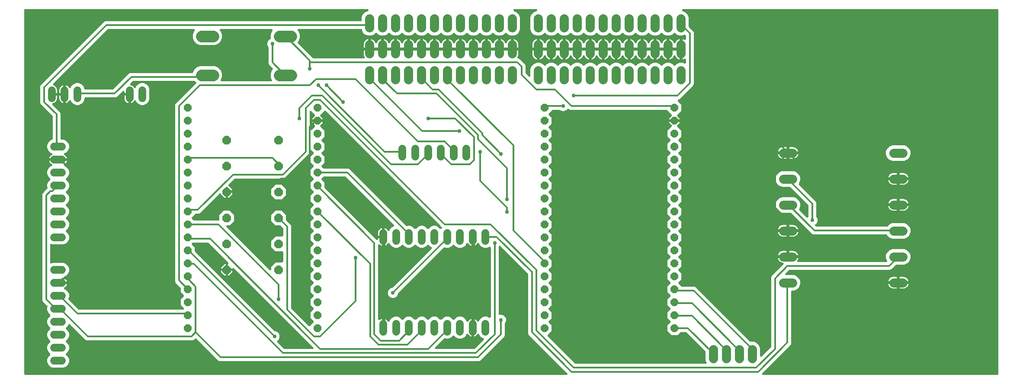
<source format=gbr>
G04 EAGLE Gerber RS-274X export*
G75*
%MOMM*%
%FSLAX34Y34*%
%LPD*%
%INBottom Copper*%
%IPPOS*%
%AMOC8*
5,1,8,0,0,1.08239X$1,22.5*%
G01*
%ADD10C,2.247900*%
%ADD11C,1.524000*%
%ADD12P,1.632244X8X22.500000*%
%ADD13C,1.790700*%
%ADD14C,1.800000*%
%ADD15P,1.814519X8X22.500000*%
%ADD16P,1.814519X8X202.500000*%
%ADD17C,0.304800*%
%ADD18C,0.756400*%

G36*
X1914926Y10163D02*
X1914926Y10163D01*
X1914944Y10161D01*
X1915126Y10182D01*
X1915309Y10201D01*
X1915326Y10206D01*
X1915343Y10208D01*
X1915518Y10265D01*
X1915694Y10319D01*
X1915709Y10327D01*
X1915726Y10333D01*
X1915886Y10423D01*
X1916048Y10511D01*
X1916061Y10522D01*
X1916077Y10531D01*
X1916216Y10651D01*
X1916357Y10768D01*
X1916368Y10782D01*
X1916382Y10794D01*
X1916494Y10939D01*
X1916609Y11082D01*
X1916617Y11098D01*
X1916628Y11112D01*
X1916710Y11277D01*
X1916795Y11439D01*
X1916800Y11456D01*
X1916808Y11472D01*
X1916855Y11651D01*
X1916906Y11826D01*
X1916908Y11844D01*
X1916912Y11861D01*
X1916939Y12192D01*
X1916939Y724308D01*
X1916937Y724326D01*
X1916939Y724344D01*
X1916918Y724526D01*
X1916899Y724709D01*
X1916894Y724726D01*
X1916892Y724743D01*
X1916835Y724918D01*
X1916781Y725094D01*
X1916773Y725109D01*
X1916767Y725126D01*
X1916677Y725286D01*
X1916589Y725448D01*
X1916578Y725461D01*
X1916569Y725477D01*
X1916449Y725616D01*
X1916332Y725757D01*
X1916318Y725768D01*
X1916306Y725782D01*
X1916161Y725894D01*
X1916018Y726009D01*
X1916002Y726017D01*
X1915988Y726028D01*
X1915823Y726110D01*
X1915661Y726195D01*
X1915644Y726200D01*
X1915628Y726208D01*
X1915449Y726255D01*
X1915274Y726306D01*
X1915256Y726308D01*
X1915239Y726312D01*
X1914908Y726339D01*
X1299579Y726339D01*
X1299575Y726339D01*
X1299570Y726339D01*
X1299377Y726319D01*
X1299179Y726299D01*
X1299174Y726298D01*
X1299170Y726298D01*
X1298984Y726240D01*
X1298794Y726181D01*
X1298790Y726179D01*
X1298786Y726178D01*
X1298614Y726084D01*
X1298440Y725989D01*
X1298436Y725987D01*
X1298432Y725984D01*
X1298281Y725857D01*
X1298131Y725732D01*
X1298128Y725728D01*
X1298124Y725725D01*
X1298001Y725571D01*
X1297878Y725418D01*
X1297876Y725414D01*
X1297873Y725411D01*
X1297784Y725236D01*
X1297693Y725061D01*
X1297691Y725056D01*
X1297689Y725052D01*
X1297636Y724865D01*
X1297581Y724674D01*
X1297581Y724669D01*
X1297580Y724665D01*
X1297565Y724472D01*
X1297548Y724272D01*
X1297549Y724268D01*
X1297549Y724264D01*
X1297572Y724070D01*
X1297595Y723873D01*
X1297597Y723868D01*
X1297597Y723864D01*
X1297658Y723680D01*
X1297720Y723490D01*
X1297722Y723486D01*
X1297724Y723482D01*
X1297821Y723312D01*
X1297918Y723139D01*
X1297921Y723136D01*
X1297923Y723132D01*
X1298055Y722981D01*
X1298181Y722835D01*
X1298185Y722832D01*
X1298188Y722828D01*
X1298344Y722708D01*
X1298499Y722588D01*
X1298503Y722586D01*
X1298507Y722583D01*
X1298802Y722431D01*
X1303952Y720298D01*
X1308198Y716052D01*
X1310497Y710503D01*
X1310497Y692482D01*
X1310499Y692455D01*
X1310497Y692429D01*
X1310519Y692255D01*
X1310537Y692081D01*
X1310544Y692056D01*
X1310548Y692029D01*
X1310604Y691863D01*
X1310655Y691696D01*
X1310668Y691673D01*
X1310676Y691648D01*
X1310763Y691496D01*
X1310847Y691342D01*
X1310864Y691322D01*
X1310877Y691299D01*
X1311092Y691046D01*
X1319133Y683005D01*
X1320293Y680204D01*
X1320293Y579636D01*
X1319133Y576835D01*
X1292605Y550307D01*
X1290091Y549266D01*
X1290079Y549260D01*
X1290066Y549256D01*
X1289903Y549165D01*
X1289736Y549076D01*
X1289726Y549067D01*
X1289714Y549061D01*
X1289572Y548940D01*
X1289426Y548820D01*
X1289417Y548809D01*
X1289407Y548800D01*
X1289291Y548654D01*
X1289172Y548507D01*
X1289166Y548495D01*
X1289157Y548485D01*
X1289073Y548318D01*
X1288985Y548150D01*
X1288981Y548138D01*
X1288975Y548126D01*
X1288924Y547944D01*
X1288872Y547764D01*
X1288871Y547751D01*
X1288867Y547738D01*
X1288853Y547549D01*
X1288837Y547363D01*
X1288839Y547350D01*
X1288838Y547336D01*
X1288861Y547148D01*
X1288882Y546963D01*
X1288886Y546950D01*
X1288888Y546937D01*
X1288948Y546758D01*
X1289006Y546579D01*
X1289012Y546568D01*
X1289016Y546555D01*
X1289110Y546392D01*
X1289202Y546228D01*
X1289211Y546218D01*
X1289217Y546206D01*
X1289432Y545953D01*
X1296337Y539049D01*
X1296337Y527751D01*
X1288207Y519622D01*
X1288196Y519608D01*
X1288182Y519596D01*
X1288069Y519453D01*
X1287952Y519310D01*
X1287944Y519295D01*
X1287933Y519281D01*
X1287849Y519116D01*
X1287763Y518955D01*
X1287758Y518938D01*
X1287750Y518922D01*
X1287701Y518744D01*
X1287649Y518569D01*
X1287647Y518551D01*
X1287642Y518534D01*
X1287629Y518351D01*
X1287612Y518168D01*
X1287614Y518150D01*
X1287613Y518132D01*
X1287636Y517950D01*
X1287656Y517767D01*
X1287661Y517750D01*
X1287663Y517733D01*
X1287722Y517559D01*
X1287777Y517384D01*
X1287786Y517368D01*
X1287791Y517351D01*
X1287883Y517192D01*
X1287972Y517031D01*
X1287983Y517018D01*
X1287992Y517002D01*
X1288207Y516749D01*
X1292781Y512176D01*
X1292781Y510499D01*
X1283168Y510499D01*
X1283150Y510497D01*
X1283133Y510499D01*
X1282950Y510478D01*
X1282768Y510459D01*
X1282751Y510454D01*
X1282733Y510452D01*
X1282692Y510439D01*
X1282598Y510466D01*
X1282580Y510468D01*
X1282563Y510472D01*
X1282232Y510499D01*
X1272619Y510499D01*
X1272619Y512176D01*
X1277193Y516749D01*
X1277204Y516763D01*
X1277218Y516775D01*
X1277332Y516919D01*
X1277448Y517061D01*
X1277456Y517076D01*
X1277467Y517090D01*
X1277551Y517255D01*
X1277637Y517416D01*
X1277642Y517433D01*
X1277650Y517449D01*
X1277699Y517627D01*
X1277751Y517802D01*
X1277753Y517820D01*
X1277758Y517837D01*
X1277771Y518020D01*
X1277788Y518203D01*
X1277786Y518221D01*
X1277787Y518239D01*
X1277764Y518421D01*
X1277744Y518604D01*
X1277739Y518621D01*
X1277737Y518638D01*
X1277678Y518812D01*
X1277623Y518987D01*
X1277614Y519003D01*
X1277609Y519020D01*
X1277517Y519179D01*
X1277428Y519340D01*
X1277417Y519353D01*
X1277408Y519369D01*
X1277193Y519622D01*
X1268582Y528232D01*
X1268562Y528249D01*
X1268544Y528270D01*
X1268406Y528377D01*
X1268271Y528487D01*
X1268247Y528500D01*
X1268226Y528516D01*
X1268069Y528594D01*
X1267915Y528676D01*
X1267890Y528684D01*
X1267866Y528696D01*
X1267696Y528741D01*
X1267529Y528791D01*
X1267503Y528793D01*
X1267477Y528800D01*
X1267146Y528827D01*
X1079508Y528827D01*
X1076707Y529987D01*
X1075929Y530766D01*
X1075915Y530777D01*
X1075904Y530791D01*
X1075760Y530904D01*
X1075618Y531021D01*
X1075602Y531029D01*
X1075588Y531040D01*
X1075424Y531123D01*
X1075262Y531209D01*
X1075245Y531214D01*
X1075229Y531223D01*
X1075052Y531272D01*
X1074876Y531324D01*
X1074858Y531326D01*
X1074841Y531331D01*
X1074658Y531344D01*
X1074475Y531361D01*
X1074457Y531359D01*
X1074439Y531360D01*
X1074257Y531337D01*
X1074075Y531317D01*
X1074058Y531312D01*
X1074040Y531310D01*
X1073866Y531251D01*
X1073691Y531196D01*
X1073675Y531187D01*
X1073658Y531181D01*
X1073499Y531090D01*
X1073338Y531001D01*
X1073325Y530989D01*
X1073309Y530980D01*
X1073056Y530766D01*
X1070364Y528073D01*
X1070118Y527971D01*
X1066733Y526569D01*
X1062803Y526569D01*
X1059172Y528073D01*
X1059013Y528232D01*
X1058992Y528249D01*
X1058975Y528270D01*
X1058837Y528376D01*
X1058702Y528487D01*
X1058678Y528500D01*
X1058657Y528516D01*
X1058501Y528594D01*
X1058346Y528676D01*
X1058320Y528684D01*
X1058296Y528696D01*
X1058127Y528741D01*
X1057960Y528791D01*
X1057933Y528793D01*
X1057907Y528800D01*
X1057577Y528827D01*
X1044254Y528827D01*
X1044227Y528825D01*
X1044201Y528827D01*
X1044027Y528805D01*
X1043853Y528787D01*
X1043828Y528780D01*
X1043801Y528776D01*
X1043635Y528721D01*
X1043468Y528669D01*
X1043445Y528656D01*
X1043419Y528648D01*
X1043268Y528561D01*
X1043114Y528477D01*
X1043094Y528460D01*
X1043071Y528447D01*
X1042818Y528232D01*
X1036722Y522136D01*
X1036710Y522123D01*
X1036697Y522111D01*
X1036583Y521967D01*
X1036466Y521825D01*
X1036458Y521809D01*
X1036447Y521795D01*
X1036363Y521631D01*
X1036278Y521469D01*
X1036273Y521452D01*
X1036265Y521436D01*
X1036215Y521259D01*
X1036163Y521083D01*
X1036161Y521065D01*
X1036157Y521048D01*
X1036143Y520865D01*
X1036127Y520682D01*
X1036129Y520664D01*
X1036127Y520647D01*
X1036150Y520465D01*
X1036170Y520282D01*
X1036175Y520265D01*
X1036178Y520247D01*
X1036236Y520074D01*
X1036292Y519898D01*
X1036300Y519882D01*
X1036306Y519866D01*
X1036398Y519706D01*
X1036486Y519546D01*
X1036498Y519532D01*
X1036507Y519517D01*
X1036722Y519264D01*
X1042337Y513649D01*
X1042337Y502351D01*
X1036722Y496736D01*
X1036710Y496723D01*
X1036697Y496711D01*
X1036583Y496567D01*
X1036466Y496425D01*
X1036458Y496409D01*
X1036447Y496395D01*
X1036364Y496231D01*
X1036278Y496069D01*
X1036273Y496052D01*
X1036265Y496036D01*
X1036215Y495859D01*
X1036163Y495683D01*
X1036161Y495665D01*
X1036157Y495648D01*
X1036143Y495465D01*
X1036127Y495282D01*
X1036129Y495264D01*
X1036127Y495247D01*
X1036150Y495065D01*
X1036170Y494882D01*
X1036175Y494865D01*
X1036178Y494847D01*
X1036236Y494674D01*
X1036292Y494498D01*
X1036300Y494482D01*
X1036306Y494466D01*
X1036398Y494306D01*
X1036486Y494146D01*
X1036498Y494132D01*
X1036507Y494117D01*
X1036722Y493864D01*
X1042337Y488249D01*
X1042337Y476951D01*
X1036722Y471336D01*
X1036710Y471323D01*
X1036697Y471311D01*
X1036583Y471167D01*
X1036466Y471025D01*
X1036458Y471009D01*
X1036447Y470995D01*
X1036364Y470831D01*
X1036278Y470669D01*
X1036273Y470652D01*
X1036265Y470636D01*
X1036215Y470459D01*
X1036163Y470283D01*
X1036161Y470265D01*
X1036157Y470248D01*
X1036143Y470065D01*
X1036127Y469882D01*
X1036129Y469864D01*
X1036127Y469847D01*
X1036150Y469665D01*
X1036170Y469482D01*
X1036175Y469465D01*
X1036178Y469447D01*
X1036236Y469274D01*
X1036292Y469098D01*
X1036300Y469082D01*
X1036306Y469066D01*
X1036398Y468906D01*
X1036486Y468746D01*
X1036498Y468732D01*
X1036507Y468717D01*
X1036722Y468464D01*
X1042337Y462849D01*
X1042337Y451551D01*
X1036722Y445936D01*
X1036710Y445923D01*
X1036697Y445911D01*
X1036583Y445767D01*
X1036466Y445625D01*
X1036458Y445609D01*
X1036447Y445595D01*
X1036364Y445431D01*
X1036278Y445269D01*
X1036273Y445252D01*
X1036265Y445236D01*
X1036215Y445059D01*
X1036163Y444883D01*
X1036161Y444865D01*
X1036157Y444848D01*
X1036143Y444665D01*
X1036127Y444482D01*
X1036129Y444464D01*
X1036127Y444447D01*
X1036150Y444265D01*
X1036170Y444082D01*
X1036175Y444065D01*
X1036178Y444047D01*
X1036236Y443874D01*
X1036292Y443698D01*
X1036300Y443682D01*
X1036306Y443666D01*
X1036398Y443506D01*
X1036486Y443346D01*
X1036498Y443332D01*
X1036507Y443317D01*
X1036722Y443064D01*
X1042337Y437449D01*
X1042337Y426151D01*
X1036722Y420536D01*
X1036710Y420523D01*
X1036697Y420511D01*
X1036583Y420367D01*
X1036466Y420225D01*
X1036458Y420209D01*
X1036447Y420195D01*
X1036364Y420031D01*
X1036278Y419869D01*
X1036273Y419852D01*
X1036265Y419836D01*
X1036215Y419659D01*
X1036163Y419483D01*
X1036161Y419465D01*
X1036157Y419448D01*
X1036143Y419265D01*
X1036127Y419082D01*
X1036129Y419064D01*
X1036127Y419047D01*
X1036150Y418865D01*
X1036170Y418682D01*
X1036175Y418665D01*
X1036178Y418647D01*
X1036236Y418474D01*
X1036292Y418298D01*
X1036300Y418282D01*
X1036306Y418266D01*
X1036398Y418106D01*
X1036486Y417946D01*
X1036498Y417932D01*
X1036507Y417917D01*
X1036722Y417664D01*
X1042337Y412049D01*
X1042337Y400751D01*
X1036722Y395136D01*
X1036710Y395123D01*
X1036697Y395111D01*
X1036583Y394967D01*
X1036466Y394825D01*
X1036458Y394809D01*
X1036447Y394795D01*
X1036364Y394631D01*
X1036278Y394469D01*
X1036273Y394452D01*
X1036265Y394436D01*
X1036215Y394259D01*
X1036163Y394083D01*
X1036161Y394065D01*
X1036157Y394048D01*
X1036143Y393865D01*
X1036127Y393682D01*
X1036129Y393664D01*
X1036127Y393647D01*
X1036150Y393465D01*
X1036170Y393282D01*
X1036175Y393265D01*
X1036178Y393247D01*
X1036236Y393074D01*
X1036292Y392898D01*
X1036300Y392882D01*
X1036306Y392866D01*
X1036398Y392706D01*
X1036486Y392546D01*
X1036498Y392532D01*
X1036507Y392517D01*
X1036722Y392264D01*
X1042337Y386649D01*
X1042337Y375351D01*
X1036722Y369736D01*
X1036710Y369723D01*
X1036697Y369711D01*
X1036583Y369567D01*
X1036466Y369425D01*
X1036458Y369409D01*
X1036447Y369395D01*
X1036364Y369231D01*
X1036278Y369069D01*
X1036273Y369052D01*
X1036265Y369036D01*
X1036215Y368859D01*
X1036163Y368683D01*
X1036161Y368665D01*
X1036157Y368648D01*
X1036143Y368465D01*
X1036127Y368282D01*
X1036129Y368264D01*
X1036127Y368247D01*
X1036150Y368065D01*
X1036170Y367882D01*
X1036175Y367865D01*
X1036178Y367847D01*
X1036236Y367674D01*
X1036292Y367498D01*
X1036300Y367482D01*
X1036306Y367466D01*
X1036398Y367306D01*
X1036486Y367146D01*
X1036498Y367132D01*
X1036507Y367117D01*
X1036722Y366864D01*
X1042337Y361249D01*
X1042337Y349951D01*
X1036722Y344336D01*
X1036710Y344323D01*
X1036697Y344311D01*
X1036583Y344167D01*
X1036466Y344025D01*
X1036458Y344009D01*
X1036447Y343995D01*
X1036364Y343831D01*
X1036278Y343669D01*
X1036273Y343652D01*
X1036265Y343636D01*
X1036215Y343459D01*
X1036163Y343283D01*
X1036161Y343265D01*
X1036157Y343248D01*
X1036143Y343065D01*
X1036127Y342882D01*
X1036129Y342864D01*
X1036127Y342847D01*
X1036150Y342665D01*
X1036170Y342482D01*
X1036175Y342465D01*
X1036178Y342447D01*
X1036236Y342274D01*
X1036292Y342098D01*
X1036300Y342082D01*
X1036306Y342066D01*
X1036398Y341906D01*
X1036486Y341746D01*
X1036498Y341732D01*
X1036507Y341717D01*
X1036722Y341464D01*
X1042337Y335849D01*
X1042337Y324551D01*
X1036722Y318936D01*
X1036710Y318923D01*
X1036697Y318911D01*
X1036583Y318767D01*
X1036466Y318625D01*
X1036458Y318609D01*
X1036447Y318595D01*
X1036364Y318431D01*
X1036278Y318269D01*
X1036273Y318252D01*
X1036265Y318236D01*
X1036215Y318059D01*
X1036163Y317883D01*
X1036161Y317865D01*
X1036157Y317848D01*
X1036143Y317665D01*
X1036127Y317482D01*
X1036129Y317464D01*
X1036127Y317447D01*
X1036150Y317265D01*
X1036170Y317082D01*
X1036175Y317065D01*
X1036178Y317047D01*
X1036236Y316874D01*
X1036292Y316698D01*
X1036300Y316682D01*
X1036306Y316666D01*
X1036398Y316506D01*
X1036486Y316346D01*
X1036498Y316332D01*
X1036507Y316317D01*
X1036722Y316064D01*
X1042337Y310449D01*
X1042337Y299151D01*
X1036722Y293536D01*
X1036710Y293523D01*
X1036697Y293511D01*
X1036583Y293367D01*
X1036466Y293225D01*
X1036458Y293209D01*
X1036447Y293195D01*
X1036364Y293031D01*
X1036278Y292869D01*
X1036273Y292852D01*
X1036265Y292836D01*
X1036215Y292659D01*
X1036163Y292483D01*
X1036161Y292465D01*
X1036157Y292448D01*
X1036143Y292265D01*
X1036127Y292082D01*
X1036129Y292064D01*
X1036127Y292047D01*
X1036150Y291865D01*
X1036170Y291682D01*
X1036175Y291665D01*
X1036178Y291647D01*
X1036236Y291474D01*
X1036292Y291298D01*
X1036300Y291282D01*
X1036306Y291266D01*
X1036398Y291106D01*
X1036486Y290946D01*
X1036498Y290932D01*
X1036507Y290917D01*
X1036722Y290664D01*
X1042337Y285049D01*
X1042337Y273751D01*
X1036722Y268136D01*
X1036710Y268123D01*
X1036697Y268111D01*
X1036583Y267967D01*
X1036466Y267825D01*
X1036458Y267809D01*
X1036447Y267795D01*
X1036364Y267631D01*
X1036278Y267469D01*
X1036273Y267452D01*
X1036265Y267436D01*
X1036215Y267259D01*
X1036163Y267083D01*
X1036161Y267065D01*
X1036157Y267048D01*
X1036143Y266865D01*
X1036127Y266682D01*
X1036129Y266664D01*
X1036127Y266647D01*
X1036150Y266464D01*
X1036170Y266282D01*
X1036175Y266265D01*
X1036178Y266247D01*
X1036236Y266074D01*
X1036292Y265898D01*
X1036300Y265882D01*
X1036306Y265866D01*
X1036398Y265706D01*
X1036486Y265546D01*
X1036498Y265532D01*
X1036507Y265517D01*
X1036722Y265264D01*
X1042337Y259649D01*
X1042337Y248351D01*
X1036722Y242736D01*
X1036710Y242723D01*
X1036697Y242711D01*
X1036583Y242567D01*
X1036466Y242425D01*
X1036458Y242409D01*
X1036447Y242395D01*
X1036364Y242231D01*
X1036278Y242069D01*
X1036273Y242052D01*
X1036265Y242036D01*
X1036215Y241859D01*
X1036163Y241683D01*
X1036161Y241665D01*
X1036157Y241648D01*
X1036143Y241465D01*
X1036127Y241282D01*
X1036129Y241264D01*
X1036127Y241247D01*
X1036150Y241065D01*
X1036170Y240882D01*
X1036175Y240865D01*
X1036178Y240847D01*
X1036236Y240674D01*
X1036292Y240498D01*
X1036300Y240482D01*
X1036306Y240466D01*
X1036398Y240306D01*
X1036486Y240146D01*
X1036498Y240132D01*
X1036507Y240117D01*
X1036722Y239864D01*
X1042337Y234249D01*
X1042337Y222951D01*
X1036722Y217336D01*
X1036710Y217323D01*
X1036697Y217311D01*
X1036583Y217167D01*
X1036466Y217025D01*
X1036458Y217009D01*
X1036447Y216995D01*
X1036364Y216831D01*
X1036278Y216669D01*
X1036273Y216652D01*
X1036265Y216636D01*
X1036215Y216459D01*
X1036163Y216283D01*
X1036161Y216265D01*
X1036157Y216248D01*
X1036143Y216065D01*
X1036127Y215882D01*
X1036129Y215864D01*
X1036127Y215847D01*
X1036150Y215665D01*
X1036170Y215482D01*
X1036175Y215465D01*
X1036178Y215447D01*
X1036236Y215274D01*
X1036292Y215098D01*
X1036300Y215082D01*
X1036306Y215066D01*
X1036398Y214906D01*
X1036486Y214746D01*
X1036498Y214732D01*
X1036507Y214717D01*
X1036722Y214464D01*
X1042337Y208849D01*
X1042337Y197551D01*
X1036722Y191936D01*
X1036710Y191923D01*
X1036697Y191911D01*
X1036583Y191767D01*
X1036466Y191625D01*
X1036458Y191609D01*
X1036447Y191595D01*
X1036364Y191431D01*
X1036278Y191269D01*
X1036273Y191252D01*
X1036265Y191236D01*
X1036215Y191059D01*
X1036163Y190883D01*
X1036161Y190865D01*
X1036157Y190848D01*
X1036143Y190665D01*
X1036127Y190482D01*
X1036129Y190464D01*
X1036127Y190447D01*
X1036150Y190265D01*
X1036170Y190082D01*
X1036175Y190065D01*
X1036178Y190047D01*
X1036236Y189874D01*
X1036292Y189698D01*
X1036300Y189682D01*
X1036306Y189666D01*
X1036398Y189506D01*
X1036486Y189346D01*
X1036498Y189332D01*
X1036507Y189317D01*
X1036722Y189064D01*
X1042337Y183449D01*
X1042337Y172151D01*
X1036722Y166536D01*
X1036710Y166523D01*
X1036697Y166511D01*
X1036583Y166367D01*
X1036466Y166225D01*
X1036458Y166209D01*
X1036447Y166195D01*
X1036364Y166031D01*
X1036278Y165869D01*
X1036273Y165852D01*
X1036265Y165836D01*
X1036215Y165659D01*
X1036163Y165483D01*
X1036161Y165465D01*
X1036157Y165448D01*
X1036143Y165265D01*
X1036127Y165082D01*
X1036129Y165064D01*
X1036127Y165047D01*
X1036150Y164865D01*
X1036170Y164682D01*
X1036175Y164665D01*
X1036178Y164647D01*
X1036236Y164474D01*
X1036292Y164298D01*
X1036300Y164282D01*
X1036306Y164266D01*
X1036398Y164106D01*
X1036486Y163946D01*
X1036498Y163932D01*
X1036507Y163917D01*
X1036722Y163664D01*
X1042337Y158049D01*
X1042337Y146751D01*
X1036722Y141136D01*
X1036710Y141123D01*
X1036697Y141111D01*
X1036583Y140967D01*
X1036466Y140825D01*
X1036458Y140809D01*
X1036447Y140795D01*
X1036364Y140631D01*
X1036278Y140469D01*
X1036273Y140452D01*
X1036265Y140436D01*
X1036215Y140259D01*
X1036163Y140083D01*
X1036161Y140065D01*
X1036157Y140048D01*
X1036143Y139865D01*
X1036127Y139682D01*
X1036129Y139664D01*
X1036127Y139647D01*
X1036150Y139465D01*
X1036170Y139282D01*
X1036175Y139265D01*
X1036178Y139247D01*
X1036236Y139074D01*
X1036292Y138898D01*
X1036300Y138882D01*
X1036306Y138866D01*
X1036398Y138706D01*
X1036486Y138546D01*
X1036498Y138532D01*
X1036507Y138517D01*
X1036722Y138264D01*
X1042337Y132649D01*
X1042337Y121351D01*
X1036722Y115736D01*
X1036710Y115723D01*
X1036697Y115711D01*
X1036583Y115567D01*
X1036466Y115425D01*
X1036458Y115409D01*
X1036447Y115395D01*
X1036364Y115231D01*
X1036278Y115069D01*
X1036273Y115052D01*
X1036265Y115036D01*
X1036215Y114859D01*
X1036163Y114683D01*
X1036161Y114665D01*
X1036157Y114648D01*
X1036143Y114465D01*
X1036127Y114282D01*
X1036129Y114264D01*
X1036127Y114247D01*
X1036150Y114065D01*
X1036170Y113882D01*
X1036175Y113865D01*
X1036178Y113847D01*
X1036236Y113674D01*
X1036292Y113498D01*
X1036300Y113482D01*
X1036306Y113466D01*
X1036398Y113306D01*
X1036486Y113146D01*
X1036498Y113132D01*
X1036507Y113117D01*
X1036722Y112864D01*
X1042337Y107249D01*
X1042337Y95951D01*
X1034754Y88368D01*
X1034742Y88355D01*
X1034729Y88343D01*
X1034615Y88199D01*
X1034499Y88057D01*
X1034490Y88041D01*
X1034479Y88027D01*
X1034396Y87863D01*
X1034310Y87701D01*
X1034305Y87684D01*
X1034297Y87668D01*
X1034247Y87491D01*
X1034195Y87315D01*
X1034193Y87297D01*
X1034189Y87280D01*
X1034175Y87097D01*
X1034159Y86914D01*
X1034161Y86897D01*
X1034159Y86879D01*
X1034182Y86697D01*
X1034202Y86514D01*
X1034208Y86497D01*
X1034210Y86479D01*
X1034268Y86306D01*
X1034324Y86130D01*
X1034332Y86114D01*
X1034338Y86098D01*
X1034430Y85938D01*
X1034518Y85778D01*
X1034530Y85764D01*
X1034539Y85749D01*
X1034754Y85496D01*
X1087650Y32600D01*
X1087670Y32583D01*
X1087688Y32562D01*
X1087826Y32455D01*
X1087961Y32345D01*
X1087985Y32332D01*
X1088006Y32316D01*
X1088163Y32238D01*
X1088317Y32156D01*
X1088342Y32148D01*
X1088366Y32136D01*
X1088536Y32091D01*
X1088703Y32041D01*
X1088729Y32039D01*
X1088755Y32032D01*
X1089086Y32005D01*
X1343577Y32005D01*
X1343590Y32006D01*
X1343603Y32005D01*
X1343790Y32026D01*
X1343977Y32045D01*
X1343990Y32049D01*
X1344004Y32050D01*
X1344183Y32108D01*
X1344362Y32163D01*
X1344374Y32169D01*
X1344387Y32173D01*
X1344552Y32265D01*
X1344716Y32355D01*
X1344727Y32363D01*
X1344738Y32370D01*
X1344882Y32492D01*
X1345026Y32612D01*
X1345034Y32623D01*
X1345044Y32631D01*
X1345160Y32780D01*
X1345278Y32926D01*
X1345284Y32938D01*
X1345292Y32948D01*
X1345377Y33117D01*
X1345463Y33283D01*
X1345467Y33296D01*
X1345473Y33308D01*
X1345523Y33490D01*
X1345575Y33670D01*
X1345576Y33684D01*
X1345579Y33697D01*
X1345592Y33885D01*
X1345608Y34072D01*
X1345606Y34085D01*
X1345607Y34098D01*
X1345583Y34286D01*
X1345561Y34471D01*
X1345557Y34484D01*
X1345555Y34497D01*
X1345453Y34813D01*
X1343803Y38797D01*
X1343803Y54786D01*
X1343801Y54813D01*
X1343803Y54839D01*
X1343781Y55013D01*
X1343763Y55187D01*
X1343756Y55212D01*
X1343752Y55239D01*
X1343697Y55404D01*
X1343645Y55572D01*
X1343632Y55595D01*
X1343624Y55620D01*
X1343537Y55772D01*
X1343453Y55926D01*
X1343436Y55946D01*
X1343423Y55969D01*
X1343208Y56222D01*
X1306046Y93384D01*
X1306026Y93401D01*
X1306008Y93422D01*
X1305870Y93529D01*
X1305735Y93639D01*
X1305711Y93652D01*
X1305690Y93668D01*
X1305533Y93746D01*
X1305379Y93828D01*
X1305354Y93836D01*
X1305330Y93848D01*
X1305160Y93893D01*
X1304993Y93943D01*
X1304967Y93945D01*
X1304941Y93952D01*
X1304610Y93979D01*
X1295206Y93979D01*
X1295179Y93977D01*
X1295153Y93979D01*
X1294979Y93957D01*
X1294805Y93939D01*
X1294780Y93932D01*
X1294753Y93928D01*
X1294587Y93873D01*
X1294420Y93821D01*
X1294397Y93808D01*
X1294371Y93800D01*
X1294220Y93713D01*
X1294066Y93629D01*
X1294046Y93612D01*
X1294023Y93599D01*
X1293770Y93384D01*
X1288349Y87963D01*
X1277051Y87963D01*
X1269063Y95951D01*
X1269063Y107249D01*
X1274678Y112864D01*
X1274690Y112877D01*
X1274703Y112889D01*
X1274817Y113033D01*
X1274934Y113175D01*
X1274942Y113191D01*
X1274953Y113205D01*
X1275036Y113369D01*
X1275122Y113531D01*
X1275127Y113548D01*
X1275135Y113564D01*
X1275185Y113741D01*
X1275237Y113917D01*
X1275239Y113935D01*
X1275243Y113952D01*
X1275257Y114135D01*
X1275273Y114318D01*
X1275271Y114336D01*
X1275273Y114353D01*
X1275250Y114535D01*
X1275230Y114718D01*
X1275225Y114735D01*
X1275222Y114753D01*
X1275164Y114926D01*
X1275108Y115102D01*
X1275100Y115118D01*
X1275094Y115134D01*
X1275002Y115294D01*
X1274914Y115454D01*
X1274902Y115468D01*
X1274893Y115483D01*
X1274678Y115736D01*
X1269063Y121351D01*
X1269063Y132649D01*
X1274678Y138264D01*
X1274690Y138277D01*
X1274703Y138289D01*
X1274817Y138433D01*
X1274934Y138575D01*
X1274942Y138591D01*
X1274953Y138605D01*
X1275036Y138769D01*
X1275122Y138931D01*
X1275127Y138948D01*
X1275135Y138964D01*
X1275185Y139141D01*
X1275237Y139317D01*
X1275239Y139335D01*
X1275243Y139352D01*
X1275257Y139535D01*
X1275273Y139718D01*
X1275271Y139736D01*
X1275273Y139753D01*
X1275250Y139935D01*
X1275230Y140118D01*
X1275225Y140135D01*
X1275222Y140153D01*
X1275164Y140326D01*
X1275108Y140502D01*
X1275100Y140518D01*
X1275094Y140534D01*
X1275002Y140694D01*
X1274914Y140854D01*
X1274902Y140868D01*
X1274893Y140883D01*
X1274678Y141136D01*
X1269063Y146751D01*
X1269063Y158049D01*
X1274678Y163664D01*
X1274690Y163677D01*
X1274703Y163689D01*
X1274817Y163833D01*
X1274934Y163975D01*
X1274942Y163991D01*
X1274953Y164005D01*
X1275036Y164169D01*
X1275122Y164331D01*
X1275127Y164348D01*
X1275135Y164364D01*
X1275185Y164541D01*
X1275237Y164717D01*
X1275239Y164735D01*
X1275243Y164752D01*
X1275257Y164935D01*
X1275273Y165118D01*
X1275271Y165136D01*
X1275273Y165153D01*
X1275250Y165335D01*
X1275230Y165518D01*
X1275225Y165535D01*
X1275222Y165553D01*
X1275164Y165726D01*
X1275108Y165902D01*
X1275100Y165918D01*
X1275094Y165934D01*
X1275002Y166094D01*
X1274914Y166254D01*
X1274902Y166268D01*
X1274893Y166283D01*
X1274678Y166536D01*
X1269063Y172151D01*
X1269063Y183449D01*
X1274678Y189064D01*
X1274690Y189078D01*
X1274703Y189089D01*
X1274817Y189233D01*
X1274934Y189375D01*
X1274942Y189391D01*
X1274953Y189405D01*
X1275037Y189569D01*
X1275122Y189731D01*
X1275127Y189748D01*
X1275135Y189764D01*
X1275185Y189941D01*
X1275237Y190117D01*
X1275239Y190135D01*
X1275243Y190152D01*
X1275257Y190335D01*
X1275273Y190518D01*
X1275271Y190536D01*
X1275273Y190553D01*
X1275250Y190735D01*
X1275230Y190918D01*
X1275225Y190935D01*
X1275222Y190953D01*
X1275164Y191127D01*
X1275108Y191302D01*
X1275100Y191318D01*
X1275094Y191334D01*
X1275002Y191494D01*
X1274914Y191654D01*
X1274902Y191668D01*
X1274893Y191683D01*
X1274678Y191936D01*
X1269063Y197551D01*
X1269063Y208849D01*
X1274678Y214464D01*
X1274690Y214477D01*
X1274703Y214489D01*
X1274817Y214633D01*
X1274934Y214775D01*
X1274942Y214791D01*
X1274953Y214805D01*
X1275036Y214969D01*
X1275122Y215131D01*
X1275127Y215148D01*
X1275135Y215164D01*
X1275185Y215341D01*
X1275237Y215517D01*
X1275239Y215535D01*
X1275243Y215552D01*
X1275257Y215735D01*
X1275273Y215918D01*
X1275271Y215936D01*
X1275273Y215953D01*
X1275250Y216135D01*
X1275230Y216318D01*
X1275225Y216335D01*
X1275222Y216353D01*
X1275164Y216526D01*
X1275108Y216702D01*
X1275100Y216718D01*
X1275094Y216734D01*
X1275002Y216894D01*
X1274914Y217054D01*
X1274902Y217068D01*
X1274893Y217083D01*
X1274678Y217336D01*
X1269063Y222951D01*
X1269063Y234249D01*
X1274678Y239864D01*
X1274690Y239877D01*
X1274703Y239889D01*
X1274817Y240033D01*
X1274934Y240175D01*
X1274942Y240191D01*
X1274953Y240205D01*
X1275036Y240369D01*
X1275122Y240531D01*
X1275127Y240548D01*
X1275135Y240564D01*
X1275185Y240741D01*
X1275237Y240917D01*
X1275239Y240935D01*
X1275243Y240952D01*
X1275257Y241135D01*
X1275273Y241318D01*
X1275271Y241336D01*
X1275273Y241353D01*
X1275250Y241535D01*
X1275230Y241718D01*
X1275225Y241735D01*
X1275222Y241753D01*
X1275164Y241926D01*
X1275108Y242102D01*
X1275100Y242118D01*
X1275094Y242134D01*
X1275002Y242294D01*
X1274914Y242454D01*
X1274902Y242468D01*
X1274893Y242483D01*
X1274678Y242736D01*
X1269063Y248351D01*
X1269063Y259649D01*
X1274678Y265264D01*
X1274690Y265277D01*
X1274703Y265289D01*
X1274817Y265433D01*
X1274934Y265575D01*
X1274942Y265591D01*
X1274953Y265605D01*
X1275036Y265769D01*
X1275122Y265931D01*
X1275127Y265948D01*
X1275135Y265964D01*
X1275185Y266141D01*
X1275237Y266317D01*
X1275239Y266335D01*
X1275243Y266352D01*
X1275257Y266535D01*
X1275273Y266718D01*
X1275271Y266736D01*
X1275273Y266753D01*
X1275250Y266935D01*
X1275230Y267118D01*
X1275225Y267135D01*
X1275222Y267153D01*
X1275164Y267326D01*
X1275108Y267502D01*
X1275100Y267518D01*
X1275094Y267534D01*
X1275002Y267694D01*
X1274914Y267854D01*
X1274902Y267868D01*
X1274893Y267883D01*
X1274678Y268136D01*
X1269063Y273751D01*
X1269063Y285049D01*
X1274678Y290664D01*
X1274690Y290677D01*
X1274703Y290689D01*
X1274817Y290833D01*
X1274934Y290975D01*
X1274942Y290991D01*
X1274953Y291005D01*
X1275036Y291169D01*
X1275122Y291331D01*
X1275127Y291348D01*
X1275135Y291364D01*
X1275185Y291541D01*
X1275237Y291717D01*
X1275239Y291735D01*
X1275243Y291752D01*
X1275257Y291935D01*
X1275273Y292118D01*
X1275271Y292136D01*
X1275273Y292153D01*
X1275250Y292335D01*
X1275230Y292518D01*
X1275225Y292535D01*
X1275222Y292553D01*
X1275164Y292726D01*
X1275108Y292902D01*
X1275100Y292918D01*
X1275094Y292934D01*
X1275002Y293094D01*
X1274914Y293254D01*
X1274902Y293268D01*
X1274893Y293283D01*
X1274678Y293536D01*
X1269063Y299151D01*
X1269063Y310449D01*
X1274678Y316064D01*
X1274690Y316077D01*
X1274703Y316089D01*
X1274817Y316233D01*
X1274934Y316375D01*
X1274942Y316391D01*
X1274953Y316405D01*
X1275036Y316569D01*
X1275122Y316731D01*
X1275127Y316748D01*
X1275135Y316764D01*
X1275185Y316941D01*
X1275237Y317117D01*
X1275239Y317135D01*
X1275243Y317152D01*
X1275257Y317335D01*
X1275273Y317518D01*
X1275271Y317536D01*
X1275273Y317553D01*
X1275250Y317735D01*
X1275230Y317918D01*
X1275225Y317935D01*
X1275222Y317953D01*
X1275164Y318126D01*
X1275108Y318302D01*
X1275100Y318318D01*
X1275094Y318334D01*
X1275002Y318494D01*
X1274914Y318654D01*
X1274902Y318668D01*
X1274893Y318683D01*
X1274678Y318936D01*
X1269063Y324551D01*
X1269063Y335849D01*
X1274678Y341464D01*
X1274690Y341477D01*
X1274703Y341489D01*
X1274817Y341633D01*
X1274934Y341775D01*
X1274942Y341791D01*
X1274953Y341805D01*
X1275036Y341969D01*
X1275122Y342131D01*
X1275127Y342148D01*
X1275135Y342164D01*
X1275185Y342341D01*
X1275237Y342517D01*
X1275239Y342535D01*
X1275243Y342552D01*
X1275257Y342735D01*
X1275273Y342918D01*
X1275271Y342936D01*
X1275273Y342953D01*
X1275250Y343135D01*
X1275230Y343318D01*
X1275225Y343335D01*
X1275222Y343353D01*
X1275164Y343526D01*
X1275108Y343702D01*
X1275100Y343718D01*
X1275094Y343734D01*
X1275002Y343894D01*
X1274914Y344054D01*
X1274902Y344068D01*
X1274893Y344083D01*
X1274678Y344336D01*
X1269063Y349951D01*
X1269063Y361249D01*
X1274678Y366864D01*
X1274690Y366877D01*
X1274703Y366889D01*
X1274817Y367033D01*
X1274934Y367175D01*
X1274942Y367191D01*
X1274953Y367205D01*
X1275036Y367369D01*
X1275122Y367531D01*
X1275127Y367548D01*
X1275135Y367564D01*
X1275185Y367741D01*
X1275237Y367917D01*
X1275239Y367935D01*
X1275243Y367952D01*
X1275257Y368135D01*
X1275273Y368318D01*
X1275271Y368336D01*
X1275273Y368353D01*
X1275250Y368535D01*
X1275230Y368718D01*
X1275225Y368735D01*
X1275222Y368753D01*
X1275164Y368926D01*
X1275108Y369102D01*
X1275100Y369118D01*
X1275094Y369134D01*
X1275002Y369294D01*
X1274914Y369454D01*
X1274902Y369468D01*
X1274893Y369483D01*
X1274678Y369736D01*
X1269063Y375351D01*
X1269063Y386649D01*
X1274678Y392264D01*
X1274690Y392277D01*
X1274703Y392289D01*
X1274817Y392433D01*
X1274934Y392575D01*
X1274942Y392591D01*
X1274953Y392605D01*
X1275036Y392769D01*
X1275122Y392931D01*
X1275127Y392948D01*
X1275135Y392964D01*
X1275185Y393141D01*
X1275237Y393317D01*
X1275239Y393335D01*
X1275243Y393352D01*
X1275257Y393535D01*
X1275273Y393718D01*
X1275271Y393736D01*
X1275273Y393753D01*
X1275250Y393935D01*
X1275230Y394118D01*
X1275225Y394135D01*
X1275222Y394153D01*
X1275164Y394326D01*
X1275108Y394502D01*
X1275100Y394518D01*
X1275094Y394534D01*
X1275002Y394694D01*
X1274914Y394854D01*
X1274902Y394868D01*
X1274893Y394883D01*
X1274678Y395136D01*
X1269063Y400751D01*
X1269063Y412049D01*
X1274678Y417664D01*
X1274690Y417677D01*
X1274703Y417689D01*
X1274817Y417833D01*
X1274934Y417975D01*
X1274942Y417991D01*
X1274953Y418005D01*
X1275036Y418169D01*
X1275122Y418331D01*
X1275127Y418348D01*
X1275135Y418364D01*
X1275185Y418541D01*
X1275237Y418717D01*
X1275239Y418735D01*
X1275243Y418752D01*
X1275257Y418935D01*
X1275273Y419118D01*
X1275271Y419136D01*
X1275273Y419153D01*
X1275250Y419335D01*
X1275230Y419518D01*
X1275225Y419535D01*
X1275222Y419553D01*
X1275164Y419726D01*
X1275108Y419902D01*
X1275100Y419918D01*
X1275094Y419934D01*
X1275002Y420094D01*
X1274914Y420254D01*
X1274902Y420268D01*
X1274893Y420283D01*
X1274678Y420536D01*
X1269063Y426151D01*
X1269063Y437449D01*
X1274678Y443064D01*
X1274690Y443077D01*
X1274703Y443089D01*
X1274817Y443233D01*
X1274934Y443375D01*
X1274942Y443391D01*
X1274953Y443405D01*
X1275036Y443569D01*
X1275122Y443731D01*
X1275127Y443748D01*
X1275135Y443764D01*
X1275185Y443941D01*
X1275237Y444117D01*
X1275239Y444135D01*
X1275243Y444152D01*
X1275257Y444335D01*
X1275273Y444518D01*
X1275271Y444536D01*
X1275273Y444553D01*
X1275250Y444735D01*
X1275230Y444918D01*
X1275225Y444935D01*
X1275222Y444953D01*
X1275164Y445126D01*
X1275108Y445302D01*
X1275100Y445318D01*
X1275094Y445334D01*
X1275002Y445494D01*
X1274914Y445654D01*
X1274902Y445668D01*
X1274893Y445683D01*
X1274678Y445936D01*
X1269063Y451551D01*
X1269063Y462849D01*
X1274678Y468464D01*
X1274690Y468477D01*
X1274703Y468489D01*
X1274817Y468633D01*
X1274934Y468775D01*
X1274942Y468791D01*
X1274953Y468805D01*
X1275036Y468969D01*
X1275122Y469131D01*
X1275127Y469148D01*
X1275135Y469164D01*
X1275185Y469341D01*
X1275237Y469517D01*
X1275239Y469535D01*
X1275243Y469552D01*
X1275257Y469735D01*
X1275273Y469918D01*
X1275271Y469936D01*
X1275273Y469953D01*
X1275250Y470135D01*
X1275230Y470318D01*
X1275225Y470335D01*
X1275222Y470353D01*
X1275164Y470526D01*
X1275108Y470702D01*
X1275100Y470718D01*
X1275094Y470734D01*
X1275002Y470894D01*
X1274914Y471054D01*
X1274902Y471068D01*
X1274893Y471083D01*
X1274678Y471336D01*
X1269063Y476951D01*
X1269063Y488249D01*
X1277193Y496378D01*
X1277204Y496392D01*
X1277218Y496403D01*
X1277332Y496548D01*
X1277448Y496690D01*
X1277456Y496705D01*
X1277467Y496719D01*
X1277551Y496883D01*
X1277637Y497045D01*
X1277642Y497062D01*
X1277650Y497078D01*
X1277699Y497256D01*
X1277751Y497431D01*
X1277753Y497449D01*
X1277758Y497466D01*
X1277771Y497649D01*
X1277788Y497832D01*
X1277786Y497850D01*
X1277787Y497868D01*
X1277764Y498050D01*
X1277744Y498232D01*
X1277739Y498250D01*
X1277737Y498267D01*
X1277678Y498441D01*
X1277623Y498616D01*
X1277614Y498632D01*
X1277609Y498649D01*
X1277517Y498808D01*
X1277428Y498969D01*
X1277417Y498982D01*
X1277408Y498998D01*
X1277193Y499251D01*
X1272619Y503824D01*
X1272619Y505501D01*
X1282232Y505501D01*
X1282250Y505502D01*
X1282267Y505501D01*
X1282450Y505522D01*
X1282632Y505541D01*
X1282649Y505546D01*
X1282667Y505548D01*
X1282708Y505561D01*
X1282802Y505534D01*
X1282820Y505532D01*
X1282837Y505528D01*
X1283168Y505501D01*
X1292781Y505501D01*
X1292781Y503824D01*
X1288207Y499251D01*
X1288196Y499237D01*
X1288182Y499225D01*
X1288068Y499081D01*
X1287952Y498939D01*
X1287944Y498924D01*
X1287933Y498909D01*
X1287849Y498745D01*
X1287763Y498584D01*
X1287758Y498567D01*
X1287750Y498551D01*
X1287701Y498373D01*
X1287649Y498198D01*
X1287647Y498180D01*
X1287642Y498163D01*
X1287629Y497979D01*
X1287612Y497797D01*
X1287614Y497779D01*
X1287613Y497761D01*
X1287636Y497579D01*
X1287656Y497396D01*
X1287661Y497379D01*
X1287663Y497362D01*
X1287722Y497188D01*
X1287777Y497013D01*
X1287786Y496997D01*
X1287791Y496980D01*
X1287883Y496821D01*
X1287972Y496660D01*
X1287983Y496647D01*
X1287992Y496631D01*
X1288207Y496378D01*
X1296337Y488249D01*
X1296337Y476951D01*
X1290722Y471336D01*
X1290710Y471322D01*
X1290697Y471311D01*
X1290583Y471167D01*
X1290466Y471025D01*
X1290458Y471009D01*
X1290447Y470995D01*
X1290363Y470831D01*
X1290278Y470669D01*
X1290273Y470652D01*
X1290265Y470636D01*
X1290215Y470459D01*
X1290163Y470283D01*
X1290161Y470265D01*
X1290157Y470248D01*
X1290143Y470065D01*
X1290127Y469882D01*
X1290129Y469864D01*
X1290127Y469847D01*
X1290150Y469665D01*
X1290170Y469482D01*
X1290175Y469465D01*
X1290178Y469447D01*
X1290236Y469273D01*
X1290292Y469098D01*
X1290300Y469082D01*
X1290306Y469066D01*
X1290398Y468906D01*
X1290486Y468746D01*
X1290498Y468732D01*
X1290507Y468717D01*
X1290722Y468464D01*
X1296337Y462849D01*
X1296337Y451551D01*
X1290722Y445936D01*
X1290710Y445922D01*
X1290697Y445911D01*
X1290583Y445767D01*
X1290466Y445625D01*
X1290458Y445609D01*
X1290447Y445595D01*
X1290363Y445431D01*
X1290278Y445269D01*
X1290273Y445252D01*
X1290265Y445236D01*
X1290215Y445059D01*
X1290163Y444883D01*
X1290161Y444865D01*
X1290157Y444848D01*
X1290143Y444665D01*
X1290127Y444482D01*
X1290129Y444464D01*
X1290127Y444447D01*
X1290150Y444265D01*
X1290170Y444082D01*
X1290175Y444065D01*
X1290178Y444047D01*
X1290236Y443873D01*
X1290292Y443698D01*
X1290300Y443682D01*
X1290306Y443666D01*
X1290398Y443506D01*
X1290486Y443346D01*
X1290498Y443332D01*
X1290507Y443317D01*
X1290722Y443064D01*
X1296337Y437449D01*
X1296337Y426151D01*
X1290722Y420536D01*
X1290710Y420522D01*
X1290697Y420511D01*
X1290583Y420367D01*
X1290466Y420225D01*
X1290458Y420209D01*
X1290447Y420195D01*
X1290363Y420031D01*
X1290278Y419869D01*
X1290273Y419852D01*
X1290265Y419836D01*
X1290215Y419659D01*
X1290163Y419483D01*
X1290161Y419465D01*
X1290157Y419448D01*
X1290143Y419265D01*
X1290127Y419082D01*
X1290129Y419064D01*
X1290127Y419047D01*
X1290150Y418865D01*
X1290170Y418682D01*
X1290175Y418665D01*
X1290178Y418647D01*
X1290236Y418473D01*
X1290292Y418298D01*
X1290300Y418282D01*
X1290306Y418266D01*
X1290398Y418106D01*
X1290486Y417946D01*
X1290498Y417932D01*
X1290507Y417917D01*
X1290722Y417664D01*
X1296337Y412049D01*
X1296337Y400751D01*
X1290722Y395136D01*
X1290710Y395122D01*
X1290697Y395111D01*
X1290583Y394967D01*
X1290466Y394825D01*
X1290458Y394809D01*
X1290447Y394795D01*
X1290363Y394631D01*
X1290278Y394469D01*
X1290273Y394452D01*
X1290265Y394436D01*
X1290215Y394259D01*
X1290163Y394083D01*
X1290161Y394065D01*
X1290157Y394048D01*
X1290143Y393865D01*
X1290127Y393682D01*
X1290129Y393664D01*
X1290127Y393647D01*
X1290150Y393465D01*
X1290170Y393282D01*
X1290175Y393265D01*
X1290178Y393247D01*
X1290236Y393073D01*
X1290292Y392898D01*
X1290300Y392882D01*
X1290306Y392866D01*
X1290398Y392706D01*
X1290486Y392546D01*
X1290498Y392532D01*
X1290507Y392517D01*
X1290722Y392264D01*
X1296337Y386649D01*
X1296337Y375351D01*
X1290722Y369736D01*
X1290710Y369722D01*
X1290697Y369711D01*
X1290583Y369567D01*
X1290466Y369425D01*
X1290458Y369409D01*
X1290447Y369395D01*
X1290363Y369231D01*
X1290278Y369069D01*
X1290273Y369052D01*
X1290265Y369036D01*
X1290215Y368859D01*
X1290163Y368683D01*
X1290161Y368665D01*
X1290157Y368648D01*
X1290143Y368465D01*
X1290127Y368282D01*
X1290129Y368264D01*
X1290127Y368247D01*
X1290150Y368065D01*
X1290170Y367882D01*
X1290175Y367865D01*
X1290178Y367847D01*
X1290236Y367673D01*
X1290292Y367498D01*
X1290300Y367482D01*
X1290306Y367466D01*
X1290398Y367306D01*
X1290486Y367146D01*
X1290498Y367132D01*
X1290507Y367117D01*
X1290722Y366864D01*
X1296337Y361249D01*
X1296337Y349951D01*
X1290722Y344336D01*
X1290710Y344322D01*
X1290697Y344311D01*
X1290583Y344167D01*
X1290466Y344025D01*
X1290458Y344009D01*
X1290447Y343995D01*
X1290363Y343831D01*
X1290278Y343669D01*
X1290273Y343652D01*
X1290265Y343636D01*
X1290215Y343459D01*
X1290163Y343283D01*
X1290161Y343265D01*
X1290157Y343248D01*
X1290143Y343065D01*
X1290127Y342882D01*
X1290129Y342864D01*
X1290127Y342847D01*
X1290150Y342665D01*
X1290170Y342482D01*
X1290175Y342465D01*
X1290178Y342447D01*
X1290236Y342273D01*
X1290292Y342098D01*
X1290300Y342082D01*
X1290306Y342066D01*
X1290398Y341906D01*
X1290486Y341746D01*
X1290498Y341732D01*
X1290507Y341717D01*
X1290722Y341464D01*
X1296337Y335849D01*
X1296337Y324551D01*
X1290722Y318936D01*
X1290710Y318922D01*
X1290697Y318911D01*
X1290583Y318767D01*
X1290466Y318625D01*
X1290458Y318609D01*
X1290447Y318595D01*
X1290363Y318431D01*
X1290278Y318269D01*
X1290273Y318252D01*
X1290265Y318236D01*
X1290215Y318059D01*
X1290163Y317883D01*
X1290161Y317865D01*
X1290157Y317848D01*
X1290143Y317665D01*
X1290127Y317482D01*
X1290129Y317464D01*
X1290127Y317447D01*
X1290150Y317265D01*
X1290170Y317082D01*
X1290175Y317065D01*
X1290178Y317047D01*
X1290236Y316873D01*
X1290292Y316698D01*
X1290300Y316682D01*
X1290306Y316666D01*
X1290398Y316506D01*
X1290486Y316346D01*
X1290498Y316332D01*
X1290507Y316317D01*
X1290722Y316064D01*
X1296337Y310449D01*
X1296337Y299151D01*
X1290722Y293536D01*
X1290710Y293522D01*
X1290697Y293511D01*
X1290583Y293367D01*
X1290466Y293225D01*
X1290458Y293209D01*
X1290447Y293195D01*
X1290363Y293031D01*
X1290278Y292869D01*
X1290273Y292852D01*
X1290265Y292836D01*
X1290215Y292659D01*
X1290163Y292483D01*
X1290161Y292465D01*
X1290157Y292448D01*
X1290143Y292265D01*
X1290127Y292082D01*
X1290129Y292064D01*
X1290127Y292047D01*
X1290150Y291865D01*
X1290170Y291682D01*
X1290175Y291665D01*
X1290178Y291647D01*
X1290236Y291473D01*
X1290292Y291298D01*
X1290300Y291282D01*
X1290306Y291266D01*
X1290398Y291106D01*
X1290486Y290946D01*
X1290498Y290932D01*
X1290507Y290917D01*
X1290722Y290664D01*
X1296337Y285049D01*
X1296337Y273751D01*
X1290722Y268136D01*
X1290710Y268122D01*
X1290697Y268111D01*
X1290583Y267967D01*
X1290466Y267825D01*
X1290458Y267809D01*
X1290447Y267795D01*
X1290363Y267631D01*
X1290278Y267469D01*
X1290273Y267452D01*
X1290265Y267436D01*
X1290215Y267259D01*
X1290163Y267083D01*
X1290161Y267065D01*
X1290157Y267048D01*
X1290143Y266865D01*
X1290127Y266682D01*
X1290129Y266664D01*
X1290127Y266647D01*
X1290150Y266465D01*
X1290170Y266282D01*
X1290175Y266265D01*
X1290178Y266247D01*
X1290236Y266073D01*
X1290292Y265898D01*
X1290300Y265882D01*
X1290306Y265866D01*
X1290398Y265706D01*
X1290486Y265546D01*
X1290498Y265532D01*
X1290507Y265517D01*
X1290722Y265264D01*
X1296337Y259649D01*
X1296337Y248351D01*
X1290722Y242736D01*
X1290710Y242722D01*
X1290697Y242711D01*
X1290583Y242567D01*
X1290466Y242425D01*
X1290458Y242409D01*
X1290447Y242395D01*
X1290363Y242231D01*
X1290278Y242069D01*
X1290273Y242052D01*
X1290265Y242036D01*
X1290215Y241859D01*
X1290163Y241683D01*
X1290161Y241665D01*
X1290157Y241648D01*
X1290143Y241465D01*
X1290127Y241282D01*
X1290129Y241264D01*
X1290127Y241247D01*
X1290150Y241065D01*
X1290170Y240882D01*
X1290175Y240865D01*
X1290178Y240847D01*
X1290236Y240673D01*
X1290292Y240498D01*
X1290300Y240482D01*
X1290306Y240466D01*
X1290398Y240306D01*
X1290486Y240146D01*
X1290498Y240132D01*
X1290507Y240117D01*
X1290722Y239864D01*
X1296337Y234249D01*
X1296337Y222951D01*
X1290722Y217336D01*
X1290710Y217322D01*
X1290697Y217311D01*
X1290583Y217167D01*
X1290466Y217025D01*
X1290458Y217009D01*
X1290447Y216995D01*
X1290363Y216831D01*
X1290278Y216669D01*
X1290273Y216652D01*
X1290265Y216636D01*
X1290215Y216459D01*
X1290163Y216283D01*
X1290161Y216265D01*
X1290157Y216248D01*
X1290143Y216065D01*
X1290127Y215882D01*
X1290129Y215864D01*
X1290127Y215847D01*
X1290150Y215665D01*
X1290170Y215482D01*
X1290175Y215465D01*
X1290178Y215447D01*
X1290236Y215273D01*
X1290292Y215098D01*
X1290300Y215082D01*
X1290306Y215066D01*
X1290398Y214906D01*
X1290486Y214746D01*
X1290498Y214732D01*
X1290507Y214717D01*
X1290722Y214464D01*
X1296337Y208849D01*
X1296337Y197551D01*
X1290722Y191936D01*
X1290710Y191923D01*
X1290697Y191911D01*
X1290583Y191767D01*
X1290466Y191625D01*
X1290458Y191609D01*
X1290447Y191595D01*
X1290364Y191431D01*
X1290278Y191269D01*
X1290273Y191252D01*
X1290265Y191236D01*
X1290215Y191059D01*
X1290163Y190883D01*
X1290161Y190865D01*
X1290157Y190848D01*
X1290143Y190665D01*
X1290127Y190482D01*
X1290129Y190464D01*
X1290127Y190447D01*
X1290150Y190265D01*
X1290170Y190082D01*
X1290175Y190065D01*
X1290178Y190047D01*
X1290236Y189874D01*
X1290292Y189698D01*
X1290300Y189682D01*
X1290306Y189666D01*
X1290398Y189506D01*
X1290486Y189346D01*
X1290498Y189332D01*
X1290507Y189317D01*
X1290722Y189064D01*
X1296818Y182968D01*
X1296838Y182951D01*
X1296856Y182930D01*
X1296994Y182823D01*
X1297129Y182713D01*
X1297153Y182700D01*
X1297174Y182684D01*
X1297331Y182606D01*
X1297485Y182524D01*
X1297510Y182516D01*
X1297534Y182504D01*
X1297704Y182459D01*
X1297871Y182409D01*
X1297897Y182407D01*
X1297923Y182400D01*
X1298254Y182373D01*
X1322316Y182373D01*
X1325117Y181213D01*
X1430838Y75492D01*
X1430858Y75475D01*
X1430876Y75454D01*
X1431014Y75347D01*
X1431149Y75237D01*
X1431173Y75224D01*
X1431194Y75208D01*
X1431351Y75130D01*
X1431505Y75048D01*
X1431530Y75040D01*
X1431554Y75028D01*
X1431724Y74983D01*
X1431891Y74933D01*
X1431917Y74931D01*
X1431943Y74924D01*
X1432274Y74897D01*
X1438103Y74897D01*
X1443652Y72598D01*
X1447898Y68352D01*
X1450197Y62803D01*
X1450197Y47542D01*
X1450198Y47533D01*
X1450197Y47524D01*
X1450218Y47331D01*
X1450237Y47141D01*
X1450239Y47133D01*
X1450240Y47124D01*
X1450299Y46939D01*
X1450355Y46756D01*
X1450359Y46749D01*
X1450362Y46740D01*
X1450455Y46571D01*
X1450547Y46402D01*
X1450552Y46395D01*
X1450557Y46388D01*
X1450681Y46241D01*
X1450804Y46093D01*
X1450811Y46088D01*
X1450817Y46081D01*
X1450969Y45961D01*
X1451118Y45841D01*
X1451126Y45837D01*
X1451133Y45831D01*
X1451306Y45743D01*
X1451475Y45655D01*
X1451484Y45653D01*
X1451492Y45649D01*
X1451678Y45597D01*
X1451862Y45544D01*
X1451871Y45543D01*
X1451880Y45541D01*
X1452073Y45527D01*
X1452264Y45511D01*
X1452272Y45512D01*
X1452281Y45511D01*
X1452474Y45536D01*
X1452663Y45558D01*
X1452672Y45561D01*
X1452681Y45562D01*
X1452864Y45623D01*
X1453046Y45683D01*
X1453054Y45687D01*
X1453062Y45690D01*
X1453229Y45786D01*
X1453397Y45881D01*
X1453404Y45886D01*
X1453411Y45891D01*
X1453664Y46106D01*
X1471080Y63522D01*
X1471097Y63542D01*
X1471118Y63560D01*
X1471225Y63698D01*
X1471335Y63833D01*
X1471348Y63857D01*
X1471364Y63878D01*
X1471442Y64035D01*
X1471524Y64189D01*
X1471532Y64214D01*
X1471544Y64238D01*
X1471589Y64408D01*
X1471639Y64575D01*
X1471641Y64601D01*
X1471648Y64627D01*
X1471675Y64958D01*
X1471675Y200652D01*
X1472835Y203453D01*
X1495809Y226427D01*
X1495842Y226466D01*
X1495880Y226501D01*
X1495969Y226622D01*
X1496064Y226738D01*
X1496088Y226783D01*
X1496119Y226825D01*
X1496183Y226961D01*
X1496253Y227094D01*
X1496268Y227143D01*
X1496289Y227189D01*
X1496325Y227336D01*
X1496368Y227480D01*
X1496373Y227531D01*
X1496385Y227580D01*
X1496391Y227731D01*
X1496404Y227881D01*
X1496399Y227932D01*
X1496401Y227983D01*
X1496377Y228131D01*
X1496361Y228281D01*
X1496345Y228330D01*
X1496337Y228380D01*
X1496285Y228521D01*
X1496239Y228665D01*
X1496215Y228710D01*
X1496197Y228758D01*
X1496117Y228886D01*
X1496045Y229017D01*
X1496012Y229056D01*
X1495985Y229100D01*
X1495881Y229210D01*
X1495784Y229324D01*
X1495744Y229356D01*
X1495709Y229393D01*
X1495586Y229481D01*
X1495468Y229574D01*
X1495423Y229597D01*
X1495381Y229627D01*
X1495243Y229688D01*
X1495109Y229756D01*
X1495060Y229770D01*
X1495013Y229791D01*
X1494789Y229845D01*
X1494721Y229864D01*
X1494707Y229865D01*
X1494691Y229869D01*
X1493305Y230089D01*
X1491584Y230648D01*
X1489972Y231469D01*
X1488509Y232533D01*
X1487229Y233812D01*
X1486166Y235276D01*
X1485344Y236888D01*
X1484880Y238316D01*
X1503997Y238316D01*
X1504015Y238318D01*
X1504033Y238317D01*
X1504215Y238338D01*
X1504398Y238356D01*
X1504415Y238361D01*
X1504433Y238363D01*
X1504607Y238420D01*
X1504783Y238474D01*
X1504799Y238483D01*
X1504815Y238488D01*
X1504950Y238564D01*
X1504988Y238545D01*
X1505150Y238461D01*
X1505167Y238456D01*
X1505183Y238448D01*
X1505361Y238400D01*
X1505537Y238349D01*
X1505555Y238348D01*
X1505572Y238343D01*
X1505903Y238316D01*
X1525020Y238316D01*
X1524556Y236888D01*
X1523734Y235276D01*
X1523073Y234366D01*
X1523047Y234322D01*
X1523015Y234282D01*
X1522946Y234149D01*
X1522870Y234018D01*
X1522853Y233970D01*
X1522830Y233925D01*
X1522788Y233780D01*
X1522739Y233638D01*
X1522733Y233587D01*
X1522718Y233538D01*
X1522706Y233387D01*
X1522686Y233238D01*
X1522690Y233187D01*
X1522686Y233136D01*
X1522703Y232987D01*
X1522713Y232837D01*
X1522727Y232787D01*
X1522733Y232737D01*
X1522779Y232594D01*
X1522819Y232448D01*
X1522842Y232402D01*
X1522857Y232354D01*
X1522931Y232223D01*
X1522999Y232088D01*
X1523030Y232048D01*
X1523055Y232003D01*
X1523154Y231889D01*
X1523246Y231771D01*
X1523285Y231737D01*
X1523318Y231698D01*
X1523437Y231606D01*
X1523551Y231508D01*
X1523596Y231483D01*
X1523637Y231452D01*
X1523771Y231385D01*
X1523903Y231311D01*
X1523951Y231295D01*
X1523997Y231272D01*
X1524143Y231233D01*
X1524286Y231187D01*
X1524336Y231181D01*
X1524386Y231168D01*
X1524616Y231149D01*
X1524686Y231141D01*
X1524699Y231142D01*
X1524717Y231141D01*
X1696774Y231141D01*
X1696788Y231142D01*
X1696801Y231141D01*
X1696987Y231162D01*
X1697175Y231181D01*
X1697188Y231185D01*
X1697201Y231186D01*
X1697380Y231244D01*
X1697560Y231299D01*
X1697572Y231305D01*
X1697584Y231309D01*
X1697749Y231401D01*
X1697914Y231491D01*
X1697924Y231499D01*
X1697936Y231506D01*
X1698079Y231628D01*
X1698223Y231748D01*
X1698232Y231759D01*
X1698242Y231767D01*
X1698358Y231916D01*
X1698476Y232062D01*
X1698482Y232074D01*
X1698490Y232084D01*
X1698575Y232253D01*
X1698661Y232419D01*
X1698665Y232432D01*
X1698671Y232444D01*
X1698720Y232625D01*
X1698772Y232806D01*
X1698774Y232820D01*
X1698777Y232833D01*
X1698790Y233021D01*
X1698805Y233208D01*
X1698804Y233221D01*
X1698805Y233234D01*
X1698780Y233422D01*
X1698758Y233607D01*
X1698754Y233620D01*
X1698753Y233633D01*
X1698651Y233949D01*
X1696846Y238306D01*
X1696846Y244294D01*
X1699138Y249825D01*
X1703371Y254059D01*
X1703395Y254069D01*
X1708903Y256350D01*
X1732797Y256350D01*
X1738329Y254059D01*
X1742562Y249825D01*
X1744854Y244294D01*
X1744854Y238306D01*
X1742562Y232775D01*
X1738329Y228541D01*
X1735445Y227346D01*
X1732797Y226250D01*
X1717164Y226250D01*
X1717138Y226247D01*
X1717111Y226249D01*
X1716937Y226227D01*
X1716764Y226210D01*
X1716738Y226202D01*
X1716712Y226199D01*
X1716546Y226143D01*
X1716379Y226092D01*
X1716355Y226079D01*
X1716330Y226070D01*
X1716178Y225983D01*
X1716025Y225900D01*
X1716004Y225883D01*
X1715981Y225870D01*
X1715728Y225655D01*
X1707133Y217059D01*
X1704332Y215899D01*
X1507678Y215899D01*
X1507651Y215897D01*
X1507625Y215899D01*
X1507451Y215877D01*
X1507277Y215859D01*
X1507252Y215852D01*
X1507225Y215848D01*
X1507060Y215793D01*
X1506892Y215741D01*
X1506869Y215728D01*
X1506844Y215720D01*
X1506692Y215633D01*
X1506538Y215549D01*
X1506518Y215532D01*
X1506495Y215519D01*
X1506242Y215304D01*
X1499955Y209018D01*
X1499949Y209011D01*
X1499943Y209005D01*
X1499822Y208856D01*
X1499700Y208706D01*
X1499696Y208698D01*
X1499690Y208691D01*
X1499602Y208521D01*
X1499511Y208351D01*
X1499509Y208342D01*
X1499505Y208334D01*
X1499452Y208149D01*
X1499397Y207965D01*
X1499396Y207956D01*
X1499393Y207947D01*
X1499378Y207756D01*
X1499360Y207564D01*
X1499361Y207555D01*
X1499360Y207546D01*
X1499383Y207357D01*
X1499404Y207163D01*
X1499406Y207155D01*
X1499407Y207146D01*
X1499467Y206964D01*
X1499525Y206780D01*
X1499529Y206772D01*
X1499532Y206763D01*
X1499628Y206594D01*
X1499720Y206427D01*
X1499726Y206421D01*
X1499730Y206413D01*
X1499856Y206267D01*
X1499980Y206120D01*
X1499987Y206115D01*
X1499993Y206108D01*
X1500145Y205991D01*
X1500296Y205871D01*
X1500304Y205867D01*
X1500311Y205861D01*
X1500484Y205776D01*
X1500655Y205688D01*
X1500664Y205686D01*
X1500672Y205682D01*
X1500858Y205632D01*
X1501043Y205580D01*
X1501052Y205580D01*
X1501061Y205577D01*
X1501391Y205550D01*
X1516897Y205550D01*
X1522429Y203259D01*
X1526662Y199025D01*
X1528954Y193494D01*
X1528954Y187506D01*
X1526662Y181975D01*
X1522429Y177741D01*
X1516897Y175450D01*
X1513332Y175450D01*
X1513314Y175448D01*
X1513296Y175449D01*
X1513114Y175428D01*
X1512931Y175410D01*
X1512914Y175405D01*
X1512897Y175403D01*
X1512722Y175346D01*
X1512546Y175292D01*
X1512531Y175283D01*
X1512514Y175278D01*
X1512354Y175187D01*
X1512192Y175100D01*
X1512179Y175089D01*
X1512163Y175080D01*
X1512024Y174960D01*
X1511883Y174842D01*
X1511872Y174828D01*
X1511858Y174817D01*
X1511746Y174672D01*
X1511631Y174528D01*
X1511623Y174513D01*
X1511612Y174499D01*
X1511529Y174333D01*
X1511445Y174171D01*
X1511440Y174154D01*
X1511432Y174138D01*
X1511385Y173960D01*
X1511334Y173784D01*
X1511332Y173766D01*
X1511328Y173749D01*
X1511301Y173419D01*
X1511301Y71636D01*
X1510141Y68835D01*
X1507711Y66406D01*
X1454934Y13628D01*
X1454928Y13621D01*
X1454921Y13616D01*
X1454801Y13466D01*
X1454679Y13317D01*
X1454674Y13309D01*
X1454669Y13302D01*
X1454580Y13131D01*
X1454490Y12961D01*
X1454487Y12953D01*
X1454483Y12945D01*
X1454430Y12759D01*
X1454375Y12575D01*
X1454374Y12566D01*
X1454372Y12558D01*
X1454356Y12366D01*
X1454339Y12174D01*
X1454340Y12165D01*
X1454339Y12156D01*
X1454361Y11967D01*
X1454382Y11774D01*
X1454385Y11765D01*
X1454386Y11757D01*
X1454445Y11575D01*
X1454504Y11390D01*
X1454508Y11382D01*
X1454511Y11374D01*
X1454606Y11205D01*
X1454698Y11038D01*
X1454704Y11031D01*
X1454709Y11023D01*
X1454835Y10877D01*
X1454959Y10731D01*
X1454966Y10725D01*
X1454972Y10718D01*
X1455123Y10601D01*
X1455275Y10481D01*
X1455283Y10477D01*
X1455290Y10472D01*
X1455462Y10386D01*
X1455634Y10299D01*
X1455642Y10296D01*
X1455650Y10292D01*
X1455837Y10242D01*
X1456022Y10191D01*
X1456031Y10190D01*
X1456039Y10188D01*
X1456370Y10161D01*
X1914908Y10161D01*
X1914926Y10163D01*
G37*
G36*
X1071447Y10162D02*
X1071447Y10162D01*
X1071456Y10161D01*
X1071649Y10182D01*
X1071839Y10201D01*
X1071847Y10203D01*
X1071856Y10204D01*
X1072041Y10263D01*
X1072224Y10319D01*
X1072231Y10323D01*
X1072240Y10326D01*
X1072408Y10419D01*
X1072578Y10511D01*
X1072585Y10516D01*
X1072592Y10521D01*
X1072739Y10645D01*
X1072887Y10768D01*
X1072892Y10775D01*
X1072899Y10781D01*
X1073019Y10933D01*
X1073139Y11082D01*
X1073143Y11090D01*
X1073149Y11097D01*
X1073237Y11270D01*
X1073325Y11439D01*
X1073327Y11448D01*
X1073331Y11456D01*
X1073383Y11642D01*
X1073436Y11826D01*
X1073437Y11835D01*
X1073439Y11844D01*
X1073453Y12037D01*
X1073469Y12228D01*
X1073468Y12236D01*
X1073469Y12245D01*
X1073444Y12438D01*
X1073422Y12627D01*
X1073419Y12636D01*
X1073418Y12645D01*
X1073357Y12827D01*
X1073297Y13010D01*
X1073293Y13018D01*
X1073290Y13026D01*
X1073194Y13193D01*
X1073099Y13361D01*
X1073094Y13368D01*
X1073089Y13375D01*
X1072874Y13628D01*
X997347Y89155D01*
X996187Y91956D01*
X996187Y207330D01*
X996185Y207357D01*
X996187Y207383D01*
X996165Y207557D01*
X996147Y207731D01*
X996140Y207756D01*
X996136Y207783D01*
X996081Y207948D01*
X996029Y208116D01*
X996016Y208139D01*
X996008Y208164D01*
X995921Y208316D01*
X995837Y208470D01*
X995820Y208490D01*
X995807Y208513D01*
X995592Y208766D01*
X941817Y262542D01*
X941803Y262553D01*
X941791Y262567D01*
X941647Y262681D01*
X941505Y262797D01*
X941490Y262805D01*
X941475Y262816D01*
X941311Y262900D01*
X941150Y262985D01*
X941133Y262991D01*
X941116Y262999D01*
X940939Y263048D01*
X940764Y263100D01*
X940746Y263102D01*
X940728Y263107D01*
X940546Y263120D01*
X940363Y263137D01*
X940345Y263135D01*
X940327Y263136D01*
X940146Y263113D01*
X939963Y263093D01*
X939945Y263088D01*
X939927Y263085D01*
X939754Y263027D01*
X939579Y262972D01*
X939563Y262963D01*
X939546Y262957D01*
X939386Y262865D01*
X939226Y262777D01*
X939213Y262765D01*
X939197Y262756D01*
X938944Y262541D01*
X938871Y262469D01*
X938855Y262448D01*
X938834Y262431D01*
X938727Y262293D01*
X938616Y262157D01*
X938604Y262134D01*
X938588Y262113D01*
X938510Y261956D01*
X938428Y261801D01*
X938420Y261776D01*
X938408Y261752D01*
X938363Y261583D01*
X938313Y261415D01*
X938311Y261389D01*
X938304Y261363D01*
X938277Y261033D01*
X938277Y129695D01*
X938278Y129682D01*
X938277Y129668D01*
X938298Y129481D01*
X938317Y129295D01*
X938321Y129282D01*
X938322Y129268D01*
X938380Y129089D01*
X938435Y128910D01*
X938441Y128898D01*
X938445Y128885D01*
X938537Y128721D01*
X938627Y128556D01*
X938635Y128545D01*
X938642Y128533D01*
X938764Y128391D01*
X938884Y128246D01*
X938895Y128238D01*
X938904Y128228D01*
X939051Y128112D01*
X939198Y127994D01*
X939210Y127988D01*
X939221Y127979D01*
X939389Y127895D01*
X939555Y127808D01*
X939568Y127805D01*
X939580Y127799D01*
X939761Y127749D01*
X939942Y127697D01*
X939956Y127696D01*
X939969Y127692D01*
X940155Y127680D01*
X940344Y127664D01*
X940357Y127666D01*
X940370Y127665D01*
X940557Y127689D01*
X940743Y127711D01*
X940756Y127715D01*
X940770Y127717D01*
X940825Y127735D01*
X944813Y127735D01*
X948444Y126231D01*
X951223Y123452D01*
X952727Y119821D01*
X952727Y115891D01*
X951223Y112260D01*
X951064Y112101D01*
X951047Y112080D01*
X951026Y112063D01*
X950919Y111925D01*
X950809Y111790D01*
X950796Y111766D01*
X950780Y111745D01*
X950702Y111588D01*
X950620Y111434D01*
X950612Y111408D01*
X950600Y111384D01*
X950555Y111215D01*
X950505Y111048D01*
X950503Y111021D01*
X950496Y110995D01*
X950469Y110665D01*
X950469Y87892D01*
X949309Y85091D01*
X902461Y38243D01*
X899660Y37083D01*
X392692Y37083D01*
X389891Y38243D01*
X346876Y81258D01*
X346862Y81270D01*
X346851Y81283D01*
X346707Y81397D01*
X346565Y81513D01*
X346549Y81522D01*
X346535Y81533D01*
X346371Y81616D01*
X346209Y81702D01*
X346192Y81707D01*
X346176Y81715D01*
X345999Y81765D01*
X345823Y81817D01*
X345805Y81818D01*
X345788Y81823D01*
X345605Y81837D01*
X345422Y81853D01*
X345404Y81851D01*
X345387Y81853D01*
X345205Y81830D01*
X345022Y81810D01*
X345005Y81804D01*
X344987Y81802D01*
X344813Y81744D01*
X344638Y81688D01*
X344622Y81680D01*
X344606Y81674D01*
X344447Y81582D01*
X344286Y81493D01*
X344272Y81482D01*
X344257Y81473D01*
X344004Y81258D01*
X341629Y78883D01*
X338828Y77723D01*
X132596Y77723D01*
X129795Y78883D01*
X99560Y109118D01*
X99550Y109127D01*
X99542Y109137D01*
X99395Y109254D01*
X99249Y109373D01*
X99237Y109380D01*
X99227Y109388D01*
X99059Y109474D01*
X98893Y109562D01*
X98881Y109566D01*
X98869Y109572D01*
X98688Y109623D01*
X98507Y109677D01*
X98494Y109678D01*
X98481Y109682D01*
X98295Y109696D01*
X98106Y109713D01*
X98093Y109712D01*
X98080Y109713D01*
X97895Y109690D01*
X97706Y109670D01*
X97693Y109666D01*
X97680Y109664D01*
X97502Y109605D01*
X97322Y109548D01*
X97311Y109542D01*
X97298Y109537D01*
X97134Y109444D01*
X96970Y109353D01*
X96960Y109345D01*
X96948Y109338D01*
X96806Y109214D01*
X96663Y109093D01*
X96655Y109082D01*
X96645Y109074D01*
X96530Y108924D01*
X96413Y108777D01*
X96407Y108765D01*
X96399Y108754D01*
X96248Y108459D01*
X95448Y106530D01*
X91955Y103036D01*
X91943Y103022D01*
X91930Y103011D01*
X91816Y102867D01*
X91700Y102725D01*
X91691Y102709D01*
X91680Y102695D01*
X91597Y102531D01*
X91511Y102369D01*
X91506Y102352D01*
X91498Y102336D01*
X91448Y102159D01*
X91396Y101983D01*
X91395Y101965D01*
X91390Y101948D01*
X91376Y101765D01*
X91360Y101582D01*
X91362Y101564D01*
X91360Y101547D01*
X91383Y101365D01*
X91403Y101182D01*
X91409Y101165D01*
X91411Y101147D01*
X91469Y100973D01*
X91525Y100798D01*
X91533Y100782D01*
X91539Y100766D01*
X91631Y100606D01*
X91720Y100446D01*
X91731Y100432D01*
X91740Y100417D01*
X91955Y100164D01*
X95448Y96670D01*
X97537Y91628D01*
X97537Y86172D01*
X95448Y81130D01*
X91955Y77636D01*
X91943Y77622D01*
X91930Y77611D01*
X91816Y77467D01*
X91700Y77325D01*
X91691Y77309D01*
X91680Y77295D01*
X91597Y77131D01*
X91511Y76969D01*
X91506Y76952D01*
X91498Y76936D01*
X91448Y76759D01*
X91396Y76583D01*
X91395Y76565D01*
X91390Y76548D01*
X91376Y76365D01*
X91360Y76182D01*
X91362Y76164D01*
X91360Y76147D01*
X91383Y75965D01*
X91403Y75782D01*
X91409Y75765D01*
X91411Y75747D01*
X91469Y75573D01*
X91525Y75398D01*
X91533Y75382D01*
X91539Y75366D01*
X91631Y75206D01*
X91720Y75046D01*
X91731Y75032D01*
X91740Y75017D01*
X91955Y74764D01*
X95448Y71270D01*
X97537Y66228D01*
X97537Y60772D01*
X95448Y55730D01*
X91955Y52236D01*
X91943Y52223D01*
X91930Y52211D01*
X91816Y52067D01*
X91700Y51925D01*
X91691Y51909D01*
X91680Y51895D01*
X91597Y51731D01*
X91511Y51569D01*
X91506Y51552D01*
X91498Y51536D01*
X91448Y51359D01*
X91396Y51183D01*
X91395Y51165D01*
X91390Y51148D01*
X91376Y50965D01*
X91360Y50782D01*
X91362Y50764D01*
X91360Y50747D01*
X91383Y50565D01*
X91403Y50382D01*
X91409Y50365D01*
X91411Y50347D01*
X91469Y50174D01*
X91525Y49998D01*
X91533Y49982D01*
X91539Y49966D01*
X91631Y49806D01*
X91720Y49646D01*
X91731Y49632D01*
X91740Y49617D01*
X91955Y49364D01*
X95448Y45870D01*
X97537Y40828D01*
X97537Y35372D01*
X95448Y30330D01*
X91590Y26472D01*
X86548Y24383D01*
X65852Y24383D01*
X60810Y26472D01*
X56952Y30330D01*
X54863Y35372D01*
X54863Y40828D01*
X56952Y45870D01*
X60445Y49364D01*
X60457Y49378D01*
X60470Y49389D01*
X60584Y49533D01*
X60700Y49675D01*
X60709Y49691D01*
X60720Y49705D01*
X60803Y49869D01*
X60889Y50031D01*
X60894Y50048D01*
X60902Y50064D01*
X60952Y50241D01*
X61004Y50417D01*
X61005Y50435D01*
X61010Y50452D01*
X61024Y50635D01*
X61040Y50818D01*
X61038Y50836D01*
X61040Y50853D01*
X61017Y51035D01*
X60997Y51218D01*
X60991Y51235D01*
X60989Y51253D01*
X60931Y51427D01*
X60875Y51602D01*
X60867Y51618D01*
X60861Y51634D01*
X60769Y51794D01*
X60680Y51954D01*
X60669Y51968D01*
X60660Y51983D01*
X60445Y52236D01*
X56952Y55730D01*
X54863Y60772D01*
X54863Y66228D01*
X56952Y71270D01*
X60445Y74764D01*
X60457Y74777D01*
X60470Y74789D01*
X60584Y74933D01*
X60700Y75075D01*
X60709Y75091D01*
X60720Y75105D01*
X60803Y75268D01*
X60889Y75431D01*
X60894Y75448D01*
X60902Y75464D01*
X60952Y75641D01*
X61004Y75817D01*
X61005Y75835D01*
X61010Y75852D01*
X61024Y76035D01*
X61040Y76218D01*
X61038Y76236D01*
X61040Y76253D01*
X61017Y76435D01*
X60997Y76618D01*
X60991Y76635D01*
X60989Y76653D01*
X60931Y76826D01*
X60875Y77002D01*
X60867Y77018D01*
X60861Y77034D01*
X60769Y77194D01*
X60680Y77354D01*
X60669Y77368D01*
X60660Y77383D01*
X60445Y77636D01*
X56952Y81130D01*
X54863Y86172D01*
X54863Y91628D01*
X56952Y96670D01*
X60445Y100164D01*
X60457Y100177D01*
X60470Y100189D01*
X60584Y100333D01*
X60700Y100475D01*
X60709Y100491D01*
X60720Y100505D01*
X60803Y100669D01*
X60889Y100831D01*
X60894Y100848D01*
X60902Y100864D01*
X60952Y101041D01*
X61004Y101217D01*
X61005Y101235D01*
X61010Y101252D01*
X61024Y101435D01*
X61040Y101618D01*
X61038Y101636D01*
X61040Y101653D01*
X61017Y101835D01*
X60997Y102018D01*
X60991Y102035D01*
X60989Y102053D01*
X60931Y102226D01*
X60875Y102402D01*
X60867Y102418D01*
X60861Y102434D01*
X60769Y102594D01*
X60680Y102754D01*
X60669Y102768D01*
X60660Y102783D01*
X60445Y103036D01*
X56952Y106530D01*
X54863Y111572D01*
X54863Y117028D01*
X56952Y122070D01*
X60445Y125564D01*
X60457Y125577D01*
X60470Y125589D01*
X60584Y125733D01*
X60700Y125875D01*
X60709Y125891D01*
X60720Y125905D01*
X60803Y126069D01*
X60889Y126231D01*
X60894Y126248D01*
X60902Y126264D01*
X60952Y126441D01*
X61004Y126617D01*
X61005Y126635D01*
X61010Y126652D01*
X61024Y126835D01*
X61040Y127018D01*
X61038Y127036D01*
X61040Y127053D01*
X61017Y127235D01*
X60997Y127418D01*
X60991Y127435D01*
X60989Y127453D01*
X60931Y127626D01*
X60875Y127802D01*
X60867Y127818D01*
X60861Y127834D01*
X60769Y127994D01*
X60680Y128154D01*
X60669Y128168D01*
X60660Y128183D01*
X60445Y128436D01*
X56952Y131930D01*
X54863Y136972D01*
X54863Y142428D01*
X55298Y143479D01*
X55305Y143500D01*
X55315Y143520D01*
X55363Y143693D01*
X55415Y143864D01*
X55417Y143886D01*
X55423Y143908D01*
X55436Y144088D01*
X55453Y144265D01*
X55451Y144287D01*
X55452Y144310D01*
X55430Y144488D01*
X55411Y144666D01*
X55405Y144687D01*
X55402Y144709D01*
X55345Y144879D01*
X55292Y145050D01*
X55281Y145070D01*
X55274Y145091D01*
X55184Y145246D01*
X55098Y145403D01*
X55084Y145420D01*
X55073Y145440D01*
X54858Y145693D01*
X46371Y154179D01*
X45211Y156980D01*
X45211Y363212D01*
X46371Y366013D01*
X48801Y368442D01*
X55007Y374648D01*
X55021Y374665D01*
X55038Y374680D01*
X55149Y374821D01*
X55262Y374960D01*
X55272Y374979D01*
X55286Y374997D01*
X55367Y375158D01*
X55451Y375315D01*
X55457Y375337D01*
X55467Y375357D01*
X55514Y375530D01*
X55565Y375701D01*
X55567Y375724D01*
X55573Y375745D01*
X55586Y375924D01*
X55602Y376102D01*
X55599Y376124D01*
X55601Y376147D01*
X55578Y376324D01*
X55558Y376503D01*
X55552Y376524D01*
X55549Y376546D01*
X55447Y376862D01*
X54863Y378272D01*
X54863Y383728D01*
X56952Y388770D01*
X60445Y392264D01*
X60457Y392277D01*
X60470Y392289D01*
X60584Y392433D01*
X60700Y392575D01*
X60709Y392591D01*
X60720Y392605D01*
X60803Y392769D01*
X60889Y392931D01*
X60894Y392948D01*
X60902Y392964D01*
X60952Y393141D01*
X61004Y393317D01*
X61005Y393335D01*
X61010Y393352D01*
X61024Y393535D01*
X61040Y393718D01*
X61038Y393736D01*
X61040Y393753D01*
X61017Y393935D01*
X60997Y394118D01*
X60991Y394135D01*
X60989Y394153D01*
X60931Y394326D01*
X60875Y394502D01*
X60867Y394518D01*
X60861Y394534D01*
X60769Y394694D01*
X60680Y394854D01*
X60669Y394868D01*
X60660Y394883D01*
X60445Y395136D01*
X56952Y398630D01*
X54863Y403672D01*
X54863Y409128D01*
X56952Y414170D01*
X60810Y418028D01*
X63589Y419179D01*
X63704Y419241D01*
X63823Y419295D01*
X63881Y419336D01*
X63943Y419370D01*
X64044Y419453D01*
X64151Y419529D01*
X64199Y419581D01*
X64254Y419626D01*
X64336Y419728D01*
X64426Y419823D01*
X64463Y419883D01*
X64508Y419939D01*
X64568Y420054D01*
X64637Y420166D01*
X64662Y420232D01*
X64695Y420295D01*
X64731Y420421D01*
X64777Y420543D01*
X64788Y420613D01*
X64808Y420682D01*
X64819Y420812D01*
X64839Y420941D01*
X64836Y421012D01*
X64842Y421083D01*
X64828Y421212D01*
X64822Y421343D01*
X64805Y421412D01*
X64797Y421483D01*
X64757Y421607D01*
X64726Y421734D01*
X64696Y421798D01*
X64674Y421866D01*
X64610Y421980D01*
X64555Y422099D01*
X64512Y422156D01*
X64478Y422218D01*
X64393Y422317D01*
X64315Y422422D01*
X64262Y422469D01*
X64216Y422523D01*
X64113Y422604D01*
X64016Y422692D01*
X63946Y422735D01*
X63899Y422772D01*
X63831Y422806D01*
X63733Y422866D01*
X63255Y423110D01*
X61961Y424050D01*
X60830Y425181D01*
X59890Y426475D01*
X59164Y427900D01*
X58721Y429261D01*
X75692Y429261D01*
X75710Y429262D01*
X75727Y429261D01*
X75910Y429282D01*
X76092Y429301D01*
X76109Y429306D01*
X76127Y429308D01*
X76205Y429333D01*
X76342Y429294D01*
X76360Y429292D01*
X76377Y429288D01*
X76708Y429261D01*
X93679Y429261D01*
X93236Y427900D01*
X92510Y426475D01*
X91570Y425181D01*
X90439Y424050D01*
X89145Y423110D01*
X88667Y422866D01*
X88557Y422795D01*
X88442Y422732D01*
X88388Y422687D01*
X88328Y422648D01*
X88234Y422557D01*
X88134Y422473D01*
X88089Y422418D01*
X88038Y422368D01*
X87964Y422261D01*
X87883Y422158D01*
X87850Y422095D01*
X87810Y422037D01*
X87759Y421917D01*
X87699Y421800D01*
X87679Y421732D01*
X87652Y421667D01*
X87625Y421539D01*
X87589Y421413D01*
X87584Y421342D01*
X87569Y421273D01*
X87568Y421142D01*
X87558Y421012D01*
X87567Y420941D01*
X87566Y420870D01*
X87591Y420742D01*
X87607Y420612D01*
X87629Y420545D01*
X87642Y420475D01*
X87692Y420354D01*
X87733Y420230D01*
X87768Y420168D01*
X87795Y420102D01*
X87868Y419994D01*
X87933Y419880D01*
X87979Y419826D01*
X88019Y419767D01*
X88111Y419675D01*
X88197Y419576D01*
X88253Y419533D01*
X88304Y419483D01*
X88413Y419411D01*
X88516Y419331D01*
X88589Y419293D01*
X88639Y419260D01*
X88710Y419232D01*
X88811Y419179D01*
X91590Y418028D01*
X95448Y414170D01*
X97537Y409128D01*
X97537Y403672D01*
X95448Y398630D01*
X91955Y395136D01*
X91943Y395122D01*
X91930Y395111D01*
X91816Y394967D01*
X91700Y394825D01*
X91691Y394809D01*
X91680Y394795D01*
X91597Y394631D01*
X91511Y394469D01*
X91506Y394452D01*
X91498Y394436D01*
X91448Y394259D01*
X91396Y394083D01*
X91395Y394065D01*
X91390Y394048D01*
X91376Y393865D01*
X91360Y393682D01*
X91362Y393664D01*
X91360Y393647D01*
X91383Y393465D01*
X91403Y393282D01*
X91409Y393265D01*
X91411Y393247D01*
X91469Y393073D01*
X91525Y392898D01*
X91533Y392882D01*
X91539Y392866D01*
X91631Y392706D01*
X91720Y392546D01*
X91731Y392532D01*
X91740Y392517D01*
X91955Y392264D01*
X95448Y388770D01*
X97537Y383728D01*
X97537Y378272D01*
X95448Y373230D01*
X91955Y369736D01*
X91943Y369722D01*
X91930Y369711D01*
X91816Y369567D01*
X91700Y369425D01*
X91691Y369409D01*
X91680Y369395D01*
X91597Y369231D01*
X91511Y369069D01*
X91506Y369052D01*
X91498Y369036D01*
X91448Y368859D01*
X91396Y368683D01*
X91395Y368665D01*
X91390Y368648D01*
X91376Y368465D01*
X91360Y368282D01*
X91362Y368264D01*
X91360Y368247D01*
X91383Y368065D01*
X91403Y367882D01*
X91409Y367865D01*
X91411Y367847D01*
X91469Y367673D01*
X91525Y367498D01*
X91533Y367482D01*
X91539Y367466D01*
X91631Y367306D01*
X91720Y367146D01*
X91731Y367132D01*
X91740Y367117D01*
X91955Y366864D01*
X95448Y363370D01*
X97537Y358328D01*
X97537Y352872D01*
X95448Y347830D01*
X91955Y344336D01*
X91943Y344322D01*
X91930Y344311D01*
X91816Y344167D01*
X91700Y344025D01*
X91691Y344009D01*
X91680Y343995D01*
X91597Y343831D01*
X91511Y343669D01*
X91506Y343652D01*
X91498Y343636D01*
X91448Y343459D01*
X91396Y343283D01*
X91395Y343265D01*
X91390Y343248D01*
X91376Y343065D01*
X91360Y342882D01*
X91362Y342864D01*
X91360Y342847D01*
X91383Y342665D01*
X91403Y342482D01*
X91409Y342465D01*
X91411Y342447D01*
X91469Y342273D01*
X91525Y342098D01*
X91533Y342082D01*
X91539Y342066D01*
X91631Y341906D01*
X91720Y341746D01*
X91731Y341732D01*
X91740Y341717D01*
X91955Y341464D01*
X95448Y337970D01*
X97537Y332928D01*
X97537Y327472D01*
X95448Y322430D01*
X91955Y318936D01*
X91943Y318922D01*
X91930Y318911D01*
X91816Y318767D01*
X91700Y318625D01*
X91691Y318609D01*
X91680Y318595D01*
X91597Y318431D01*
X91511Y318269D01*
X91506Y318252D01*
X91498Y318236D01*
X91448Y318059D01*
X91396Y317883D01*
X91395Y317865D01*
X91390Y317848D01*
X91376Y317665D01*
X91360Y317482D01*
X91362Y317464D01*
X91360Y317447D01*
X91383Y317265D01*
X91403Y317082D01*
X91409Y317065D01*
X91411Y317047D01*
X91469Y316873D01*
X91525Y316698D01*
X91533Y316682D01*
X91539Y316666D01*
X91631Y316506D01*
X91720Y316346D01*
X91731Y316332D01*
X91740Y316317D01*
X91955Y316064D01*
X95448Y312570D01*
X97537Y307528D01*
X97537Y302072D01*
X95448Y297030D01*
X91955Y293536D01*
X91943Y293523D01*
X91930Y293511D01*
X91816Y293367D01*
X91700Y293225D01*
X91691Y293209D01*
X91680Y293195D01*
X91597Y293031D01*
X91511Y292869D01*
X91506Y292852D01*
X91498Y292836D01*
X91448Y292659D01*
X91396Y292483D01*
X91395Y292465D01*
X91390Y292448D01*
X91376Y292265D01*
X91360Y292082D01*
X91362Y292064D01*
X91360Y292047D01*
X91383Y291865D01*
X91403Y291682D01*
X91409Y291665D01*
X91411Y291647D01*
X91469Y291474D01*
X91525Y291298D01*
X91533Y291282D01*
X91539Y291266D01*
X91631Y291106D01*
X91720Y290946D01*
X91731Y290932D01*
X91740Y290917D01*
X91955Y290664D01*
X95448Y287170D01*
X97537Y282128D01*
X97537Y276672D01*
X95448Y271630D01*
X91590Y267772D01*
X86548Y265683D01*
X65852Y265683D01*
X63261Y266756D01*
X63248Y266760D01*
X63237Y266766D01*
X63057Y266818D01*
X62876Y266873D01*
X62863Y266874D01*
X62850Y266878D01*
X62662Y266893D01*
X62475Y266911D01*
X62462Y266909D01*
X62448Y266911D01*
X62262Y266889D01*
X62075Y266869D01*
X62062Y266865D01*
X62049Y266864D01*
X61869Y266805D01*
X61690Y266749D01*
X61679Y266743D01*
X61666Y266739D01*
X61502Y266646D01*
X61337Y266556D01*
X61327Y266547D01*
X61315Y266541D01*
X61173Y266418D01*
X61029Y266297D01*
X61021Y266286D01*
X61010Y266278D01*
X60896Y266130D01*
X60778Y265982D01*
X60772Y265970D01*
X60764Y265960D01*
X60680Y265791D01*
X60594Y265624D01*
X60590Y265611D01*
X60584Y265599D01*
X60535Y265416D01*
X60484Y265237D01*
X60483Y265223D01*
X60480Y265210D01*
X60453Y264880D01*
X60453Y230420D01*
X60454Y230407D01*
X60453Y230394D01*
X60474Y230207D01*
X60493Y230020D01*
X60497Y230007D01*
X60498Y229994D01*
X60555Y229816D01*
X60611Y229635D01*
X60617Y229623D01*
X60621Y229610D01*
X60713Y229447D01*
X60803Y229281D01*
X60811Y229271D01*
X60818Y229259D01*
X60940Y229116D01*
X61060Y228972D01*
X61071Y228963D01*
X61079Y228953D01*
X61228Y228837D01*
X61374Y228719D01*
X61386Y228713D01*
X61396Y228705D01*
X61566Y228620D01*
X61731Y228534D01*
X61744Y228530D01*
X61756Y228524D01*
X61939Y228474D01*
X62118Y228422D01*
X62132Y228421D01*
X62145Y228418D01*
X62333Y228405D01*
X62520Y228389D01*
X62533Y228391D01*
X62546Y228390D01*
X62734Y228415D01*
X62919Y228436D01*
X62932Y228441D01*
X62945Y228442D01*
X63261Y228544D01*
X65852Y229617D01*
X86548Y229617D01*
X91590Y227528D01*
X95448Y223670D01*
X97537Y218628D01*
X97537Y213172D01*
X95448Y208130D01*
X91590Y204272D01*
X88811Y203121D01*
X88696Y203059D01*
X88577Y203005D01*
X88519Y202964D01*
X88457Y202930D01*
X88356Y202847D01*
X88249Y202771D01*
X88201Y202719D01*
X88146Y202674D01*
X88064Y202572D01*
X87975Y202477D01*
X87937Y202416D01*
X87893Y202361D01*
X87832Y202246D01*
X87763Y202134D01*
X87738Y202068D01*
X87705Y202005D01*
X87669Y201879D01*
X87623Y201757D01*
X87612Y201687D01*
X87592Y201618D01*
X87581Y201488D01*
X87561Y201359D01*
X87564Y201288D01*
X87558Y201217D01*
X87572Y201088D01*
X87578Y200957D01*
X87595Y200888D01*
X87603Y200817D01*
X87643Y200693D01*
X87674Y200566D01*
X87704Y200502D01*
X87726Y200434D01*
X87790Y200320D01*
X87845Y200201D01*
X87888Y200144D01*
X87922Y200082D01*
X88007Y199983D01*
X88085Y199878D01*
X88138Y199831D01*
X88184Y199777D01*
X88287Y199696D01*
X88384Y199608D01*
X88454Y199565D01*
X88501Y199528D01*
X88569Y199494D01*
X88667Y199434D01*
X89145Y199190D01*
X90439Y198250D01*
X91570Y197119D01*
X92510Y195825D01*
X93236Y194400D01*
X93679Y193039D01*
X76708Y193039D01*
X76690Y193037D01*
X76673Y193039D01*
X76490Y193018D01*
X76308Y192999D01*
X76291Y192994D01*
X76273Y192992D01*
X76098Y192935D01*
X75923Y192881D01*
X75907Y192873D01*
X75890Y192867D01*
X75730Y192777D01*
X75569Y192689D01*
X75555Y192678D01*
X75539Y192669D01*
X75400Y192549D01*
X75259Y192432D01*
X75248Y192418D01*
X75235Y192406D01*
X75122Y192261D01*
X75007Y192118D01*
X74999Y192102D01*
X74988Y192088D01*
X74906Y191923D01*
X74822Y191761D01*
X74817Y191744D01*
X74809Y191728D01*
X74761Y191549D01*
X74710Y191374D01*
X74709Y191356D01*
X74704Y191339D01*
X74677Y191008D01*
X74677Y189992D01*
X74679Y189974D01*
X74677Y189956D01*
X74699Y189774D01*
X74717Y189591D01*
X74722Y189574D01*
X74724Y189557D01*
X74781Y189382D01*
X74835Y189206D01*
X74843Y189191D01*
X74849Y189174D01*
X74939Y189014D01*
X75027Y188852D01*
X75038Y188839D01*
X75047Y188823D01*
X75167Y188684D01*
X75285Y188543D01*
X75298Y188532D01*
X75310Y188518D01*
X75455Y188406D01*
X75598Y188291D01*
X75614Y188283D01*
X75628Y188272D01*
X75793Y188190D01*
X75956Y188105D01*
X75973Y188100D01*
X75989Y188092D01*
X76167Y188044D01*
X76342Y187994D01*
X76360Y187992D01*
X76377Y187988D01*
X76708Y187961D01*
X93679Y187961D01*
X93236Y186600D01*
X92510Y185175D01*
X91570Y183881D01*
X90439Y182750D01*
X89145Y181810D01*
X88667Y181566D01*
X88556Y181495D01*
X88442Y181432D01*
X88388Y181387D01*
X88328Y181348D01*
X88234Y181257D01*
X88134Y181173D01*
X88089Y181118D01*
X88038Y181068D01*
X87964Y180961D01*
X87883Y180859D01*
X87850Y180795D01*
X87810Y180737D01*
X87759Y180617D01*
X87699Y180500D01*
X87680Y180432D01*
X87652Y180367D01*
X87625Y180239D01*
X87589Y180113D01*
X87584Y180042D01*
X87569Y179973D01*
X87568Y179842D01*
X87558Y179712D01*
X87567Y179641D01*
X87566Y179570D01*
X87591Y179442D01*
X87607Y179312D01*
X87629Y179244D01*
X87642Y179175D01*
X87692Y179054D01*
X87733Y178930D01*
X87768Y178868D01*
X87795Y178802D01*
X87868Y178693D01*
X87933Y178580D01*
X87979Y178526D01*
X88019Y178467D01*
X88111Y178375D01*
X88197Y178276D01*
X88253Y178233D01*
X88304Y178183D01*
X88413Y178111D01*
X88516Y178031D01*
X88589Y177993D01*
X88639Y177960D01*
X88710Y177932D01*
X88811Y177879D01*
X91590Y176728D01*
X95448Y172870D01*
X97537Y167828D01*
X97537Y162372D01*
X96506Y159884D01*
X96500Y159863D01*
X96490Y159843D01*
X96442Y159671D01*
X96390Y159499D01*
X96388Y159477D01*
X96382Y159455D01*
X96369Y159276D01*
X96352Y159098D01*
X96354Y159076D01*
X96352Y159054D01*
X96375Y158875D01*
X96393Y158698D01*
X96400Y158676D01*
X96403Y158654D01*
X96460Y158484D01*
X96513Y158313D01*
X96524Y158294D01*
X96531Y158272D01*
X96621Y158117D01*
X96707Y157960D01*
X96721Y157943D01*
X96732Y157924D01*
X96947Y157671D01*
X116354Y138264D01*
X116374Y138247D01*
X116392Y138226D01*
X116530Y138119D01*
X116665Y138009D01*
X116689Y137996D01*
X116710Y137980D01*
X116867Y137902D01*
X117021Y137820D01*
X117046Y137812D01*
X117070Y137800D01*
X117240Y137755D01*
X117407Y137705D01*
X117433Y137703D01*
X117459Y137696D01*
X117790Y137669D01*
X320742Y137669D01*
X320751Y137670D01*
X320760Y137669D01*
X320777Y137671D01*
X320795Y137669D01*
X320969Y137691D01*
X321143Y137709D01*
X321151Y137711D01*
X321160Y137712D01*
X321177Y137718D01*
X321195Y137720D01*
X321361Y137775D01*
X321528Y137827D01*
X321536Y137831D01*
X321544Y137834D01*
X321560Y137842D01*
X321577Y137848D01*
X321728Y137935D01*
X321882Y138019D01*
X321889Y138024D01*
X321896Y138029D01*
X321910Y138040D01*
X321925Y138049D01*
X322178Y138264D01*
X322184Y138271D01*
X322191Y138276D01*
X322197Y138283D01*
X322203Y138289D01*
X322317Y138433D01*
X322434Y138575D01*
X322438Y138583D01*
X322443Y138590D01*
X322447Y138598D01*
X322453Y138605D01*
X322537Y138769D01*
X322622Y138931D01*
X322625Y138940D01*
X322629Y138947D01*
X322631Y138956D01*
X322635Y138964D01*
X322685Y139141D01*
X322737Y139317D01*
X322738Y139326D01*
X322740Y139334D01*
X322741Y139343D01*
X322743Y139352D01*
X322757Y139535D01*
X322773Y139718D01*
X322772Y139727D01*
X322773Y139736D01*
X322772Y139744D01*
X322773Y139753D01*
X322750Y139935D01*
X322730Y140118D01*
X322727Y140127D01*
X322726Y140135D01*
X322723Y140144D01*
X322722Y140153D01*
X322664Y140327D01*
X322608Y140502D01*
X322604Y140510D01*
X322601Y140518D01*
X322597Y140526D01*
X322594Y140534D01*
X322502Y140694D01*
X322414Y140854D01*
X322408Y140861D01*
X322403Y140869D01*
X322398Y140875D01*
X322393Y140883D01*
X322178Y141136D01*
X316563Y146751D01*
X316563Y158049D01*
X322178Y163664D01*
X322190Y163678D01*
X322203Y163689D01*
X322317Y163833D01*
X322434Y163975D01*
X322442Y163991D01*
X322453Y164005D01*
X322537Y164169D01*
X322622Y164331D01*
X322627Y164348D01*
X322635Y164364D01*
X322685Y164541D01*
X322737Y164717D01*
X322739Y164735D01*
X322743Y164752D01*
X322757Y164935D01*
X322773Y165118D01*
X322771Y165136D01*
X322773Y165153D01*
X322750Y165335D01*
X322730Y165518D01*
X322725Y165535D01*
X322722Y165553D01*
X322664Y165727D01*
X322608Y165902D01*
X322600Y165918D01*
X322594Y165934D01*
X322502Y166094D01*
X322414Y166254D01*
X322402Y166268D01*
X322393Y166283D01*
X322178Y166536D01*
X316563Y172151D01*
X316563Y179818D01*
X316561Y179845D01*
X316563Y179871D01*
X316541Y180045D01*
X316523Y180219D01*
X316516Y180244D01*
X316512Y180271D01*
X316457Y180436D01*
X316405Y180604D01*
X316392Y180627D01*
X316384Y180652D01*
X316297Y180804D01*
X316213Y180958D01*
X316196Y180978D01*
X316183Y181001D01*
X315968Y181254D01*
X306467Y190755D01*
X305307Y193556D01*
X305307Y537964D01*
X306467Y540765D01*
X346137Y580434D01*
X346148Y580448D01*
X346162Y580459D01*
X346276Y580604D01*
X346392Y580746D01*
X346400Y580761D01*
X346411Y580775D01*
X346495Y580940D01*
X346580Y581101D01*
X346585Y581118D01*
X346594Y581134D01*
X346643Y581312D01*
X346695Y581487D01*
X346697Y581505D01*
X346702Y581522D01*
X346715Y581705D01*
X346732Y581888D01*
X346730Y581906D01*
X346731Y581924D01*
X346708Y582106D01*
X346688Y582288D01*
X346683Y582305D01*
X346681Y582323D01*
X346622Y582497D01*
X346567Y582672D01*
X346558Y582688D01*
X346552Y582705D01*
X346460Y582864D01*
X346372Y583025D01*
X346360Y583038D01*
X346351Y583054D01*
X346137Y583307D01*
X344315Y585128D01*
X344294Y585145D01*
X344277Y585166D01*
X344139Y585273D01*
X344004Y585383D01*
X343980Y585396D01*
X343959Y585412D01*
X343802Y585490D01*
X343648Y585572D01*
X343622Y585580D01*
X343598Y585592D01*
X343429Y585637D01*
X343262Y585687D01*
X343235Y585689D01*
X343209Y585696D01*
X342879Y585723D01*
X223454Y585723D01*
X223427Y585721D01*
X223401Y585723D01*
X223227Y585701D01*
X223053Y585683D01*
X223028Y585676D01*
X223001Y585672D01*
X222836Y585617D01*
X222668Y585565D01*
X222645Y585552D01*
X222620Y585544D01*
X222468Y585457D01*
X222314Y585373D01*
X222294Y585356D01*
X222271Y585343D01*
X222018Y585128D01*
X217608Y580719D01*
X217549Y580647D01*
X217483Y580581D01*
X217422Y580491D01*
X217353Y580407D01*
X217310Y580325D01*
X217257Y580248D01*
X217215Y580148D01*
X217165Y580052D01*
X217138Y579962D01*
X217102Y579876D01*
X217081Y579770D01*
X217050Y579666D01*
X217041Y579573D01*
X217023Y579482D01*
X217023Y579373D01*
X217013Y579265D01*
X217024Y579172D01*
X217024Y579079D01*
X217045Y578973D01*
X217057Y578865D01*
X217085Y578776D01*
X217103Y578684D01*
X217146Y578584D01*
X217178Y578481D01*
X217223Y578399D01*
X217260Y578313D01*
X217321Y578223D01*
X217373Y578128D01*
X217433Y578057D01*
X217486Y577980D01*
X217563Y577904D01*
X217634Y577821D01*
X217707Y577764D01*
X217773Y577698D01*
X217864Y577639D01*
X217950Y577572D01*
X218033Y577530D01*
X218111Y577479D01*
X218235Y577427D01*
X218309Y577389D01*
X218356Y577376D01*
X218417Y577351D01*
X220000Y576836D01*
X221425Y576110D01*
X222719Y575170D01*
X223850Y574039D01*
X224790Y572745D01*
X224813Y572700D01*
X224884Y572590D01*
X224947Y572475D01*
X224993Y572421D01*
X225031Y572361D01*
X225122Y572267D01*
X225206Y572167D01*
X225261Y572123D01*
X225311Y572072D01*
X225419Y571997D01*
X225521Y571916D01*
X225584Y571883D01*
X225642Y571843D01*
X225763Y571792D01*
X225879Y571732D01*
X225947Y571713D01*
X226013Y571685D01*
X226141Y571658D01*
X226266Y571622D01*
X226337Y571617D01*
X226407Y571602D01*
X226538Y571601D01*
X226668Y571591D01*
X226738Y571600D01*
X226809Y571599D01*
X226938Y571624D01*
X227067Y571640D01*
X227135Y571662D01*
X227205Y571675D01*
X227326Y571725D01*
X227450Y571766D01*
X227511Y571801D01*
X227577Y571828D01*
X227686Y571901D01*
X227799Y571966D01*
X227853Y572012D01*
X227912Y572052D01*
X228004Y572144D01*
X228103Y572230D01*
X228146Y572286D01*
X228196Y572337D01*
X228269Y572446D01*
X228348Y572549D01*
X228386Y572622D01*
X228419Y572672D01*
X228448Y572743D01*
X228500Y572844D01*
X229472Y575190D01*
X233330Y579048D01*
X238372Y581137D01*
X243828Y581137D01*
X248870Y579048D01*
X252728Y575190D01*
X254817Y570148D01*
X254817Y549452D01*
X252728Y544410D01*
X248870Y540552D01*
X243828Y538463D01*
X238372Y538463D01*
X233330Y540552D01*
X229472Y544410D01*
X228500Y546756D01*
X228438Y546871D01*
X228385Y546990D01*
X228343Y547048D01*
X228310Y547110D01*
X228227Y547211D01*
X228150Y547318D01*
X228099Y547366D01*
X228053Y547421D01*
X227952Y547503D01*
X227856Y547593D01*
X227796Y547630D01*
X227741Y547674D01*
X227625Y547735D01*
X227514Y547804D01*
X227447Y547829D01*
X227384Y547862D01*
X227259Y547898D01*
X227136Y547944D01*
X227066Y547955D01*
X226998Y547975D01*
X226868Y547986D01*
X226738Y548006D01*
X226667Y548003D01*
X226597Y548009D01*
X226467Y547995D01*
X226336Y547989D01*
X226267Y547972D01*
X226197Y547964D01*
X226072Y547924D01*
X225945Y547893D01*
X225881Y547863D01*
X225813Y547841D01*
X225699Y547777D01*
X225581Y547721D01*
X225524Y547679D01*
X225462Y547645D01*
X225362Y547559D01*
X225257Y547482D01*
X225210Y547429D01*
X225156Y547383D01*
X225075Y547280D01*
X224988Y547183D01*
X224945Y547113D01*
X224908Y547066D01*
X224874Y546998D01*
X224813Y546900D01*
X224790Y546855D01*
X223850Y545561D01*
X222719Y544430D01*
X221425Y543490D01*
X220000Y542764D01*
X218639Y542321D01*
X218639Y559292D01*
X218637Y559310D01*
X218639Y559327D01*
X218618Y559510D01*
X218599Y559692D01*
X218594Y559709D01*
X218592Y559727D01*
X218535Y559902D01*
X218481Y560077D01*
X218473Y560093D01*
X218467Y560110D01*
X218377Y560270D01*
X218289Y560431D01*
X218278Y560445D01*
X218269Y560461D01*
X218149Y560600D01*
X218032Y560741D01*
X218018Y560752D01*
X218006Y560765D01*
X217861Y560878D01*
X217718Y560993D01*
X217702Y561001D01*
X217688Y561012D01*
X217523Y561094D01*
X217447Y561134D01*
X217361Y561286D01*
X217273Y561448D01*
X217262Y561461D01*
X217253Y561477D01*
X217133Y561616D01*
X217015Y561757D01*
X217002Y561768D01*
X216990Y561782D01*
X216845Y561894D01*
X216702Y562009D01*
X216686Y562017D01*
X216672Y562028D01*
X216507Y562110D01*
X216344Y562195D01*
X216327Y562200D01*
X216311Y562208D01*
X216133Y562255D01*
X215958Y562306D01*
X215940Y562308D01*
X215923Y562312D01*
X215592Y562339D01*
X205939Y562339D01*
X205939Y564146D01*
X205938Y564155D01*
X205939Y564164D01*
X205918Y564357D01*
X205899Y564547D01*
X205897Y564555D01*
X205896Y564564D01*
X205837Y564749D01*
X205781Y564932D01*
X205777Y564939D01*
X205774Y564948D01*
X205682Y565116D01*
X205590Y565286D01*
X205584Y565293D01*
X205579Y565300D01*
X205456Y565446D01*
X205332Y565595D01*
X205325Y565600D01*
X205319Y565607D01*
X205167Y565727D01*
X205018Y565847D01*
X205010Y565851D01*
X205003Y565857D01*
X204831Y565944D01*
X204661Y566033D01*
X204652Y566035D01*
X204644Y566039D01*
X204459Y566091D01*
X204274Y566144D01*
X204265Y566145D01*
X204256Y566147D01*
X204064Y566161D01*
X203872Y566177D01*
X203864Y566176D01*
X203855Y566177D01*
X203662Y566152D01*
X203473Y566130D01*
X203464Y566127D01*
X203455Y566126D01*
X203273Y566065D01*
X203090Y566005D01*
X203082Y566001D01*
X203074Y565998D01*
X202907Y565902D01*
X202739Y565807D01*
X202732Y565802D01*
X202725Y565797D01*
X202472Y565582D01*
X191261Y554371D01*
X188460Y553211D01*
X129648Y553211D01*
X129630Y553209D01*
X129612Y553211D01*
X129430Y553190D01*
X129247Y553171D01*
X129230Y553166D01*
X129213Y553164D01*
X129038Y553107D01*
X128862Y553053D01*
X128847Y553045D01*
X128830Y553039D01*
X128670Y552949D01*
X128508Y552861D01*
X128495Y552850D01*
X128479Y552841D01*
X128340Y552721D01*
X128199Y552604D01*
X128188Y552590D01*
X128174Y552578D01*
X128062Y552433D01*
X127947Y552290D01*
X127939Y552274D01*
X127928Y552260D01*
X127846Y552095D01*
X127761Y551933D01*
X127756Y551916D01*
X127748Y551900D01*
X127701Y551721D01*
X127650Y551546D01*
X127648Y551528D01*
X127644Y551511D01*
X127617Y551180D01*
X127617Y549452D01*
X125528Y544410D01*
X121670Y540552D01*
X116628Y538463D01*
X111172Y538463D01*
X106130Y540552D01*
X102272Y544410D01*
X101300Y546756D01*
X101238Y546871D01*
X101185Y546990D01*
X101143Y547048D01*
X101110Y547110D01*
X101027Y547211D01*
X100950Y547318D01*
X100899Y547366D01*
X100853Y547421D01*
X100752Y547503D01*
X100656Y547593D01*
X100596Y547630D01*
X100541Y547674D01*
X100425Y547735D01*
X100314Y547804D01*
X100247Y547829D01*
X100184Y547862D01*
X100059Y547898D01*
X99936Y547944D01*
X99866Y547955D01*
X99798Y547975D01*
X99668Y547986D01*
X99538Y548006D01*
X99467Y548003D01*
X99397Y548009D01*
X99267Y547995D01*
X99136Y547989D01*
X99067Y547972D01*
X98997Y547964D01*
X98872Y547924D01*
X98745Y547893D01*
X98681Y547863D01*
X98613Y547841D01*
X98499Y547777D01*
X98381Y547721D01*
X98324Y547679D01*
X98262Y547645D01*
X98162Y547559D01*
X98057Y547482D01*
X98010Y547429D01*
X97956Y547383D01*
X97875Y547280D01*
X97788Y547183D01*
X97745Y547113D01*
X97708Y547066D01*
X97674Y546998D01*
X97613Y546900D01*
X97590Y546855D01*
X96650Y545561D01*
X95519Y544430D01*
X94225Y543490D01*
X92800Y542764D01*
X91439Y542321D01*
X91439Y559292D01*
X91437Y559310D01*
X91439Y559327D01*
X91418Y559510D01*
X91399Y559692D01*
X91394Y559709D01*
X91392Y559727D01*
X91367Y559805D01*
X91406Y559942D01*
X91408Y559960D01*
X91412Y559977D01*
X91439Y560308D01*
X91439Y577279D01*
X92800Y576836D01*
X94225Y576110D01*
X95519Y575170D01*
X96650Y574039D01*
X97590Y572745D01*
X97613Y572700D01*
X97684Y572590D01*
X97747Y572475D01*
X97793Y572421D01*
X97831Y572361D01*
X97922Y572267D01*
X98006Y572167D01*
X98061Y572123D01*
X98111Y572072D01*
X98219Y571997D01*
X98321Y571916D01*
X98384Y571883D01*
X98442Y571843D01*
X98563Y571792D01*
X98679Y571732D01*
X98747Y571713D01*
X98813Y571685D01*
X98941Y571658D01*
X99066Y571622D01*
X99137Y571617D01*
X99207Y571602D01*
X99338Y571601D01*
X99468Y571591D01*
X99538Y571600D01*
X99609Y571599D01*
X99738Y571624D01*
X99867Y571640D01*
X99935Y571662D01*
X100005Y571675D01*
X100126Y571725D01*
X100250Y571766D01*
X100311Y571801D01*
X100377Y571828D01*
X100486Y571901D01*
X100599Y571966D01*
X100653Y572012D01*
X100712Y572052D01*
X100804Y572144D01*
X100903Y572230D01*
X100946Y572286D01*
X100996Y572337D01*
X101069Y572446D01*
X101148Y572549D01*
X101186Y572622D01*
X101219Y572672D01*
X101248Y572743D01*
X101300Y572844D01*
X102272Y575190D01*
X106130Y579048D01*
X111172Y581137D01*
X116628Y581137D01*
X121670Y579048D01*
X125528Y575190D01*
X127686Y569982D01*
X127721Y569874D01*
X127775Y569698D01*
X127783Y569683D01*
X127789Y569666D01*
X127879Y569506D01*
X127967Y569344D01*
X127978Y569331D01*
X127987Y569315D01*
X128107Y569176D01*
X128224Y569035D01*
X128238Y569024D01*
X128250Y569010D01*
X128395Y568898D01*
X128538Y568783D01*
X128554Y568775D01*
X128568Y568764D01*
X128733Y568682D01*
X128895Y568597D01*
X128912Y568592D01*
X128928Y568584D01*
X129107Y568537D01*
X129282Y568486D01*
X129300Y568484D01*
X129317Y568480D01*
X129648Y568453D01*
X182946Y568453D01*
X182973Y568455D01*
X182999Y568453D01*
X183173Y568475D01*
X183347Y568493D01*
X183372Y568500D01*
X183399Y568504D01*
X183564Y568559D01*
X183732Y568611D01*
X183755Y568624D01*
X183780Y568632D01*
X183932Y568719D01*
X184086Y568803D01*
X184106Y568820D01*
X184129Y568833D01*
X184382Y569048D01*
X215139Y599805D01*
X217940Y600965D01*
X338622Y600965D01*
X338645Y600967D01*
X338667Y600965D01*
X338844Y600987D01*
X339023Y601005D01*
X339044Y601011D01*
X339066Y601014D01*
X339236Y601070D01*
X339408Y601123D01*
X339427Y601133D01*
X339449Y601140D01*
X339605Y601229D01*
X339762Y601315D01*
X339779Y601329D01*
X339798Y601340D01*
X339934Y601458D01*
X340071Y601572D01*
X340085Y601590D01*
X340102Y601604D01*
X340211Y601747D01*
X340323Y601886D01*
X340334Y601906D01*
X340347Y601923D01*
X340499Y602219D01*
X342364Y606720D01*
X347240Y611597D01*
X353612Y614236D01*
X382988Y614236D01*
X389360Y611597D01*
X394236Y606720D01*
X396876Y600348D01*
X396876Y593452D01*
X394418Y587517D01*
X394414Y587504D01*
X394408Y587493D01*
X394356Y587313D01*
X394301Y587132D01*
X394300Y587119D01*
X394296Y587106D01*
X394281Y586918D01*
X394263Y586731D01*
X394264Y586718D01*
X394263Y586704D01*
X394285Y586518D01*
X394305Y586331D01*
X394309Y586318D01*
X394310Y586305D01*
X394368Y586126D01*
X394425Y585946D01*
X394431Y585935D01*
X394435Y585922D01*
X394527Y585758D01*
X394618Y585593D01*
X394626Y585583D01*
X394633Y585571D01*
X394755Y585429D01*
X394877Y585285D01*
X394887Y585277D01*
X394896Y585266D01*
X395044Y585152D01*
X395192Y585034D01*
X395204Y585028D01*
X395214Y585020D01*
X395383Y584936D01*
X395550Y584850D01*
X395563Y584846D01*
X395575Y584840D01*
X395758Y584791D01*
X395937Y584740D01*
X395951Y584739D01*
X395964Y584736D01*
X396294Y584709D01*
X492706Y584709D01*
X492719Y584710D01*
X492732Y584709D01*
X492919Y584730D01*
X493106Y584749D01*
X493119Y584753D01*
X493132Y584754D01*
X493312Y584812D01*
X493491Y584867D01*
X493503Y584873D01*
X493516Y584877D01*
X493681Y584969D01*
X493845Y585059D01*
X493856Y585067D01*
X493867Y585074D01*
X494010Y585196D01*
X494155Y585316D01*
X494163Y585327D01*
X494173Y585335D01*
X494289Y585484D01*
X494407Y585630D01*
X494413Y585642D01*
X494421Y585652D01*
X494506Y585822D01*
X494592Y585987D01*
X494596Y586000D01*
X494602Y586012D01*
X494652Y586195D01*
X494704Y586374D01*
X494705Y586388D01*
X494708Y586401D01*
X494721Y586589D01*
X494737Y586776D01*
X494735Y586789D01*
X494736Y586802D01*
X494712Y586990D01*
X494690Y587175D01*
X494686Y587188D01*
X494684Y587201D01*
X494582Y587517D01*
X492124Y593452D01*
X492124Y600348D01*
X494764Y606720D01*
X495997Y607953D01*
X495998Y607955D01*
X495999Y607956D01*
X496009Y607968D01*
X496022Y607979D01*
X496136Y608123D01*
X496252Y608265D01*
X496260Y608281D01*
X496271Y608295D01*
X496354Y608458D01*
X496440Y608621D01*
X496445Y608638D01*
X496454Y608654D01*
X496503Y608831D01*
X496555Y609006D01*
X496557Y609024D01*
X496562Y609041D01*
X496575Y609224D01*
X496592Y609407D01*
X496590Y609425D01*
X496591Y609443D01*
X496568Y609625D01*
X496548Y609808D01*
X496543Y609825D01*
X496541Y609842D01*
X496482Y610016D01*
X496427Y610192D01*
X496418Y610207D01*
X496412Y610224D01*
X496321Y610383D01*
X496232Y610544D01*
X496220Y610557D01*
X496211Y610573D01*
X495997Y610826D01*
X489347Y617475D01*
X488187Y620276D01*
X488187Y651177D01*
X488185Y651203D01*
X488187Y651230D01*
X488165Y651404D01*
X488147Y651577D01*
X488140Y651603D01*
X488136Y651629D01*
X488081Y651795D01*
X488029Y651962D01*
X488016Y651986D01*
X488008Y652011D01*
X487921Y652163D01*
X487837Y652316D01*
X487820Y652337D01*
X487807Y652360D01*
X487592Y652613D01*
X487433Y652772D01*
X485929Y656403D01*
X485929Y660333D01*
X487433Y663964D01*
X490212Y666743D01*
X490996Y667067D01*
X491012Y667076D01*
X491029Y667081D01*
X491189Y667171D01*
X491351Y667258D01*
X491365Y667269D01*
X491380Y667278D01*
X491520Y667398D01*
X491661Y667514D01*
X491673Y667528D01*
X491686Y667540D01*
X491799Y667684D01*
X491915Y667827D01*
X491923Y667843D01*
X491934Y667857D01*
X492016Y668020D01*
X492102Y668183D01*
X492107Y668200D01*
X492115Y668216D01*
X492163Y668393D01*
X492215Y668570D01*
X492217Y668588D01*
X492221Y668605D01*
X492234Y668788D01*
X492250Y668971D01*
X492248Y668989D01*
X492249Y669006D01*
X492225Y669188D01*
X492205Y669371D01*
X492199Y669388D01*
X492197Y669406D01*
X492124Y669631D01*
X492124Y676548D01*
X494764Y682920D01*
X495699Y683856D01*
X495705Y683863D01*
X495712Y683868D01*
X495832Y684018D01*
X495954Y684167D01*
X495958Y684175D01*
X495964Y684182D01*
X496052Y684352D01*
X496143Y684523D01*
X496145Y684532D01*
X496149Y684539D01*
X496202Y684724D01*
X496258Y684909D01*
X496258Y684918D01*
X496261Y684926D01*
X496277Y685117D01*
X496294Y685310D01*
X496293Y685319D01*
X496294Y685328D01*
X496272Y685517D01*
X496251Y685710D01*
X496248Y685719D01*
X496247Y685727D01*
X496187Y685909D01*
X496129Y686094D01*
X496125Y686102D01*
X496122Y686110D01*
X496028Y686277D01*
X495934Y686446D01*
X495928Y686453D01*
X495924Y686461D01*
X495799Y686606D01*
X495674Y686753D01*
X495667Y686759D01*
X495661Y686766D01*
X495510Y686882D01*
X495358Y687003D01*
X495350Y687007D01*
X495343Y687012D01*
X495172Y687097D01*
X494999Y687185D01*
X494990Y687188D01*
X494982Y687192D01*
X494797Y687241D01*
X494611Y687293D01*
X494602Y687294D01*
X494594Y687296D01*
X494263Y687323D01*
X394737Y687323D01*
X394728Y687322D01*
X394719Y687323D01*
X394527Y687302D01*
X394337Y687283D01*
X394328Y687281D01*
X394319Y687280D01*
X394137Y687222D01*
X393952Y687165D01*
X393944Y687161D01*
X393935Y687158D01*
X393767Y687065D01*
X393598Y686973D01*
X393591Y686968D01*
X393583Y686963D01*
X393435Y686838D01*
X393288Y686716D01*
X393283Y686709D01*
X393276Y686703D01*
X393157Y686552D01*
X393036Y686402D01*
X393032Y686394D01*
X393026Y686387D01*
X392939Y686216D01*
X392851Y686045D01*
X392848Y686036D01*
X392844Y686028D01*
X392792Y685843D01*
X392739Y685658D01*
X392738Y685649D01*
X392736Y685640D01*
X392722Y685448D01*
X392706Y685256D01*
X392707Y685248D01*
X392707Y685239D01*
X392731Y685046D01*
X392753Y684857D01*
X392756Y684848D01*
X392757Y684839D01*
X392818Y684656D01*
X392878Y684474D01*
X392882Y684466D01*
X392885Y684458D01*
X392981Y684292D01*
X393076Y684123D01*
X393082Y684116D01*
X393086Y684109D01*
X393301Y683856D01*
X394236Y682920D01*
X396876Y676548D01*
X396876Y669652D01*
X394236Y663280D01*
X389360Y658403D01*
X382988Y655764D01*
X353612Y655764D01*
X347240Y658403D01*
X342364Y663280D01*
X339724Y669652D01*
X339724Y676548D01*
X342364Y682920D01*
X343299Y683856D01*
X343305Y683863D01*
X343312Y683868D01*
X343432Y684018D01*
X343554Y684167D01*
X343558Y684175D01*
X343564Y684182D01*
X343652Y684352D01*
X343743Y684523D01*
X343745Y684532D01*
X343749Y684539D01*
X343802Y684724D01*
X343858Y684909D01*
X343858Y684918D01*
X343861Y684926D01*
X343877Y685117D01*
X343894Y685310D01*
X343893Y685319D01*
X343894Y685328D01*
X343872Y685517D01*
X343851Y685710D01*
X343848Y685719D01*
X343847Y685727D01*
X343787Y685909D01*
X343729Y686094D01*
X343725Y686102D01*
X343722Y686110D01*
X343628Y686277D01*
X343534Y686446D01*
X343528Y686453D01*
X343524Y686461D01*
X343399Y686606D01*
X343274Y686753D01*
X343267Y686759D01*
X343261Y686766D01*
X343110Y686882D01*
X342958Y687003D01*
X342950Y687007D01*
X342943Y687012D01*
X342772Y687097D01*
X342599Y687185D01*
X342590Y687188D01*
X342582Y687192D01*
X342397Y687241D01*
X342211Y687293D01*
X342202Y687294D01*
X342194Y687296D01*
X341863Y687323D01*
X174686Y687323D01*
X174659Y687321D01*
X174633Y687323D01*
X174459Y687301D01*
X174285Y687283D01*
X174260Y687276D01*
X174233Y687272D01*
X174068Y687217D01*
X173900Y687165D01*
X173877Y687152D01*
X173852Y687144D01*
X173700Y687057D01*
X173546Y686973D01*
X173526Y686956D01*
X173503Y686943D01*
X173250Y686728D01*
X66791Y580270D01*
X66732Y580198D01*
X66665Y580132D01*
X66605Y580042D01*
X66536Y579958D01*
X66492Y579876D01*
X66440Y579798D01*
X66398Y579698D01*
X66347Y579602D01*
X66321Y579513D01*
X66285Y579427D01*
X66263Y579321D01*
X66233Y579217D01*
X66224Y579124D01*
X66206Y579032D01*
X66206Y578924D01*
X66196Y578816D01*
X66206Y578723D01*
X66206Y578630D01*
X66228Y578523D01*
X66240Y578415D01*
X66268Y578326D01*
X66286Y578235D01*
X66328Y578135D01*
X66361Y578031D01*
X66406Y577950D01*
X66442Y577864D01*
X66503Y577774D01*
X66556Y577679D01*
X66616Y577608D01*
X66669Y577531D01*
X66746Y577455D01*
X66816Y577372D01*
X66890Y577314D01*
X66956Y577249D01*
X67047Y577190D01*
X67132Y577123D01*
X67215Y577080D01*
X67294Y577029D01*
X67417Y576978D01*
X67491Y576940D01*
X67539Y576927D01*
X67600Y576901D01*
X67800Y576836D01*
X69225Y576110D01*
X70519Y575170D01*
X71650Y574039D01*
X72590Y572745D01*
X73316Y571320D01*
X73811Y569799D01*
X74061Y568220D01*
X74061Y562339D01*
X64408Y562339D01*
X64390Y562337D01*
X64373Y562339D01*
X64190Y562318D01*
X64008Y562299D01*
X63991Y562294D01*
X63973Y562292D01*
X63798Y562235D01*
X63623Y562181D01*
X63607Y562173D01*
X63590Y562167D01*
X63430Y562077D01*
X63269Y561989D01*
X63255Y561978D01*
X63239Y561969D01*
X63100Y561849D01*
X62959Y561732D01*
X62948Y561718D01*
X62935Y561706D01*
X62822Y561561D01*
X62707Y561418D01*
X62699Y561402D01*
X62688Y561388D01*
X62606Y561223D01*
X62522Y561061D01*
X62517Y561044D01*
X62509Y561028D01*
X62461Y560849D01*
X62410Y560674D01*
X62409Y560656D01*
X62404Y560639D01*
X62377Y560308D01*
X62377Y559292D01*
X62379Y559274D01*
X62377Y559256D01*
X62399Y559074D01*
X62417Y558891D01*
X62422Y558874D01*
X62424Y558857D01*
X62481Y558682D01*
X62535Y558506D01*
X62543Y558491D01*
X62549Y558474D01*
X62639Y558314D01*
X62727Y558152D01*
X62738Y558139D01*
X62747Y558123D01*
X62867Y557984D01*
X62985Y557843D01*
X62998Y557832D01*
X63010Y557818D01*
X63155Y557706D01*
X63298Y557591D01*
X63314Y557583D01*
X63328Y557572D01*
X63493Y557490D01*
X63656Y557405D01*
X63673Y557400D01*
X63689Y557392D01*
X63867Y557344D01*
X64042Y557294D01*
X64060Y557292D01*
X64077Y557288D01*
X64408Y557261D01*
X74061Y557261D01*
X74061Y551380D01*
X73811Y549801D01*
X73316Y548280D01*
X72590Y546855D01*
X71650Y545561D01*
X70519Y544430D01*
X69225Y543490D01*
X67800Y542764D01*
X66127Y542220D01*
X66114Y542214D01*
X66006Y542186D01*
X65960Y542163D01*
X65911Y542148D01*
X65779Y542075D01*
X65644Y542009D01*
X65603Y541978D01*
X65558Y541953D01*
X65444Y541856D01*
X65324Y541765D01*
X65291Y541726D01*
X65251Y541692D01*
X65158Y541575D01*
X65059Y541462D01*
X65034Y541417D01*
X65002Y541377D01*
X64934Y541243D01*
X64859Y541112D01*
X64843Y541064D01*
X64819Y541018D01*
X64779Y540873D01*
X64731Y540731D01*
X64725Y540679D01*
X64711Y540630D01*
X64700Y540480D01*
X64682Y540331D01*
X64686Y540280D01*
X64682Y540228D01*
X64701Y540079D01*
X64712Y539930D01*
X64726Y539880D01*
X64732Y539829D01*
X64780Y539686D01*
X64821Y539542D01*
X64844Y539496D01*
X64861Y539447D01*
X64935Y539317D01*
X65004Y539183D01*
X65036Y539143D01*
X65061Y539098D01*
X65210Y538923D01*
X65254Y538868D01*
X65265Y538859D01*
X65276Y538845D01*
X79613Y524509D01*
X80773Y521708D01*
X80773Y472948D01*
X80775Y472930D01*
X80773Y472912D01*
X80794Y472730D01*
X80813Y472547D01*
X80818Y472530D01*
X80820Y472513D01*
X80877Y472338D01*
X80931Y472162D01*
X80939Y472147D01*
X80945Y472130D01*
X81035Y471970D01*
X81123Y471808D01*
X81134Y471795D01*
X81143Y471779D01*
X81263Y471640D01*
X81380Y471499D01*
X81394Y471488D01*
X81406Y471474D01*
X81551Y471362D01*
X81694Y471247D01*
X81710Y471239D01*
X81724Y471228D01*
X81889Y471146D01*
X82051Y471061D01*
X82068Y471056D01*
X82084Y471048D01*
X82263Y471001D01*
X82438Y470950D01*
X82456Y470948D01*
X82473Y470944D01*
X82804Y470917D01*
X86548Y470917D01*
X91590Y468828D01*
X95448Y464970D01*
X97537Y459928D01*
X97537Y454472D01*
X95448Y449430D01*
X91590Y445572D01*
X88811Y444421D01*
X88696Y444359D01*
X88577Y444305D01*
X88519Y444264D01*
X88457Y444230D01*
X88356Y444147D01*
X88249Y444071D01*
X88201Y444019D01*
X88146Y443974D01*
X88064Y443872D01*
X87974Y443777D01*
X87937Y443717D01*
X87892Y443661D01*
X87832Y443546D01*
X87763Y443434D01*
X87738Y443368D01*
X87705Y443305D01*
X87669Y443179D01*
X87623Y443057D01*
X87612Y442987D01*
X87592Y442918D01*
X87581Y442788D01*
X87561Y442659D01*
X87564Y442588D01*
X87558Y442517D01*
X87572Y442388D01*
X87578Y442257D01*
X87595Y442188D01*
X87603Y442117D01*
X87643Y441993D01*
X87674Y441866D01*
X87704Y441802D01*
X87726Y441734D01*
X87790Y441620D01*
X87845Y441501D01*
X87888Y441444D01*
X87922Y441382D01*
X88007Y441283D01*
X88085Y441178D01*
X88138Y441131D01*
X88184Y441077D01*
X88287Y440996D01*
X88384Y440908D01*
X88454Y440865D01*
X88501Y440828D01*
X88569Y440794D01*
X88667Y440734D01*
X89145Y440490D01*
X90439Y439550D01*
X91570Y438419D01*
X92510Y437125D01*
X93236Y435700D01*
X93679Y434339D01*
X76708Y434339D01*
X76690Y434337D01*
X76673Y434339D01*
X76490Y434318D01*
X76308Y434299D01*
X76291Y434294D01*
X76273Y434292D01*
X76195Y434267D01*
X76058Y434306D01*
X76040Y434308D01*
X76023Y434312D01*
X75692Y434339D01*
X58721Y434339D01*
X59164Y435700D01*
X59890Y437125D01*
X60830Y438419D01*
X61961Y439550D01*
X63255Y440490D01*
X63733Y440734D01*
X63843Y440805D01*
X63958Y440868D01*
X64012Y440913D01*
X64072Y440952D01*
X64166Y441043D01*
X64266Y441127D01*
X64311Y441182D01*
X64362Y441232D01*
X64436Y441339D01*
X64517Y441442D01*
X64550Y441505D01*
X64590Y441563D01*
X64641Y441683D01*
X64701Y441800D01*
X64721Y441868D01*
X64748Y441933D01*
X64775Y442061D01*
X64811Y442187D01*
X64816Y442258D01*
X64831Y442327D01*
X64832Y442458D01*
X64842Y442588D01*
X64833Y442659D01*
X64834Y442730D01*
X64809Y442858D01*
X64793Y442988D01*
X64771Y443055D01*
X64758Y443125D01*
X64708Y443246D01*
X64667Y443370D01*
X64632Y443432D01*
X64605Y443498D01*
X64532Y443606D01*
X64467Y443720D01*
X64421Y443774D01*
X64381Y443833D01*
X64289Y443925D01*
X64203Y444024D01*
X64147Y444067D01*
X64096Y444117D01*
X63987Y444189D01*
X63884Y444269D01*
X63811Y444307D01*
X63761Y444340D01*
X63690Y444368D01*
X63589Y444421D01*
X60810Y445572D01*
X56952Y449430D01*
X54863Y454472D01*
X54863Y459928D01*
X56952Y464970D01*
X60810Y468828D01*
X64277Y470265D01*
X64297Y470275D01*
X64318Y470282D01*
X64475Y470370D01*
X64632Y470455D01*
X64649Y470469D01*
X64669Y470480D01*
X64805Y470597D01*
X64943Y470711D01*
X64957Y470729D01*
X64974Y470743D01*
X65083Y470885D01*
X65196Y471024D01*
X65207Y471044D01*
X65220Y471061D01*
X65300Y471222D01*
X65383Y471380D01*
X65390Y471402D01*
X65400Y471422D01*
X65446Y471595D01*
X65496Y471767D01*
X65498Y471789D01*
X65504Y471811D01*
X65531Y472141D01*
X65531Y516194D01*
X65529Y516221D01*
X65531Y516247D01*
X65509Y516421D01*
X65491Y516595D01*
X65484Y516620D01*
X65480Y516647D01*
X65425Y516812D01*
X65373Y516980D01*
X65360Y517003D01*
X65352Y517028D01*
X65265Y517180D01*
X65181Y517334D01*
X65164Y517354D01*
X65151Y517377D01*
X64936Y517630D01*
X42307Y540259D01*
X41147Y543060D01*
X41147Y574540D01*
X42307Y577341D01*
X166371Y701405D01*
X169172Y702565D01*
X668672Y702565D01*
X668690Y702567D01*
X668708Y702565D01*
X668890Y702586D01*
X669073Y702605D01*
X669090Y702610D01*
X669107Y702612D01*
X669282Y702669D01*
X669458Y702723D01*
X669473Y702731D01*
X669490Y702737D01*
X669650Y702827D01*
X669812Y702915D01*
X669825Y702926D01*
X669841Y702935D01*
X669980Y703055D01*
X670121Y703172D01*
X670132Y703186D01*
X670146Y703198D01*
X670258Y703343D01*
X670373Y703486D01*
X670381Y703502D01*
X670392Y703516D01*
X670474Y703681D01*
X670559Y703843D01*
X670564Y703860D01*
X670572Y703876D01*
X670619Y704055D01*
X670670Y704230D01*
X670672Y704248D01*
X670676Y704265D01*
X670703Y704596D01*
X670703Y710503D01*
X673002Y716052D01*
X677248Y720298D01*
X679561Y721256D01*
X682398Y722431D01*
X682402Y722433D01*
X682406Y722435D01*
X682579Y722528D01*
X682753Y722622D01*
X682756Y722624D01*
X682760Y722627D01*
X682909Y722751D01*
X683063Y722878D01*
X683066Y722881D01*
X683069Y722884D01*
X683192Y723037D01*
X683317Y723191D01*
X683319Y723195D01*
X683322Y723198D01*
X683412Y723373D01*
X683504Y723547D01*
X683505Y723551D01*
X683507Y723555D01*
X683562Y723745D01*
X683617Y723934D01*
X683617Y723938D01*
X683619Y723942D01*
X683635Y724140D01*
X683652Y724335D01*
X683651Y724339D01*
X683652Y724344D01*
X683628Y724541D01*
X683607Y724735D01*
X683605Y724739D01*
X683605Y724743D01*
X683543Y724932D01*
X683483Y725118D01*
X683481Y725122D01*
X683480Y725126D01*
X683382Y725299D01*
X683287Y725470D01*
X683284Y725473D01*
X683282Y725477D01*
X683153Y725626D01*
X683025Y725775D01*
X683022Y725778D01*
X683019Y725782D01*
X682866Y725900D01*
X682708Y726024D01*
X682704Y726026D01*
X682701Y726028D01*
X682526Y726115D01*
X682348Y726204D01*
X682344Y726206D01*
X682340Y726208D01*
X682147Y726259D01*
X681960Y726311D01*
X681956Y726311D01*
X681951Y726312D01*
X681621Y726339D01*
X12192Y726339D01*
X12174Y726337D01*
X12156Y726339D01*
X11974Y726318D01*
X11791Y726299D01*
X11774Y726294D01*
X11757Y726292D01*
X11582Y726235D01*
X11406Y726181D01*
X11391Y726173D01*
X11374Y726167D01*
X11214Y726077D01*
X11052Y725989D01*
X11039Y725978D01*
X11023Y725969D01*
X10884Y725849D01*
X10743Y725732D01*
X10732Y725718D01*
X10718Y725706D01*
X10606Y725561D01*
X10491Y725418D01*
X10483Y725402D01*
X10472Y725388D01*
X10390Y725223D01*
X10305Y725061D01*
X10300Y725044D01*
X10292Y725028D01*
X10245Y724849D01*
X10194Y724674D01*
X10192Y724656D01*
X10188Y724639D01*
X10161Y724308D01*
X10161Y12192D01*
X10163Y12174D01*
X10161Y12156D01*
X10182Y11974D01*
X10201Y11791D01*
X10206Y11774D01*
X10208Y11757D01*
X10265Y11582D01*
X10319Y11406D01*
X10327Y11391D01*
X10333Y11374D01*
X10423Y11214D01*
X10511Y11052D01*
X10522Y11039D01*
X10531Y11023D01*
X10651Y10884D01*
X10768Y10743D01*
X10782Y10732D01*
X10794Y10718D01*
X10939Y10606D01*
X11082Y10491D01*
X11098Y10483D01*
X11112Y10472D01*
X11277Y10390D01*
X11439Y10305D01*
X11456Y10300D01*
X11472Y10292D01*
X11651Y10245D01*
X11826Y10194D01*
X11844Y10192D01*
X11861Y10188D01*
X12192Y10161D01*
X1071438Y10161D01*
X1071447Y10162D01*
G37*
G36*
X890109Y60455D02*
X890109Y60455D01*
X890135Y60453D01*
X890309Y60475D01*
X890483Y60493D01*
X890508Y60500D01*
X890535Y60504D01*
X890700Y60559D01*
X890868Y60611D01*
X890891Y60624D01*
X890916Y60632D01*
X891068Y60719D01*
X891222Y60803D01*
X891242Y60820D01*
X891265Y60833D01*
X891518Y61048D01*
X909097Y78627D01*
X909106Y78637D01*
X909116Y78646D01*
X909233Y78793D01*
X909353Y78938D01*
X909359Y78950D01*
X909367Y78961D01*
X909453Y79128D01*
X909541Y79294D01*
X909545Y79307D01*
X909551Y79319D01*
X909602Y79500D01*
X909656Y79680D01*
X909657Y79693D01*
X909661Y79706D01*
X909675Y79892D01*
X909692Y80081D01*
X909691Y80094D01*
X909692Y80108D01*
X909669Y80292D01*
X909649Y80481D01*
X909645Y80494D01*
X909643Y80507D01*
X909584Y80685D01*
X909527Y80865D01*
X909521Y80877D01*
X909517Y80889D01*
X909423Y81053D01*
X909333Y81217D01*
X909324Y81227D01*
X909317Y81239D01*
X909194Y81381D01*
X909072Y81524D01*
X909062Y81533D01*
X909053Y81543D01*
X908904Y81657D01*
X908756Y81774D01*
X908744Y81780D01*
X908734Y81788D01*
X908438Y81940D01*
X905030Y83352D01*
X901172Y87210D01*
X900200Y89556D01*
X900138Y89671D01*
X900085Y89790D01*
X900043Y89848D01*
X900010Y89910D01*
X899927Y90011D01*
X899850Y90118D01*
X899799Y90166D01*
X899753Y90221D01*
X899652Y90303D01*
X899556Y90393D01*
X899496Y90430D01*
X899441Y90474D01*
X899325Y90535D01*
X899214Y90604D01*
X899147Y90629D01*
X899084Y90662D01*
X898959Y90698D01*
X898836Y90744D01*
X898766Y90755D01*
X898698Y90775D01*
X898568Y90786D01*
X898438Y90806D01*
X898367Y90803D01*
X898297Y90809D01*
X898167Y90795D01*
X898036Y90789D01*
X897967Y90772D01*
X897897Y90764D01*
X897772Y90724D01*
X897645Y90693D01*
X897581Y90663D01*
X897513Y90641D01*
X897399Y90577D01*
X897281Y90521D01*
X897224Y90479D01*
X897162Y90445D01*
X897062Y90359D01*
X896957Y90282D01*
X896910Y90229D01*
X896856Y90183D01*
X896775Y90080D01*
X896688Y89983D01*
X896645Y89913D01*
X896608Y89866D01*
X896574Y89798D01*
X896513Y89700D01*
X896490Y89655D01*
X895550Y88361D01*
X894419Y87230D01*
X893125Y86290D01*
X891700Y85564D01*
X890339Y85121D01*
X890339Y102092D01*
X890337Y102110D01*
X890339Y102127D01*
X890318Y102310D01*
X890299Y102492D01*
X890294Y102509D01*
X890292Y102527D01*
X890267Y102605D01*
X890306Y102742D01*
X890308Y102760D01*
X890312Y102777D01*
X890339Y103108D01*
X890339Y120079D01*
X891700Y119636D01*
X893125Y118910D01*
X894419Y117970D01*
X895550Y116839D01*
X896490Y115545D01*
X896513Y115500D01*
X896584Y115390D01*
X896647Y115275D01*
X896693Y115221D01*
X896731Y115161D01*
X896822Y115067D01*
X896906Y114967D01*
X896961Y114923D01*
X897011Y114872D01*
X897119Y114797D01*
X897221Y114716D01*
X897284Y114683D01*
X897342Y114643D01*
X897463Y114592D01*
X897579Y114532D01*
X897647Y114513D01*
X897713Y114485D01*
X897841Y114458D01*
X897966Y114422D01*
X898037Y114417D01*
X898107Y114402D01*
X898238Y114401D01*
X898368Y114391D01*
X898438Y114400D01*
X898509Y114399D01*
X898638Y114424D01*
X898767Y114440D01*
X898835Y114462D01*
X898905Y114475D01*
X899026Y114525D01*
X899150Y114566D01*
X899211Y114601D01*
X899277Y114628D01*
X899386Y114701D01*
X899499Y114766D01*
X899553Y114812D01*
X899612Y114852D01*
X899704Y114944D01*
X899803Y115030D01*
X899846Y115086D01*
X899896Y115137D01*
X899969Y115246D01*
X900048Y115349D01*
X900086Y115422D01*
X900119Y115472D01*
X900148Y115543D01*
X900200Y115644D01*
X901172Y117990D01*
X905030Y121848D01*
X910072Y123937D01*
X915528Y123937D01*
X920227Y121991D01*
X920240Y121987D01*
X920251Y121981D01*
X920431Y121929D01*
X920612Y121874D01*
X920625Y121873D01*
X920638Y121869D01*
X920826Y121854D01*
X921013Y121836D01*
X921026Y121837D01*
X921040Y121836D01*
X921226Y121858D01*
X921413Y121878D01*
X921426Y121882D01*
X921439Y121883D01*
X921619Y121942D01*
X921798Y121997D01*
X921809Y122004D01*
X921822Y122008D01*
X921986Y122101D01*
X922151Y122191D01*
X922161Y122199D01*
X922173Y122206D01*
X922315Y122328D01*
X922459Y122450D01*
X922467Y122460D01*
X922478Y122469D01*
X922592Y122617D01*
X922710Y122765D01*
X922716Y122777D01*
X922724Y122787D01*
X922808Y122955D01*
X922894Y123123D01*
X922898Y123136D01*
X922904Y123148D01*
X922953Y123330D01*
X923004Y123510D01*
X923005Y123523D01*
X923008Y123537D01*
X923035Y123867D01*
X923035Y259133D01*
X923034Y259146D01*
X923035Y259159D01*
X923014Y259346D01*
X922995Y259533D01*
X922991Y259546D01*
X922990Y259559D01*
X922932Y259739D01*
X922877Y259918D01*
X922871Y259930D01*
X922867Y259943D01*
X922775Y260108D01*
X922685Y260272D01*
X922677Y260283D01*
X922670Y260294D01*
X922548Y260437D01*
X922428Y260582D01*
X922417Y260590D01*
X922409Y260600D01*
X922261Y260716D01*
X922114Y260834D01*
X922102Y260840D01*
X922092Y260848D01*
X921923Y260933D01*
X921757Y261019D01*
X921744Y261023D01*
X921732Y261029D01*
X921551Y261079D01*
X921370Y261131D01*
X921356Y261132D01*
X921343Y261135D01*
X921155Y261148D01*
X920968Y261164D01*
X920955Y261162D01*
X920942Y261163D01*
X920754Y261139D01*
X920569Y261117D01*
X920556Y261113D01*
X920543Y261111D01*
X920227Y261009D01*
X915528Y259063D01*
X910072Y259063D01*
X905030Y261152D01*
X901172Y265010D01*
X900200Y267356D01*
X900138Y267471D01*
X900085Y267590D01*
X900043Y267648D01*
X900010Y267710D01*
X899927Y267811D01*
X899850Y267918D01*
X899799Y267966D01*
X899753Y268021D01*
X899652Y268103D01*
X899556Y268193D01*
X899496Y268230D01*
X899441Y268274D01*
X899325Y268335D01*
X899214Y268404D01*
X899147Y268429D01*
X899084Y268462D01*
X898959Y268498D01*
X898836Y268544D01*
X898766Y268555D01*
X898698Y268575D01*
X898568Y268586D01*
X898438Y268606D01*
X898367Y268603D01*
X898297Y268609D01*
X898167Y268595D01*
X898036Y268589D01*
X897967Y268572D01*
X897897Y268564D01*
X897772Y268524D01*
X897645Y268493D01*
X897581Y268463D01*
X897513Y268441D01*
X897399Y268377D01*
X897281Y268321D01*
X897224Y268279D01*
X897162Y268245D01*
X897062Y268159D01*
X896957Y268082D01*
X896910Y268029D01*
X896856Y267983D01*
X896775Y267880D01*
X896688Y267783D01*
X896645Y267713D01*
X896608Y267666D01*
X896574Y267598D01*
X896513Y267500D01*
X896490Y267455D01*
X895550Y266161D01*
X894419Y265030D01*
X893125Y264090D01*
X891700Y263364D01*
X890339Y262921D01*
X890339Y279892D01*
X890337Y279910D01*
X890339Y279927D01*
X890318Y280110D01*
X890299Y280292D01*
X890294Y280309D01*
X890292Y280327D01*
X890235Y280501D01*
X890181Y280677D01*
X890173Y280693D01*
X890167Y280710D01*
X890077Y280870D01*
X889989Y281031D01*
X889978Y281045D01*
X889969Y281061D01*
X889849Y281200D01*
X889732Y281341D01*
X889718Y281352D01*
X889706Y281365D01*
X889561Y281478D01*
X889418Y281593D01*
X889402Y281601D01*
X889388Y281612D01*
X889223Y281694D01*
X889061Y281778D01*
X889044Y281783D01*
X889028Y281791D01*
X888849Y281839D01*
X888674Y281890D01*
X888656Y281891D01*
X888639Y281896D01*
X888308Y281923D01*
X887292Y281923D01*
X887274Y281921D01*
X887256Y281923D01*
X887074Y281901D01*
X886891Y281883D01*
X886874Y281878D01*
X886857Y281876D01*
X886682Y281819D01*
X886506Y281765D01*
X886491Y281757D01*
X886474Y281751D01*
X886314Y281661D01*
X886152Y281573D01*
X886139Y281562D01*
X886123Y281553D01*
X885984Y281433D01*
X885843Y281315D01*
X885832Y281302D01*
X885818Y281290D01*
X885706Y281145D01*
X885591Y281002D01*
X885583Y280986D01*
X885572Y280972D01*
X885490Y280807D01*
X885405Y280644D01*
X885400Y280627D01*
X885392Y280611D01*
X885344Y280433D01*
X885294Y280258D01*
X885292Y280240D01*
X885288Y280223D01*
X885261Y279892D01*
X885261Y262921D01*
X883900Y263364D01*
X882475Y264090D01*
X881181Y265030D01*
X880050Y266161D01*
X879110Y267455D01*
X879087Y267500D01*
X879016Y267610D01*
X878953Y267725D01*
X878907Y267779D01*
X878869Y267839D01*
X878778Y267933D01*
X878694Y268033D01*
X878639Y268077D01*
X878589Y268128D01*
X878481Y268203D01*
X878379Y268284D01*
X878316Y268317D01*
X878258Y268357D01*
X878137Y268408D01*
X878021Y268468D01*
X877953Y268487D01*
X877887Y268515D01*
X877759Y268542D01*
X877634Y268578D01*
X877563Y268583D01*
X877493Y268598D01*
X877362Y268599D01*
X877232Y268609D01*
X877162Y268600D01*
X877091Y268601D01*
X876962Y268576D01*
X876833Y268560D01*
X876765Y268538D01*
X876695Y268525D01*
X876574Y268475D01*
X876450Y268434D01*
X876389Y268399D01*
X876323Y268372D01*
X876214Y268299D01*
X876101Y268234D01*
X876047Y268188D01*
X875988Y268148D01*
X875896Y268056D01*
X875797Y267970D01*
X875754Y267914D01*
X875704Y267863D01*
X875631Y267754D01*
X875552Y267651D01*
X875514Y267578D01*
X875481Y267528D01*
X875452Y267457D01*
X875400Y267356D01*
X874428Y265010D01*
X870570Y261152D01*
X865528Y259063D01*
X860072Y259063D01*
X855030Y261152D01*
X851736Y264445D01*
X851723Y264457D01*
X851711Y264470D01*
X851567Y264584D01*
X851425Y264700D01*
X851409Y264709D01*
X851395Y264720D01*
X851231Y264803D01*
X851069Y264889D01*
X851052Y264894D01*
X851036Y264902D01*
X850859Y264952D01*
X850683Y265004D01*
X850665Y265005D01*
X850648Y265010D01*
X850465Y265024D01*
X850282Y265040D01*
X850264Y265038D01*
X850247Y265040D01*
X850065Y265017D01*
X849882Y264997D01*
X849865Y264991D01*
X849847Y264989D01*
X849674Y264931D01*
X849498Y264875D01*
X849482Y264867D01*
X849466Y264861D01*
X849306Y264769D01*
X849146Y264680D01*
X849132Y264669D01*
X849117Y264660D01*
X848864Y264445D01*
X845570Y261152D01*
X840528Y259063D01*
X835072Y259063D01*
X833215Y259832D01*
X833194Y259839D01*
X833174Y259849D01*
X833001Y259897D01*
X832830Y259949D01*
X832807Y259951D01*
X832786Y259957D01*
X832607Y259970D01*
X832429Y259987D01*
X832407Y259985D01*
X832384Y259986D01*
X832206Y259964D01*
X832028Y259945D01*
X832007Y259939D01*
X831985Y259936D01*
X831815Y259879D01*
X831644Y259825D01*
X831624Y259815D01*
X831603Y259808D01*
X831447Y259718D01*
X831291Y259632D01*
X831274Y259618D01*
X831254Y259607D01*
X831001Y259392D01*
X741994Y170384D01*
X741977Y170364D01*
X741956Y170346D01*
X741849Y170208D01*
X741739Y170073D01*
X741726Y170049D01*
X741710Y170028D01*
X741632Y169871D01*
X741550Y169717D01*
X741542Y169692D01*
X741530Y169668D01*
X741485Y169498D01*
X741435Y169331D01*
X741433Y169305D01*
X741426Y169279D01*
X741399Y168948D01*
X741399Y168723D01*
X739895Y165092D01*
X737116Y162313D01*
X733485Y160809D01*
X729555Y160809D01*
X725924Y162313D01*
X723145Y165092D01*
X721641Y168723D01*
X721641Y172653D01*
X723145Y176284D01*
X725924Y179063D01*
X729555Y180567D01*
X729780Y180567D01*
X729807Y180569D01*
X729833Y180567D01*
X730007Y180589D01*
X730181Y180607D01*
X730206Y180614D01*
X730233Y180618D01*
X730398Y180673D01*
X730566Y180725D01*
X730589Y180738D01*
X730614Y180746D01*
X730766Y180833D01*
X730920Y180917D01*
X730940Y180934D01*
X730963Y180947D01*
X731216Y181162D01*
X807248Y257193D01*
X807256Y257203D01*
X807266Y257212D01*
X807384Y257359D01*
X807503Y257504D01*
X807509Y257516D01*
X807517Y257527D01*
X807604Y257695D01*
X807691Y257860D01*
X807695Y257873D01*
X807701Y257885D01*
X807753Y258066D01*
X807806Y258246D01*
X807807Y258259D01*
X807811Y258272D01*
X807825Y258458D01*
X807843Y258647D01*
X807841Y258661D01*
X807842Y258674D01*
X807820Y258859D01*
X807799Y259047D01*
X807795Y259060D01*
X807793Y259073D01*
X807734Y259252D01*
X807678Y259431D01*
X807671Y259443D01*
X807667Y259456D01*
X807573Y259620D01*
X807483Y259784D01*
X807474Y259794D01*
X807468Y259805D01*
X807344Y259947D01*
X807222Y260091D01*
X807212Y260099D01*
X807203Y260109D01*
X807054Y260224D01*
X806906Y260340D01*
X806894Y260346D01*
X806884Y260354D01*
X806589Y260506D01*
X805030Y261152D01*
X801736Y264445D01*
X801722Y264457D01*
X801711Y264470D01*
X801567Y264584D01*
X801425Y264700D01*
X801409Y264709D01*
X801395Y264720D01*
X801231Y264803D01*
X801069Y264889D01*
X801052Y264894D01*
X801036Y264902D01*
X800859Y264952D01*
X800683Y265004D01*
X800665Y265005D01*
X800648Y265010D01*
X800465Y265024D01*
X800282Y265040D01*
X800264Y265038D01*
X800247Y265040D01*
X800065Y265017D01*
X799882Y264997D01*
X799865Y264991D01*
X799847Y264989D01*
X799673Y264931D01*
X799498Y264875D01*
X799482Y264867D01*
X799466Y264861D01*
X799306Y264769D01*
X799146Y264680D01*
X799132Y264669D01*
X799117Y264660D01*
X798864Y264445D01*
X795570Y261152D01*
X790528Y259063D01*
X785072Y259063D01*
X780030Y261152D01*
X776736Y264445D01*
X776722Y264457D01*
X776711Y264470D01*
X776567Y264584D01*
X776425Y264700D01*
X776409Y264709D01*
X776395Y264720D01*
X776231Y264803D01*
X776069Y264889D01*
X776052Y264894D01*
X776036Y264902D01*
X775859Y264952D01*
X775683Y265004D01*
X775665Y265005D01*
X775648Y265010D01*
X775465Y265024D01*
X775282Y265040D01*
X775264Y265038D01*
X775247Y265040D01*
X775065Y265017D01*
X774882Y264997D01*
X774865Y264991D01*
X774847Y264989D01*
X774673Y264931D01*
X774498Y264875D01*
X774482Y264867D01*
X774466Y264861D01*
X774306Y264769D01*
X774146Y264680D01*
X774132Y264669D01*
X774117Y264660D01*
X773864Y264445D01*
X770570Y261152D01*
X765528Y259063D01*
X760072Y259063D01*
X755030Y261152D01*
X751736Y264445D01*
X751722Y264457D01*
X751711Y264470D01*
X751567Y264584D01*
X751425Y264700D01*
X751409Y264709D01*
X751395Y264720D01*
X751231Y264803D01*
X751069Y264889D01*
X751052Y264894D01*
X751036Y264902D01*
X750859Y264952D01*
X750683Y265004D01*
X750665Y265005D01*
X750648Y265010D01*
X750465Y265024D01*
X750282Y265040D01*
X750264Y265038D01*
X750247Y265040D01*
X750065Y265017D01*
X749882Y264997D01*
X749865Y264991D01*
X749847Y264989D01*
X749673Y264931D01*
X749498Y264875D01*
X749482Y264867D01*
X749466Y264861D01*
X749306Y264769D01*
X749146Y264680D01*
X749132Y264669D01*
X749117Y264660D01*
X748864Y264445D01*
X745570Y261152D01*
X740528Y259063D01*
X735072Y259063D01*
X730030Y261152D01*
X726172Y265010D01*
X725200Y267356D01*
X725138Y267471D01*
X725085Y267590D01*
X725043Y267648D01*
X725010Y267710D01*
X724927Y267811D01*
X724850Y267918D01*
X724799Y267966D01*
X724753Y268021D01*
X724652Y268103D01*
X724556Y268193D01*
X724496Y268230D01*
X724441Y268274D01*
X724325Y268335D01*
X724214Y268404D01*
X724147Y268429D01*
X724084Y268462D01*
X723959Y268498D01*
X723836Y268544D01*
X723766Y268555D01*
X723698Y268575D01*
X723568Y268586D01*
X723438Y268606D01*
X723367Y268603D01*
X723297Y268609D01*
X723167Y268595D01*
X723036Y268589D01*
X722967Y268572D01*
X722897Y268564D01*
X722772Y268524D01*
X722645Y268493D01*
X722581Y268463D01*
X722513Y268441D01*
X722399Y268377D01*
X722281Y268321D01*
X722224Y268279D01*
X722162Y268245D01*
X722062Y268159D01*
X721957Y268082D01*
X721910Y268029D01*
X721856Y267983D01*
X721775Y267880D01*
X721688Y267783D01*
X721645Y267713D01*
X721608Y267666D01*
X721574Y267598D01*
X721513Y267500D01*
X721490Y267455D01*
X720550Y266161D01*
X719419Y265030D01*
X718125Y264090D01*
X716700Y263364D01*
X715339Y262921D01*
X715339Y279892D01*
X715337Y279910D01*
X715339Y279927D01*
X715318Y280110D01*
X715299Y280292D01*
X715294Y280309D01*
X715292Y280327D01*
X715267Y280405D01*
X715306Y280542D01*
X715308Y280560D01*
X715312Y280577D01*
X715339Y280908D01*
X715339Y297879D01*
X716700Y297436D01*
X718125Y296710D01*
X719419Y295770D01*
X720550Y294639D01*
X721490Y293345D01*
X721513Y293300D01*
X721584Y293190D01*
X721647Y293075D01*
X721693Y293021D01*
X721731Y292961D01*
X721822Y292867D01*
X721906Y292767D01*
X721961Y292723D01*
X722011Y292672D01*
X722119Y292597D01*
X722221Y292516D01*
X722284Y292483D01*
X722342Y292443D01*
X722463Y292392D01*
X722579Y292332D01*
X722647Y292313D01*
X722713Y292285D01*
X722841Y292258D01*
X722966Y292222D01*
X723037Y292217D01*
X723107Y292202D01*
X723238Y292201D01*
X723368Y292191D01*
X723438Y292200D01*
X723509Y292199D01*
X723638Y292224D01*
X723767Y292240D01*
X723835Y292262D01*
X723905Y292275D01*
X724026Y292325D01*
X724150Y292366D01*
X724211Y292401D01*
X724277Y292428D01*
X724386Y292501D01*
X724499Y292566D01*
X724553Y292612D01*
X724612Y292652D01*
X724704Y292744D01*
X724803Y292830D01*
X724846Y292886D01*
X724896Y292937D01*
X724969Y293046D01*
X725048Y293149D01*
X725086Y293222D01*
X725119Y293272D01*
X725148Y293343D01*
X725200Y293444D01*
X726172Y295790D01*
X730030Y299648D01*
X732918Y300845D01*
X732930Y300851D01*
X732943Y300855D01*
X733108Y300946D01*
X733273Y301035D01*
X733283Y301043D01*
X733295Y301050D01*
X733438Y301172D01*
X733583Y301291D01*
X733592Y301302D01*
X733602Y301310D01*
X733719Y301458D01*
X733837Y301604D01*
X733843Y301616D01*
X733852Y301626D01*
X733937Y301795D01*
X734024Y301960D01*
X734028Y301973D01*
X734034Y301985D01*
X734085Y302167D01*
X734137Y302347D01*
X734138Y302360D01*
X734142Y302373D01*
X734156Y302562D01*
X734172Y302748D01*
X734170Y302761D01*
X734171Y302775D01*
X734148Y302963D01*
X734127Y303148D01*
X734123Y303161D01*
X734121Y303174D01*
X734061Y303353D01*
X734003Y303531D01*
X733997Y303543D01*
X733993Y303556D01*
X733899Y303719D01*
X733807Y303883D01*
X733798Y303893D01*
X733792Y303905D01*
X733577Y304158D01*
X639550Y398184D01*
X639530Y398201D01*
X639512Y398222D01*
X639374Y398329D01*
X639239Y398439D01*
X639215Y398452D01*
X639194Y398468D01*
X639037Y398546D01*
X638883Y398628D01*
X638858Y398636D01*
X638834Y398648D01*
X638664Y398693D01*
X638497Y398743D01*
X638471Y398745D01*
X638445Y398752D01*
X638114Y398779D01*
X596706Y398779D01*
X596679Y398777D01*
X596653Y398779D01*
X596479Y398757D01*
X596305Y398739D01*
X596280Y398732D01*
X596253Y398728D01*
X596087Y398672D01*
X595920Y398621D01*
X595897Y398608D01*
X595871Y398600D01*
X595720Y398513D01*
X595566Y398429D01*
X595546Y398412D01*
X595523Y398399D01*
X595270Y398184D01*
X592222Y395136D01*
X592210Y395122D01*
X592197Y395111D01*
X592083Y394967D01*
X591966Y394825D01*
X591958Y394809D01*
X591947Y394795D01*
X591864Y394632D01*
X591778Y394469D01*
X591773Y394452D01*
X591765Y394436D01*
X591715Y394259D01*
X591663Y394083D01*
X591661Y394065D01*
X591657Y394048D01*
X591643Y393865D01*
X591627Y393682D01*
X591629Y393664D01*
X591627Y393647D01*
X591650Y393464D01*
X591670Y393282D01*
X591675Y393265D01*
X591678Y393247D01*
X591736Y393072D01*
X591792Y392898D01*
X591800Y392882D01*
X591806Y392866D01*
X591898Y392706D01*
X591986Y392546D01*
X591998Y392532D01*
X592007Y392517D01*
X592222Y392264D01*
X597837Y386649D01*
X597837Y376950D01*
X597839Y376923D01*
X597837Y376897D01*
X597859Y376723D01*
X597877Y376549D01*
X597884Y376524D01*
X597888Y376497D01*
X597943Y376332D01*
X597995Y376164D01*
X598008Y376141D01*
X598016Y376116D01*
X598103Y375964D01*
X598187Y375810D01*
X598204Y375790D01*
X598217Y375767D01*
X598432Y375514D01*
X698975Y274970D01*
X699172Y274774D01*
X699179Y274768D01*
X699184Y274761D01*
X699333Y274641D01*
X699483Y274519D01*
X699491Y274514D01*
X699498Y274509D01*
X699668Y274420D01*
X699839Y274330D01*
X699847Y274327D01*
X699855Y274323D01*
X700041Y274270D01*
X700225Y274215D01*
X700234Y274214D01*
X700242Y274212D01*
X700434Y274196D01*
X700626Y274179D01*
X700635Y274180D01*
X700644Y274179D01*
X700833Y274201D01*
X701026Y274222D01*
X701035Y274225D01*
X701043Y274226D01*
X701225Y274285D01*
X701410Y274344D01*
X701418Y274348D01*
X701426Y274351D01*
X701594Y274445D01*
X701762Y274538D01*
X701769Y274544D01*
X701777Y274549D01*
X701923Y274675D01*
X702069Y274799D01*
X702075Y274806D01*
X702082Y274812D01*
X702199Y274964D01*
X702319Y275115D01*
X702323Y275123D01*
X702328Y275130D01*
X702414Y275303D01*
X702501Y275474D01*
X702504Y275482D01*
X702508Y275490D01*
X702558Y275677D01*
X702609Y275862D01*
X702610Y275870D01*
X702612Y275879D01*
X702639Y276210D01*
X702639Y277861D01*
X710261Y277861D01*
X710261Y262921D01*
X708900Y263364D01*
X707475Y264090D01*
X706181Y265030D01*
X706032Y265178D01*
X706025Y265184D01*
X706020Y265191D01*
X705870Y265311D01*
X705721Y265433D01*
X705713Y265438D01*
X705706Y265443D01*
X705536Y265531D01*
X705365Y265622D01*
X705357Y265625D01*
X705349Y265629D01*
X705164Y265682D01*
X704979Y265737D01*
X704970Y265738D01*
X704962Y265740D01*
X704770Y265756D01*
X704578Y265773D01*
X704569Y265772D01*
X704560Y265773D01*
X704370Y265751D01*
X704178Y265730D01*
X704170Y265727D01*
X704161Y265726D01*
X703977Y265666D01*
X703794Y265608D01*
X703786Y265604D01*
X703778Y265601D01*
X703609Y265506D01*
X703442Y265413D01*
X703435Y265408D01*
X703427Y265403D01*
X703281Y265277D01*
X703135Y265153D01*
X703129Y265146D01*
X703122Y265140D01*
X703005Y264988D01*
X702885Y264837D01*
X702881Y264829D01*
X702876Y264822D01*
X702790Y264649D01*
X702703Y264478D01*
X702700Y264470D01*
X702696Y264461D01*
X702646Y264274D01*
X702595Y264090D01*
X702594Y264081D01*
X702592Y264073D01*
X702565Y263742D01*
X702565Y119258D01*
X702566Y119249D01*
X702565Y119240D01*
X702586Y119049D01*
X702605Y118857D01*
X702607Y118849D01*
X702608Y118840D01*
X702666Y118656D01*
X702723Y118472D01*
X702727Y118465D01*
X702730Y118456D01*
X702823Y118287D01*
X702915Y118118D01*
X702920Y118112D01*
X702925Y118104D01*
X703050Y117956D01*
X703172Y117809D01*
X703179Y117804D01*
X703185Y117797D01*
X703337Y117677D01*
X703486Y117557D01*
X703494Y117553D01*
X703501Y117547D01*
X703673Y117460D01*
X703843Y117371D01*
X703852Y117369D01*
X703860Y117365D01*
X704044Y117313D01*
X704230Y117260D01*
X704239Y117259D01*
X704248Y117257D01*
X704439Y117243D01*
X704632Y117227D01*
X704640Y117228D01*
X704649Y117227D01*
X704842Y117252D01*
X705031Y117274D01*
X705040Y117277D01*
X705049Y117278D01*
X705232Y117339D01*
X705414Y117399D01*
X705422Y117403D01*
X705431Y117406D01*
X705597Y117502D01*
X705765Y117597D01*
X705772Y117603D01*
X705779Y117607D01*
X706032Y117822D01*
X706181Y117970D01*
X707475Y118910D01*
X708900Y119636D01*
X710261Y120079D01*
X710261Y103108D01*
X710262Y103090D01*
X710261Y103073D01*
X710282Y102890D01*
X710301Y102708D01*
X710306Y102691D01*
X710308Y102673D01*
X710365Y102498D01*
X710419Y102323D01*
X710427Y102307D01*
X710433Y102290D01*
X710523Y102130D01*
X710610Y101969D01*
X710622Y101955D01*
X710631Y101939D01*
X710751Y101800D01*
X710868Y101659D01*
X710882Y101648D01*
X710894Y101635D01*
X711039Y101522D01*
X711182Y101407D01*
X711198Y101399D01*
X711212Y101388D01*
X711377Y101306D01*
X711539Y101222D01*
X711556Y101217D01*
X711572Y101209D01*
X711751Y101161D01*
X711926Y101110D01*
X711944Y101109D01*
X711961Y101104D01*
X712292Y101077D01*
X713308Y101077D01*
X713326Y101079D01*
X713344Y101077D01*
X713526Y101099D01*
X713709Y101117D01*
X713726Y101122D01*
X713743Y101124D01*
X713918Y101181D01*
X714094Y101235D01*
X714109Y101243D01*
X714126Y101249D01*
X714286Y101339D01*
X714448Y101427D01*
X714461Y101438D01*
X714477Y101447D01*
X714616Y101567D01*
X714757Y101685D01*
X714768Y101698D01*
X714782Y101710D01*
X714894Y101855D01*
X715009Y101998D01*
X715017Y102014D01*
X715028Y102028D01*
X715110Y102193D01*
X715195Y102356D01*
X715200Y102373D01*
X715208Y102389D01*
X715255Y102567D01*
X715306Y102742D01*
X715308Y102760D01*
X715312Y102777D01*
X715339Y103108D01*
X715339Y120079D01*
X716700Y119636D01*
X718125Y118910D01*
X719419Y117970D01*
X720550Y116839D01*
X721490Y115545D01*
X721513Y115500D01*
X721584Y115390D01*
X721647Y115275D01*
X721693Y115221D01*
X721731Y115161D01*
X721822Y115067D01*
X721906Y114967D01*
X721961Y114923D01*
X722011Y114872D01*
X722119Y114797D01*
X722221Y114716D01*
X722284Y114683D01*
X722342Y114643D01*
X722463Y114592D01*
X722579Y114532D01*
X722647Y114513D01*
X722713Y114485D01*
X722841Y114458D01*
X722966Y114422D01*
X723037Y114417D01*
X723107Y114402D01*
X723238Y114401D01*
X723368Y114391D01*
X723438Y114400D01*
X723509Y114399D01*
X723638Y114424D01*
X723767Y114440D01*
X723835Y114462D01*
X723905Y114475D01*
X724026Y114525D01*
X724150Y114566D01*
X724211Y114601D01*
X724277Y114628D01*
X724386Y114701D01*
X724499Y114766D01*
X724553Y114812D01*
X724612Y114852D01*
X724704Y114944D01*
X724803Y115030D01*
X724846Y115086D01*
X724896Y115137D01*
X724969Y115246D01*
X725048Y115349D01*
X725086Y115422D01*
X725119Y115472D01*
X725148Y115543D01*
X725200Y115644D01*
X726172Y117990D01*
X730030Y121848D01*
X735072Y123937D01*
X740528Y123937D01*
X745570Y121848D01*
X748864Y118555D01*
X748877Y118543D01*
X748889Y118530D01*
X749033Y118416D01*
X749175Y118300D01*
X749191Y118291D01*
X749205Y118280D01*
X749369Y118197D01*
X749531Y118111D01*
X749548Y118106D01*
X749564Y118098D01*
X749741Y118048D01*
X749917Y117996D01*
X749935Y117995D01*
X749952Y117990D01*
X750135Y117976D01*
X750318Y117960D01*
X750336Y117962D01*
X750353Y117960D01*
X750535Y117983D01*
X750718Y118003D01*
X750735Y118009D01*
X750753Y118011D01*
X750926Y118069D01*
X751102Y118125D01*
X751118Y118133D01*
X751134Y118139D01*
X751294Y118231D01*
X751454Y118320D01*
X751468Y118331D01*
X751483Y118340D01*
X751736Y118555D01*
X755030Y121848D01*
X760072Y123937D01*
X765528Y123937D01*
X770570Y121848D01*
X773864Y118555D01*
X773877Y118543D01*
X773889Y118530D01*
X774033Y118416D01*
X774175Y118300D01*
X774191Y118291D01*
X774205Y118280D01*
X774369Y118197D01*
X774531Y118111D01*
X774548Y118106D01*
X774564Y118098D01*
X774741Y118048D01*
X774917Y117996D01*
X774935Y117995D01*
X774952Y117990D01*
X775135Y117976D01*
X775318Y117960D01*
X775336Y117962D01*
X775353Y117960D01*
X775535Y117983D01*
X775718Y118003D01*
X775735Y118009D01*
X775753Y118011D01*
X775926Y118069D01*
X776102Y118125D01*
X776118Y118133D01*
X776134Y118139D01*
X776294Y118231D01*
X776454Y118320D01*
X776468Y118331D01*
X776483Y118340D01*
X776736Y118555D01*
X780030Y121848D01*
X785072Y123937D01*
X790528Y123937D01*
X795570Y121848D01*
X798864Y118555D01*
X798877Y118543D01*
X798889Y118530D01*
X799033Y118416D01*
X799175Y118300D01*
X799191Y118291D01*
X799205Y118280D01*
X799369Y118197D01*
X799531Y118111D01*
X799548Y118106D01*
X799564Y118098D01*
X799741Y118048D01*
X799917Y117996D01*
X799935Y117995D01*
X799952Y117990D01*
X800135Y117976D01*
X800318Y117960D01*
X800336Y117962D01*
X800353Y117960D01*
X800535Y117983D01*
X800718Y118003D01*
X800735Y118009D01*
X800753Y118011D01*
X800926Y118069D01*
X801102Y118125D01*
X801118Y118133D01*
X801134Y118139D01*
X801294Y118231D01*
X801454Y118320D01*
X801468Y118331D01*
X801483Y118340D01*
X801736Y118555D01*
X805030Y121848D01*
X810072Y123937D01*
X815528Y123937D01*
X820570Y121848D01*
X823864Y118555D01*
X823877Y118543D01*
X823889Y118530D01*
X824033Y118416D01*
X824175Y118300D01*
X824191Y118291D01*
X824205Y118280D01*
X824369Y118197D01*
X824531Y118111D01*
X824548Y118106D01*
X824564Y118098D01*
X824741Y118048D01*
X824917Y117996D01*
X824935Y117995D01*
X824952Y117990D01*
X825135Y117976D01*
X825318Y117960D01*
X825336Y117962D01*
X825353Y117960D01*
X825535Y117983D01*
X825718Y118003D01*
X825735Y118009D01*
X825753Y118011D01*
X825926Y118069D01*
X826102Y118125D01*
X826118Y118133D01*
X826134Y118139D01*
X826294Y118231D01*
X826454Y118320D01*
X826468Y118331D01*
X826483Y118340D01*
X826736Y118555D01*
X830030Y121848D01*
X835072Y123937D01*
X840528Y123937D01*
X845570Y121848D01*
X848864Y118555D01*
X848878Y118543D01*
X848889Y118530D01*
X849033Y118416D01*
X849175Y118300D01*
X849191Y118291D01*
X849205Y118280D01*
X849369Y118197D01*
X849531Y118111D01*
X849548Y118106D01*
X849564Y118098D01*
X849741Y118048D01*
X849917Y117996D01*
X849935Y117995D01*
X849952Y117990D01*
X850135Y117976D01*
X850318Y117960D01*
X850336Y117962D01*
X850353Y117960D01*
X850535Y117983D01*
X850718Y118003D01*
X850735Y118009D01*
X850753Y118011D01*
X850927Y118069D01*
X851102Y118125D01*
X851118Y118133D01*
X851134Y118139D01*
X851294Y118231D01*
X851454Y118320D01*
X851468Y118331D01*
X851483Y118340D01*
X851736Y118555D01*
X855030Y121848D01*
X860072Y123937D01*
X865528Y123937D01*
X870570Y121848D01*
X874428Y117990D01*
X875400Y115644D01*
X875462Y115529D01*
X875515Y115410D01*
X875557Y115352D01*
X875590Y115290D01*
X875673Y115189D01*
X875750Y115082D01*
X875801Y115034D01*
X875847Y114979D01*
X875948Y114897D01*
X876044Y114807D01*
X876104Y114770D01*
X876159Y114726D01*
X876275Y114665D01*
X876386Y114596D01*
X876453Y114571D01*
X876516Y114538D01*
X876641Y114502D01*
X876764Y114456D01*
X876834Y114445D01*
X876902Y114425D01*
X877032Y114414D01*
X877162Y114394D01*
X877233Y114397D01*
X877303Y114391D01*
X877433Y114405D01*
X877564Y114411D01*
X877633Y114428D01*
X877703Y114436D01*
X877828Y114476D01*
X877955Y114507D01*
X878019Y114537D01*
X878087Y114559D01*
X878201Y114623D01*
X878319Y114679D01*
X878376Y114721D01*
X878438Y114755D01*
X878538Y114841D01*
X878643Y114918D01*
X878690Y114971D01*
X878744Y115017D01*
X878825Y115120D01*
X878912Y115217D01*
X878955Y115287D01*
X878992Y115334D01*
X879026Y115402D01*
X879087Y115500D01*
X879110Y115545D01*
X880050Y116839D01*
X881181Y117970D01*
X882475Y118910D01*
X883900Y119636D01*
X885261Y120079D01*
X885261Y103108D01*
X885262Y103090D01*
X885261Y103073D01*
X885282Y102890D01*
X885301Y102708D01*
X885306Y102691D01*
X885308Y102673D01*
X885333Y102595D01*
X885294Y102458D01*
X885292Y102440D01*
X885288Y102423D01*
X885261Y102092D01*
X885261Y85121D01*
X883900Y85564D01*
X882475Y86290D01*
X881181Y87230D01*
X880050Y88361D01*
X879110Y89655D01*
X879087Y89700D01*
X879016Y89810D01*
X878953Y89925D01*
X878907Y89979D01*
X878869Y90039D01*
X878778Y90133D01*
X878694Y90233D01*
X878639Y90277D01*
X878589Y90328D01*
X878481Y90403D01*
X878379Y90484D01*
X878316Y90517D01*
X878258Y90557D01*
X878137Y90608D01*
X878021Y90668D01*
X877953Y90687D01*
X877887Y90715D01*
X877759Y90742D01*
X877634Y90778D01*
X877563Y90783D01*
X877493Y90798D01*
X877362Y90799D01*
X877232Y90809D01*
X877162Y90800D01*
X877091Y90801D01*
X876962Y90776D01*
X876833Y90760D01*
X876765Y90738D01*
X876695Y90725D01*
X876574Y90675D01*
X876450Y90634D01*
X876389Y90599D01*
X876323Y90572D01*
X876214Y90499D01*
X876101Y90434D01*
X876047Y90388D01*
X875988Y90348D01*
X875896Y90256D01*
X875797Y90170D01*
X875754Y90114D01*
X875704Y90063D01*
X875631Y89954D01*
X875552Y89851D01*
X875514Y89778D01*
X875481Y89728D01*
X875452Y89657D01*
X875400Y89556D01*
X874428Y87210D01*
X870570Y83352D01*
X865528Y81263D01*
X860072Y81263D01*
X855030Y83352D01*
X851736Y86645D01*
X851723Y86657D01*
X851711Y86670D01*
X851567Y86784D01*
X851425Y86900D01*
X851409Y86909D01*
X851395Y86920D01*
X851231Y87003D01*
X851069Y87089D01*
X851052Y87094D01*
X851036Y87102D01*
X850859Y87152D01*
X850683Y87204D01*
X850665Y87205D01*
X850648Y87210D01*
X850465Y87224D01*
X850282Y87240D01*
X850264Y87238D01*
X850247Y87240D01*
X850065Y87217D01*
X849882Y87197D01*
X849865Y87191D01*
X849847Y87189D01*
X849674Y87131D01*
X849498Y87075D01*
X849482Y87067D01*
X849466Y87061D01*
X849306Y86969D01*
X849146Y86880D01*
X849132Y86869D01*
X849117Y86860D01*
X848864Y86645D01*
X845570Y83352D01*
X840528Y81263D01*
X835072Y81263D01*
X833933Y81735D01*
X833912Y81741D01*
X833892Y81751D01*
X833719Y81800D01*
X833548Y81851D01*
X833526Y81853D01*
X833504Y81859D01*
X833324Y81872D01*
X833147Y81889D01*
X833125Y81887D01*
X833103Y81889D01*
X832925Y81866D01*
X832747Y81848D01*
X832725Y81841D01*
X832703Y81838D01*
X832534Y81781D01*
X832362Y81728D01*
X832343Y81717D01*
X832322Y81710D01*
X832166Y81621D01*
X832009Y81535D01*
X831992Y81520D01*
X831973Y81509D01*
X831720Y81294D01*
X814346Y63920D01*
X814340Y63913D01*
X814333Y63908D01*
X814213Y63758D01*
X814091Y63609D01*
X814086Y63601D01*
X814081Y63594D01*
X813992Y63423D01*
X813902Y63253D01*
X813899Y63245D01*
X813895Y63237D01*
X813842Y63051D01*
X813787Y62867D01*
X813786Y62858D01*
X813784Y62850D01*
X813768Y62658D01*
X813751Y62466D01*
X813752Y62457D01*
X813751Y62448D01*
X813773Y62259D01*
X813794Y62066D01*
X813797Y62057D01*
X813798Y62049D01*
X813857Y61867D01*
X813916Y61682D01*
X813920Y61674D01*
X813923Y61666D01*
X814018Y61497D01*
X814110Y61330D01*
X814116Y61323D01*
X814121Y61315D01*
X814247Y61169D01*
X814371Y61023D01*
X814378Y61017D01*
X814384Y61010D01*
X814535Y60893D01*
X814687Y60773D01*
X814695Y60769D01*
X814702Y60764D01*
X814874Y60678D01*
X815046Y60591D01*
X815054Y60588D01*
X815062Y60584D01*
X815249Y60534D01*
X815434Y60483D01*
X815443Y60482D01*
X815451Y60480D01*
X815782Y60453D01*
X890082Y60453D01*
X890109Y60455D01*
G37*
G36*
X998899Y593644D02*
X998899Y593644D01*
X998908Y593643D01*
X999097Y593665D01*
X999290Y593686D01*
X999299Y593689D01*
X999307Y593690D01*
X999489Y593749D01*
X999674Y593808D01*
X999682Y593812D01*
X999690Y593815D01*
X999859Y593910D01*
X1000026Y594002D01*
X1000033Y594008D01*
X1000041Y594013D01*
X1000187Y594139D01*
X1000333Y594263D01*
X1000339Y594270D01*
X1000346Y594276D01*
X1000463Y594427D01*
X1000583Y594579D01*
X1000587Y594587D01*
X1000592Y594594D01*
X1000678Y594766D01*
X1000765Y594938D01*
X1000768Y594946D01*
X1000772Y594954D01*
X1000822Y595141D01*
X1000873Y595326D01*
X1000874Y595335D01*
X1000876Y595343D01*
X1000903Y595674D01*
X1000903Y608903D01*
X1003202Y614452D01*
X1007448Y618698D01*
X1009851Y619694D01*
X1012997Y620997D01*
X1019003Y620997D01*
X1024552Y618698D01*
X1027264Y615986D01*
X1027278Y615975D01*
X1027289Y615961D01*
X1027433Y615848D01*
X1027575Y615731D01*
X1027591Y615723D01*
X1027605Y615712D01*
X1027769Y615628D01*
X1027931Y615543D01*
X1027948Y615538D01*
X1027964Y615529D01*
X1028141Y615480D01*
X1028317Y615428D01*
X1028335Y615426D01*
X1028352Y615421D01*
X1028535Y615408D01*
X1028718Y615391D01*
X1028736Y615393D01*
X1028753Y615392D01*
X1028935Y615415D01*
X1029118Y615435D01*
X1029135Y615440D01*
X1029153Y615442D01*
X1029327Y615501D01*
X1029502Y615556D01*
X1029518Y615565D01*
X1029534Y615571D01*
X1029693Y615662D01*
X1029854Y615751D01*
X1029868Y615763D01*
X1029883Y615772D01*
X1030136Y615986D01*
X1032848Y618698D01*
X1035251Y619694D01*
X1038397Y620997D01*
X1044403Y620997D01*
X1049952Y618698D01*
X1052664Y615986D01*
X1052678Y615975D01*
X1052689Y615961D01*
X1052833Y615848D01*
X1052975Y615731D01*
X1052991Y615723D01*
X1053005Y615712D01*
X1053169Y615628D01*
X1053331Y615543D01*
X1053348Y615538D01*
X1053364Y615529D01*
X1053541Y615480D01*
X1053717Y615428D01*
X1053735Y615426D01*
X1053752Y615421D01*
X1053935Y615408D01*
X1054118Y615391D01*
X1054136Y615393D01*
X1054153Y615392D01*
X1054335Y615415D01*
X1054518Y615435D01*
X1054535Y615440D01*
X1054553Y615442D01*
X1054727Y615501D01*
X1054902Y615556D01*
X1054918Y615565D01*
X1054934Y615571D01*
X1055093Y615662D01*
X1055254Y615751D01*
X1055268Y615763D01*
X1055283Y615772D01*
X1055536Y615986D01*
X1058248Y618698D01*
X1060651Y619694D01*
X1063797Y620997D01*
X1069803Y620997D01*
X1075352Y618698D01*
X1078064Y615986D01*
X1078078Y615975D01*
X1078089Y615961D01*
X1078233Y615848D01*
X1078375Y615731D01*
X1078391Y615723D01*
X1078405Y615712D01*
X1078569Y615628D01*
X1078731Y615543D01*
X1078748Y615538D01*
X1078764Y615529D01*
X1078941Y615480D01*
X1079117Y615428D01*
X1079135Y615426D01*
X1079152Y615421D01*
X1079335Y615408D01*
X1079518Y615391D01*
X1079536Y615393D01*
X1079553Y615392D01*
X1079735Y615415D01*
X1079918Y615435D01*
X1079935Y615440D01*
X1079953Y615442D01*
X1080127Y615501D01*
X1080302Y615556D01*
X1080318Y615565D01*
X1080334Y615571D01*
X1080493Y615662D01*
X1080654Y615751D01*
X1080668Y615763D01*
X1080683Y615772D01*
X1080936Y615986D01*
X1083648Y618698D01*
X1086051Y619694D01*
X1089197Y620997D01*
X1095203Y620997D01*
X1100752Y618698D01*
X1103464Y615986D01*
X1103478Y615975D01*
X1103489Y615961D01*
X1103633Y615848D01*
X1103775Y615731D01*
X1103791Y615723D01*
X1103805Y615712D01*
X1103969Y615628D01*
X1104131Y615543D01*
X1104148Y615538D01*
X1104164Y615529D01*
X1104341Y615480D01*
X1104517Y615428D01*
X1104535Y615426D01*
X1104552Y615421D01*
X1104735Y615408D01*
X1104918Y615391D01*
X1104936Y615393D01*
X1104953Y615392D01*
X1105135Y615415D01*
X1105318Y615435D01*
X1105335Y615440D01*
X1105353Y615442D01*
X1105527Y615501D01*
X1105702Y615556D01*
X1105718Y615565D01*
X1105734Y615571D01*
X1105893Y615662D01*
X1106054Y615751D01*
X1106068Y615763D01*
X1106083Y615772D01*
X1106336Y615986D01*
X1109048Y618698D01*
X1111451Y619694D01*
X1114597Y620997D01*
X1120603Y620997D01*
X1126152Y618698D01*
X1128864Y615986D01*
X1128878Y615975D01*
X1128889Y615961D01*
X1129033Y615848D01*
X1129175Y615731D01*
X1129191Y615723D01*
X1129205Y615712D01*
X1129369Y615628D01*
X1129531Y615543D01*
X1129548Y615538D01*
X1129564Y615529D01*
X1129741Y615480D01*
X1129917Y615428D01*
X1129935Y615426D01*
X1129952Y615421D01*
X1130135Y615408D01*
X1130318Y615391D01*
X1130336Y615393D01*
X1130353Y615392D01*
X1130535Y615415D01*
X1130718Y615435D01*
X1130735Y615440D01*
X1130753Y615442D01*
X1130927Y615501D01*
X1131102Y615556D01*
X1131118Y615565D01*
X1131134Y615571D01*
X1131293Y615662D01*
X1131454Y615751D01*
X1131468Y615763D01*
X1131483Y615772D01*
X1131736Y615986D01*
X1134448Y618698D01*
X1136851Y619694D01*
X1139997Y620997D01*
X1146003Y620997D01*
X1151552Y618698D01*
X1154264Y615986D01*
X1154278Y615975D01*
X1154289Y615961D01*
X1154433Y615848D01*
X1154575Y615731D01*
X1154591Y615723D01*
X1154605Y615712D01*
X1154769Y615628D01*
X1154931Y615543D01*
X1154948Y615538D01*
X1154964Y615529D01*
X1155141Y615480D01*
X1155317Y615428D01*
X1155335Y615426D01*
X1155352Y615421D01*
X1155535Y615408D01*
X1155718Y615391D01*
X1155736Y615393D01*
X1155753Y615392D01*
X1155935Y615415D01*
X1156118Y615435D01*
X1156135Y615440D01*
X1156153Y615442D01*
X1156327Y615501D01*
X1156502Y615556D01*
X1156518Y615565D01*
X1156534Y615571D01*
X1156693Y615662D01*
X1156854Y615751D01*
X1156868Y615763D01*
X1156883Y615772D01*
X1157136Y615986D01*
X1159848Y618698D01*
X1162251Y619694D01*
X1165397Y620997D01*
X1171403Y620997D01*
X1176952Y618698D01*
X1179664Y615986D01*
X1179678Y615975D01*
X1179689Y615961D01*
X1179833Y615848D01*
X1179975Y615731D01*
X1179991Y615723D01*
X1180005Y615712D01*
X1180169Y615628D01*
X1180331Y615543D01*
X1180348Y615538D01*
X1180364Y615529D01*
X1180541Y615480D01*
X1180717Y615428D01*
X1180735Y615426D01*
X1180752Y615421D01*
X1180935Y615408D01*
X1181118Y615391D01*
X1181136Y615393D01*
X1181153Y615392D01*
X1181335Y615415D01*
X1181518Y615435D01*
X1181535Y615440D01*
X1181553Y615442D01*
X1181727Y615501D01*
X1181902Y615556D01*
X1181918Y615565D01*
X1181934Y615571D01*
X1182093Y615662D01*
X1182254Y615751D01*
X1182268Y615763D01*
X1182283Y615772D01*
X1182536Y615986D01*
X1185248Y618698D01*
X1187651Y619694D01*
X1190797Y620997D01*
X1196803Y620997D01*
X1202352Y618698D01*
X1205064Y615986D01*
X1205078Y615975D01*
X1205089Y615961D01*
X1205233Y615848D01*
X1205375Y615731D01*
X1205391Y615723D01*
X1205405Y615712D01*
X1205569Y615628D01*
X1205731Y615543D01*
X1205748Y615538D01*
X1205764Y615529D01*
X1205941Y615480D01*
X1206117Y615428D01*
X1206135Y615426D01*
X1206152Y615421D01*
X1206335Y615408D01*
X1206518Y615391D01*
X1206536Y615393D01*
X1206553Y615392D01*
X1206735Y615415D01*
X1206918Y615435D01*
X1206935Y615440D01*
X1206953Y615442D01*
X1207127Y615501D01*
X1207302Y615556D01*
X1207318Y615565D01*
X1207334Y615571D01*
X1207493Y615662D01*
X1207654Y615751D01*
X1207668Y615763D01*
X1207683Y615772D01*
X1207936Y615986D01*
X1210648Y618698D01*
X1213051Y619694D01*
X1216197Y620997D01*
X1222203Y620997D01*
X1227752Y618698D01*
X1230464Y615986D01*
X1230478Y615975D01*
X1230489Y615961D01*
X1230633Y615848D01*
X1230775Y615731D01*
X1230791Y615723D01*
X1230805Y615712D01*
X1230969Y615628D01*
X1231131Y615543D01*
X1231148Y615538D01*
X1231164Y615529D01*
X1231341Y615480D01*
X1231517Y615428D01*
X1231535Y615426D01*
X1231552Y615421D01*
X1231735Y615408D01*
X1231918Y615391D01*
X1231936Y615393D01*
X1231953Y615392D01*
X1232135Y615415D01*
X1232318Y615435D01*
X1232335Y615440D01*
X1232353Y615442D01*
X1232527Y615501D01*
X1232702Y615556D01*
X1232718Y615565D01*
X1232734Y615571D01*
X1232893Y615662D01*
X1233054Y615751D01*
X1233068Y615763D01*
X1233083Y615772D01*
X1233336Y615986D01*
X1236048Y618698D01*
X1238451Y619694D01*
X1241597Y620997D01*
X1247603Y620997D01*
X1253152Y618698D01*
X1255864Y615986D01*
X1255878Y615975D01*
X1255889Y615961D01*
X1256033Y615848D01*
X1256175Y615731D01*
X1256191Y615723D01*
X1256205Y615712D01*
X1256369Y615628D01*
X1256531Y615543D01*
X1256548Y615538D01*
X1256564Y615529D01*
X1256741Y615480D01*
X1256917Y615428D01*
X1256935Y615426D01*
X1256952Y615421D01*
X1257135Y615408D01*
X1257318Y615391D01*
X1257336Y615393D01*
X1257353Y615392D01*
X1257535Y615415D01*
X1257718Y615435D01*
X1257735Y615440D01*
X1257753Y615442D01*
X1257927Y615501D01*
X1258102Y615556D01*
X1258118Y615565D01*
X1258134Y615571D01*
X1258293Y615662D01*
X1258454Y615751D01*
X1258468Y615763D01*
X1258483Y615772D01*
X1258736Y615986D01*
X1261448Y618698D01*
X1263851Y619694D01*
X1266997Y620997D01*
X1273003Y620997D01*
X1278552Y618698D01*
X1281264Y615986D01*
X1281278Y615975D01*
X1281289Y615961D01*
X1281433Y615848D01*
X1281575Y615731D01*
X1281591Y615723D01*
X1281605Y615712D01*
X1281769Y615628D01*
X1281931Y615543D01*
X1281948Y615538D01*
X1281964Y615529D01*
X1282141Y615480D01*
X1282317Y615428D01*
X1282335Y615426D01*
X1282352Y615421D01*
X1282535Y615408D01*
X1282718Y615391D01*
X1282736Y615393D01*
X1282753Y615392D01*
X1282935Y615415D01*
X1283118Y615435D01*
X1283135Y615440D01*
X1283153Y615442D01*
X1283327Y615501D01*
X1283502Y615556D01*
X1283518Y615565D01*
X1283534Y615571D01*
X1283693Y615662D01*
X1283854Y615751D01*
X1283868Y615763D01*
X1283883Y615772D01*
X1284136Y615986D01*
X1286848Y618698D01*
X1289251Y619694D01*
X1292397Y620997D01*
X1298403Y620997D01*
X1302243Y619406D01*
X1302256Y619402D01*
X1302267Y619396D01*
X1302448Y619344D01*
X1302628Y619290D01*
X1302641Y619289D01*
X1302654Y619285D01*
X1302842Y619269D01*
X1303029Y619252D01*
X1303042Y619253D01*
X1303056Y619252D01*
X1303243Y619274D01*
X1303429Y619293D01*
X1303442Y619297D01*
X1303455Y619299D01*
X1303635Y619357D01*
X1303814Y619413D01*
X1303825Y619420D01*
X1303838Y619424D01*
X1304003Y619517D01*
X1304167Y619606D01*
X1304177Y619615D01*
X1304189Y619622D01*
X1304331Y619745D01*
X1304475Y619866D01*
X1304483Y619876D01*
X1304494Y619885D01*
X1304609Y620033D01*
X1304726Y620180D01*
X1304732Y620192D01*
X1304740Y620203D01*
X1304824Y620372D01*
X1304910Y620539D01*
X1304914Y620551D01*
X1304920Y620563D01*
X1304969Y620746D01*
X1305020Y620926D01*
X1305021Y620939D01*
X1305024Y620952D01*
X1305051Y621283D01*
X1305051Y627460D01*
X1305046Y627511D01*
X1305049Y627562D01*
X1305026Y627711D01*
X1305011Y627861D01*
X1304996Y627910D01*
X1304989Y627960D01*
X1304937Y628102D01*
X1304893Y628246D01*
X1304869Y628291D01*
X1304851Y628339D01*
X1304773Y628467D01*
X1304701Y628600D01*
X1304669Y628639D01*
X1304642Y628683D01*
X1304540Y628794D01*
X1304444Y628909D01*
X1304404Y628941D01*
X1304369Y628979D01*
X1304247Y629067D01*
X1304130Y629162D01*
X1304085Y629185D01*
X1304043Y629215D01*
X1303906Y629278D01*
X1303773Y629347D01*
X1303724Y629361D01*
X1303677Y629382D01*
X1303530Y629417D01*
X1303386Y629458D01*
X1303335Y629463D01*
X1303285Y629474D01*
X1303134Y629479D01*
X1302984Y629491D01*
X1302934Y629485D01*
X1302883Y629487D01*
X1302734Y629462D01*
X1302585Y629444D01*
X1302536Y629429D01*
X1302486Y629420D01*
X1302345Y629366D01*
X1302202Y629320D01*
X1302157Y629294D01*
X1302110Y629276D01*
X1301912Y629156D01*
X1301851Y629122D01*
X1301841Y629113D01*
X1301826Y629104D01*
X1301448Y628829D01*
X1299830Y628005D01*
X1298399Y627540D01*
X1298399Y646732D01*
X1298397Y646750D01*
X1298399Y646767D01*
X1298378Y646950D01*
X1298359Y647132D01*
X1298354Y647149D01*
X1298352Y647167D01*
X1298295Y647342D01*
X1298241Y647517D01*
X1298233Y647533D01*
X1298227Y647550D01*
X1298143Y647699D01*
X1298170Y647753D01*
X1298255Y647916D01*
X1298260Y647933D01*
X1298268Y647949D01*
X1298315Y648127D01*
X1298366Y648302D01*
X1298368Y648320D01*
X1298372Y648337D01*
X1298399Y648668D01*
X1298399Y667860D01*
X1299830Y667395D01*
X1301448Y666571D01*
X1301826Y666296D01*
X1301870Y666270D01*
X1301910Y666238D01*
X1302043Y666169D01*
X1302174Y666093D01*
X1302222Y666076D01*
X1302267Y666053D01*
X1302412Y666011D01*
X1302554Y665962D01*
X1302605Y665956D01*
X1302654Y665942D01*
X1302804Y665929D01*
X1302954Y665909D01*
X1303005Y665913D01*
X1303056Y665909D01*
X1303205Y665926D01*
X1303355Y665936D01*
X1303405Y665950D01*
X1303455Y665956D01*
X1303599Y666002D01*
X1303744Y666042D01*
X1303790Y666065D01*
X1303838Y666080D01*
X1303969Y666154D01*
X1304104Y666222D01*
X1304144Y666253D01*
X1304189Y666278D01*
X1304303Y666377D01*
X1304421Y666469D01*
X1304455Y666508D01*
X1304494Y666541D01*
X1304586Y666660D01*
X1304684Y666775D01*
X1304709Y666819D01*
X1304740Y666860D01*
X1304807Y666994D01*
X1304881Y667126D01*
X1304897Y667174D01*
X1304920Y667220D01*
X1304959Y667366D01*
X1305005Y667509D01*
X1305011Y667560D01*
X1305024Y667609D01*
X1305043Y667840D01*
X1305051Y667909D01*
X1305050Y667922D01*
X1305051Y667940D01*
X1305051Y674117D01*
X1305050Y674130D01*
X1305051Y674144D01*
X1305030Y674330D01*
X1305011Y674518D01*
X1305007Y674531D01*
X1305006Y674544D01*
X1304948Y674723D01*
X1304893Y674903D01*
X1304887Y674914D01*
X1304883Y674927D01*
X1304791Y675091D01*
X1304701Y675257D01*
X1304693Y675267D01*
X1304686Y675279D01*
X1304564Y675422D01*
X1304444Y675566D01*
X1304433Y675574D01*
X1304425Y675584D01*
X1304276Y675701D01*
X1304130Y675818D01*
X1304118Y675824D01*
X1304108Y675833D01*
X1303939Y675917D01*
X1303773Y676004D01*
X1303760Y676007D01*
X1303748Y676013D01*
X1303566Y676063D01*
X1303386Y676115D01*
X1303372Y676116D01*
X1303359Y676120D01*
X1303171Y676133D01*
X1302984Y676148D01*
X1302971Y676146D01*
X1302958Y676147D01*
X1302770Y676123D01*
X1302585Y676101D01*
X1302572Y676097D01*
X1302559Y676095D01*
X1302243Y675994D01*
X1298403Y674403D01*
X1292397Y674403D01*
X1286848Y676702D01*
X1284136Y679414D01*
X1284123Y679425D01*
X1284111Y679439D01*
X1283967Y679552D01*
X1283825Y679669D01*
X1283809Y679677D01*
X1283795Y679688D01*
X1283631Y679772D01*
X1283469Y679857D01*
X1283452Y679862D01*
X1283436Y679871D01*
X1283259Y679920D01*
X1283083Y679972D01*
X1283065Y679974D01*
X1283048Y679979D01*
X1282865Y679992D01*
X1282682Y680009D01*
X1282664Y680007D01*
X1282647Y680008D01*
X1282465Y679985D01*
X1282282Y679965D01*
X1282265Y679960D01*
X1282247Y679958D01*
X1282074Y679899D01*
X1281898Y679844D01*
X1281882Y679835D01*
X1281866Y679829D01*
X1281706Y679737D01*
X1281546Y679649D01*
X1281532Y679637D01*
X1281517Y679628D01*
X1281264Y679414D01*
X1278552Y676702D01*
X1273003Y674403D01*
X1266997Y674403D01*
X1261448Y676702D01*
X1258736Y679414D01*
X1258723Y679425D01*
X1258711Y679439D01*
X1258567Y679552D01*
X1258425Y679669D01*
X1258409Y679677D01*
X1258395Y679688D01*
X1258231Y679772D01*
X1258069Y679857D01*
X1258052Y679862D01*
X1258036Y679871D01*
X1257859Y679920D01*
X1257683Y679972D01*
X1257665Y679974D01*
X1257648Y679979D01*
X1257465Y679992D01*
X1257282Y680009D01*
X1257264Y680007D01*
X1257247Y680008D01*
X1257065Y679985D01*
X1256882Y679965D01*
X1256865Y679960D01*
X1256847Y679958D01*
X1256674Y679899D01*
X1256498Y679844D01*
X1256482Y679835D01*
X1256466Y679829D01*
X1256306Y679737D01*
X1256146Y679649D01*
X1256132Y679637D01*
X1256117Y679628D01*
X1255864Y679414D01*
X1253152Y676702D01*
X1247603Y674403D01*
X1241597Y674403D01*
X1236048Y676702D01*
X1233336Y679414D01*
X1233323Y679425D01*
X1233311Y679439D01*
X1233167Y679552D01*
X1233025Y679669D01*
X1233009Y679677D01*
X1232995Y679688D01*
X1232831Y679772D01*
X1232669Y679857D01*
X1232652Y679862D01*
X1232636Y679871D01*
X1232459Y679920D01*
X1232283Y679972D01*
X1232265Y679974D01*
X1232248Y679979D01*
X1232065Y679992D01*
X1231882Y680009D01*
X1231864Y680007D01*
X1231847Y680008D01*
X1231665Y679985D01*
X1231482Y679965D01*
X1231465Y679960D01*
X1231447Y679958D01*
X1231274Y679899D01*
X1231098Y679844D01*
X1231082Y679835D01*
X1231066Y679829D01*
X1230906Y679737D01*
X1230746Y679649D01*
X1230732Y679637D01*
X1230717Y679628D01*
X1230464Y679414D01*
X1227752Y676702D01*
X1222203Y674403D01*
X1216197Y674403D01*
X1210648Y676702D01*
X1207936Y679414D01*
X1207923Y679425D01*
X1207911Y679439D01*
X1207767Y679552D01*
X1207625Y679669D01*
X1207609Y679677D01*
X1207595Y679688D01*
X1207431Y679772D01*
X1207269Y679857D01*
X1207252Y679862D01*
X1207236Y679871D01*
X1207059Y679920D01*
X1206883Y679972D01*
X1206865Y679974D01*
X1206848Y679979D01*
X1206665Y679992D01*
X1206482Y680009D01*
X1206464Y680007D01*
X1206447Y680008D01*
X1206265Y679985D01*
X1206082Y679965D01*
X1206065Y679960D01*
X1206047Y679958D01*
X1205874Y679899D01*
X1205698Y679844D01*
X1205682Y679835D01*
X1205666Y679829D01*
X1205506Y679737D01*
X1205346Y679649D01*
X1205332Y679637D01*
X1205317Y679628D01*
X1205064Y679414D01*
X1202352Y676702D01*
X1196803Y674403D01*
X1190797Y674403D01*
X1185248Y676702D01*
X1182536Y679414D01*
X1182523Y679425D01*
X1182511Y679439D01*
X1182367Y679552D01*
X1182225Y679669D01*
X1182209Y679677D01*
X1182195Y679688D01*
X1182031Y679772D01*
X1181869Y679857D01*
X1181852Y679862D01*
X1181836Y679871D01*
X1181659Y679920D01*
X1181483Y679972D01*
X1181465Y679974D01*
X1181448Y679979D01*
X1181265Y679992D01*
X1181082Y680009D01*
X1181064Y680007D01*
X1181047Y680008D01*
X1180865Y679985D01*
X1180682Y679965D01*
X1180665Y679960D01*
X1180647Y679958D01*
X1180474Y679899D01*
X1180298Y679844D01*
X1180282Y679835D01*
X1180266Y679829D01*
X1180106Y679737D01*
X1179946Y679649D01*
X1179932Y679637D01*
X1179917Y679628D01*
X1179664Y679414D01*
X1176952Y676702D01*
X1171403Y674403D01*
X1165397Y674403D01*
X1159848Y676702D01*
X1157136Y679414D01*
X1157123Y679425D01*
X1157111Y679439D01*
X1156967Y679552D01*
X1156825Y679669D01*
X1156809Y679677D01*
X1156795Y679688D01*
X1156631Y679772D01*
X1156469Y679857D01*
X1156452Y679862D01*
X1156436Y679871D01*
X1156259Y679920D01*
X1156083Y679972D01*
X1156065Y679974D01*
X1156048Y679979D01*
X1155865Y679992D01*
X1155682Y680009D01*
X1155664Y680007D01*
X1155647Y680008D01*
X1155465Y679985D01*
X1155282Y679965D01*
X1155265Y679960D01*
X1155247Y679958D01*
X1155074Y679899D01*
X1154898Y679844D01*
X1154882Y679835D01*
X1154866Y679829D01*
X1154706Y679737D01*
X1154546Y679649D01*
X1154532Y679637D01*
X1154517Y679628D01*
X1154264Y679414D01*
X1151552Y676702D01*
X1146003Y674403D01*
X1139997Y674403D01*
X1134448Y676702D01*
X1131736Y679414D01*
X1131723Y679425D01*
X1131711Y679439D01*
X1131567Y679552D01*
X1131425Y679669D01*
X1131409Y679677D01*
X1131395Y679688D01*
X1131231Y679772D01*
X1131069Y679857D01*
X1131052Y679862D01*
X1131036Y679871D01*
X1130859Y679920D01*
X1130683Y679972D01*
X1130665Y679974D01*
X1130648Y679979D01*
X1130465Y679992D01*
X1130282Y680009D01*
X1130264Y680007D01*
X1130247Y680008D01*
X1130065Y679985D01*
X1129882Y679965D01*
X1129865Y679960D01*
X1129847Y679958D01*
X1129674Y679899D01*
X1129498Y679844D01*
X1129482Y679835D01*
X1129466Y679829D01*
X1129306Y679737D01*
X1129146Y679649D01*
X1129132Y679637D01*
X1129117Y679628D01*
X1128864Y679414D01*
X1126152Y676702D01*
X1120603Y674403D01*
X1114597Y674403D01*
X1109048Y676702D01*
X1106336Y679414D01*
X1106323Y679425D01*
X1106311Y679439D01*
X1106167Y679552D01*
X1106025Y679669D01*
X1106009Y679677D01*
X1105995Y679688D01*
X1105831Y679772D01*
X1105669Y679857D01*
X1105652Y679862D01*
X1105636Y679871D01*
X1105459Y679920D01*
X1105283Y679972D01*
X1105265Y679974D01*
X1105248Y679979D01*
X1105065Y679992D01*
X1104882Y680009D01*
X1104864Y680007D01*
X1104847Y680008D01*
X1104665Y679985D01*
X1104482Y679965D01*
X1104465Y679960D01*
X1104447Y679958D01*
X1104274Y679899D01*
X1104098Y679844D01*
X1104082Y679835D01*
X1104066Y679829D01*
X1103906Y679737D01*
X1103746Y679649D01*
X1103732Y679637D01*
X1103717Y679628D01*
X1103464Y679414D01*
X1100752Y676702D01*
X1095203Y674403D01*
X1089197Y674403D01*
X1083648Y676702D01*
X1080936Y679414D01*
X1080923Y679425D01*
X1080911Y679439D01*
X1080767Y679552D01*
X1080625Y679669D01*
X1080609Y679677D01*
X1080595Y679688D01*
X1080431Y679772D01*
X1080269Y679857D01*
X1080252Y679862D01*
X1080236Y679871D01*
X1080059Y679920D01*
X1079883Y679972D01*
X1079865Y679974D01*
X1079848Y679979D01*
X1079665Y679992D01*
X1079482Y680009D01*
X1079464Y680007D01*
X1079447Y680008D01*
X1079265Y679985D01*
X1079082Y679965D01*
X1079065Y679960D01*
X1079047Y679958D01*
X1078874Y679899D01*
X1078698Y679844D01*
X1078682Y679835D01*
X1078666Y679829D01*
X1078506Y679737D01*
X1078346Y679649D01*
X1078332Y679637D01*
X1078317Y679628D01*
X1078064Y679414D01*
X1075352Y676702D01*
X1069803Y674403D01*
X1063797Y674403D01*
X1058248Y676702D01*
X1055536Y679414D01*
X1055523Y679425D01*
X1055511Y679439D01*
X1055367Y679552D01*
X1055225Y679669D01*
X1055209Y679677D01*
X1055195Y679688D01*
X1055031Y679772D01*
X1054869Y679857D01*
X1054852Y679862D01*
X1054836Y679871D01*
X1054659Y679920D01*
X1054483Y679972D01*
X1054465Y679974D01*
X1054448Y679979D01*
X1054265Y679992D01*
X1054082Y680009D01*
X1054064Y680007D01*
X1054047Y680008D01*
X1053865Y679985D01*
X1053682Y679965D01*
X1053665Y679960D01*
X1053647Y679958D01*
X1053474Y679899D01*
X1053298Y679844D01*
X1053282Y679835D01*
X1053266Y679829D01*
X1053106Y679737D01*
X1052946Y679649D01*
X1052932Y679637D01*
X1052917Y679628D01*
X1052664Y679414D01*
X1049952Y676702D01*
X1044403Y674403D01*
X1038397Y674403D01*
X1032848Y676702D01*
X1030136Y679414D01*
X1030123Y679425D01*
X1030111Y679439D01*
X1029967Y679552D01*
X1029825Y679669D01*
X1029809Y679677D01*
X1029795Y679688D01*
X1029631Y679772D01*
X1029469Y679857D01*
X1029452Y679862D01*
X1029436Y679871D01*
X1029259Y679920D01*
X1029083Y679972D01*
X1029065Y679974D01*
X1029048Y679979D01*
X1028865Y679992D01*
X1028682Y680009D01*
X1028664Y680007D01*
X1028647Y680008D01*
X1028465Y679985D01*
X1028282Y679965D01*
X1028265Y679960D01*
X1028247Y679958D01*
X1028074Y679899D01*
X1027898Y679844D01*
X1027882Y679835D01*
X1027866Y679829D01*
X1027706Y679737D01*
X1027546Y679649D01*
X1027532Y679637D01*
X1027517Y679628D01*
X1027264Y679414D01*
X1024552Y676702D01*
X1019003Y674403D01*
X1012997Y674403D01*
X1007448Y676702D01*
X1003202Y680948D01*
X1000903Y686497D01*
X1000903Y710503D01*
X1003202Y716052D01*
X1007448Y720298D01*
X1009761Y721256D01*
X1012598Y722431D01*
X1012602Y722433D01*
X1012606Y722435D01*
X1012779Y722528D01*
X1012953Y722622D01*
X1012956Y722624D01*
X1012960Y722627D01*
X1013109Y722751D01*
X1013263Y722878D01*
X1013266Y722881D01*
X1013269Y722884D01*
X1013392Y723037D01*
X1013517Y723191D01*
X1013519Y723195D01*
X1013522Y723198D01*
X1013612Y723373D01*
X1013704Y723547D01*
X1013705Y723551D01*
X1013707Y723555D01*
X1013762Y723745D01*
X1013817Y723934D01*
X1013817Y723938D01*
X1013819Y723942D01*
X1013835Y724140D01*
X1013852Y724335D01*
X1013851Y724339D01*
X1013852Y724344D01*
X1013828Y724541D01*
X1013807Y724735D01*
X1013805Y724739D01*
X1013805Y724743D01*
X1013743Y724932D01*
X1013683Y725118D01*
X1013681Y725122D01*
X1013680Y725126D01*
X1013582Y725299D01*
X1013487Y725470D01*
X1013484Y725473D01*
X1013482Y725477D01*
X1013353Y725626D01*
X1013225Y725775D01*
X1013222Y725778D01*
X1013219Y725782D01*
X1013066Y725900D01*
X1012908Y726024D01*
X1012904Y726026D01*
X1012901Y726028D01*
X1012726Y726115D01*
X1012548Y726204D01*
X1012544Y726206D01*
X1012540Y726208D01*
X1012347Y726259D01*
X1012160Y726311D01*
X1012156Y726311D01*
X1012151Y726312D01*
X1011821Y726339D01*
X969379Y726339D01*
X969375Y726339D01*
X969370Y726339D01*
X969177Y726319D01*
X968979Y726299D01*
X968974Y726298D01*
X968970Y726298D01*
X968784Y726240D01*
X968594Y726181D01*
X968590Y726179D01*
X968586Y726178D01*
X968414Y726084D01*
X968240Y725989D01*
X968236Y725987D01*
X968232Y725984D01*
X968081Y725857D01*
X967931Y725732D01*
X967928Y725728D01*
X967924Y725725D01*
X967801Y725571D01*
X967678Y725418D01*
X967676Y725414D01*
X967673Y725411D01*
X967584Y725236D01*
X967493Y725061D01*
X967491Y725056D01*
X967489Y725052D01*
X967436Y724865D01*
X967381Y724674D01*
X967381Y724669D01*
X967380Y724665D01*
X967365Y724472D01*
X967348Y724272D01*
X967349Y724268D01*
X967349Y724264D01*
X967372Y724070D01*
X967395Y723873D01*
X967397Y723868D01*
X967397Y723864D01*
X967458Y723680D01*
X967520Y723490D01*
X967522Y723486D01*
X967524Y723482D01*
X967621Y723312D01*
X967718Y723139D01*
X967721Y723136D01*
X967723Y723132D01*
X967855Y722981D01*
X967981Y722835D01*
X967985Y722832D01*
X967988Y722828D01*
X968144Y722708D01*
X968299Y722588D01*
X968303Y722586D01*
X968307Y722583D01*
X968602Y722431D01*
X973752Y720298D01*
X977998Y716052D01*
X980297Y710503D01*
X980297Y686497D01*
X977998Y680948D01*
X973752Y676702D01*
X968203Y674403D01*
X962197Y674403D01*
X956648Y676702D01*
X953936Y679414D01*
X953922Y679425D01*
X953911Y679439D01*
X953767Y679552D01*
X953625Y679669D01*
X953609Y679677D01*
X953595Y679688D01*
X953431Y679772D01*
X953269Y679857D01*
X953252Y679862D01*
X953236Y679871D01*
X953059Y679920D01*
X952883Y679972D01*
X952865Y679974D01*
X952848Y679979D01*
X952665Y679992D01*
X952482Y680009D01*
X952464Y680007D01*
X952447Y680008D01*
X952265Y679985D01*
X952082Y679965D01*
X952065Y679960D01*
X952047Y679958D01*
X951873Y679899D01*
X951698Y679844D01*
X951682Y679835D01*
X951666Y679829D01*
X951507Y679738D01*
X951346Y679649D01*
X951332Y679637D01*
X951317Y679628D01*
X951064Y679414D01*
X948352Y676702D01*
X942803Y674403D01*
X936797Y674403D01*
X931248Y676702D01*
X928536Y679414D01*
X928522Y679425D01*
X928511Y679439D01*
X928367Y679552D01*
X928225Y679669D01*
X928209Y679677D01*
X928195Y679688D01*
X928031Y679772D01*
X927869Y679857D01*
X927852Y679862D01*
X927836Y679871D01*
X927659Y679920D01*
X927483Y679972D01*
X927465Y679974D01*
X927448Y679979D01*
X927265Y679992D01*
X927082Y680009D01*
X927064Y680007D01*
X927047Y680008D01*
X926865Y679985D01*
X926682Y679965D01*
X926665Y679960D01*
X926647Y679958D01*
X926473Y679899D01*
X926298Y679844D01*
X926282Y679835D01*
X926266Y679829D01*
X926107Y679738D01*
X925946Y679649D01*
X925932Y679637D01*
X925917Y679628D01*
X925664Y679414D01*
X922952Y676702D01*
X917403Y674403D01*
X911397Y674403D01*
X905848Y676702D01*
X903136Y679414D01*
X903122Y679425D01*
X903111Y679439D01*
X902967Y679552D01*
X902825Y679669D01*
X902809Y679677D01*
X902795Y679688D01*
X902631Y679772D01*
X902469Y679857D01*
X902452Y679862D01*
X902436Y679871D01*
X902259Y679920D01*
X902083Y679972D01*
X902065Y679974D01*
X902048Y679979D01*
X901865Y679992D01*
X901682Y680009D01*
X901664Y680007D01*
X901647Y680008D01*
X901465Y679985D01*
X901282Y679965D01*
X901265Y679960D01*
X901247Y679958D01*
X901073Y679899D01*
X900898Y679844D01*
X900882Y679835D01*
X900866Y679829D01*
X900707Y679738D01*
X900546Y679649D01*
X900532Y679637D01*
X900517Y679628D01*
X900264Y679414D01*
X897552Y676702D01*
X892003Y674403D01*
X885997Y674403D01*
X880448Y676702D01*
X877736Y679414D01*
X877722Y679425D01*
X877711Y679439D01*
X877567Y679552D01*
X877425Y679669D01*
X877409Y679677D01*
X877395Y679688D01*
X877231Y679772D01*
X877069Y679857D01*
X877052Y679862D01*
X877036Y679871D01*
X876859Y679920D01*
X876683Y679972D01*
X876665Y679974D01*
X876648Y679979D01*
X876465Y679992D01*
X876282Y680009D01*
X876264Y680007D01*
X876247Y680008D01*
X876065Y679985D01*
X875882Y679965D01*
X875865Y679960D01*
X875847Y679958D01*
X875673Y679899D01*
X875498Y679844D01*
X875482Y679835D01*
X875466Y679829D01*
X875307Y679738D01*
X875146Y679649D01*
X875132Y679637D01*
X875117Y679628D01*
X874864Y679414D01*
X872152Y676702D01*
X866603Y674403D01*
X860597Y674403D01*
X855048Y676702D01*
X852336Y679414D01*
X852322Y679425D01*
X852311Y679439D01*
X852167Y679552D01*
X852025Y679669D01*
X852009Y679677D01*
X851995Y679688D01*
X851831Y679772D01*
X851669Y679857D01*
X851652Y679862D01*
X851636Y679871D01*
X851459Y679920D01*
X851283Y679972D01*
X851265Y679974D01*
X851248Y679979D01*
X851065Y679992D01*
X850882Y680009D01*
X850864Y680007D01*
X850847Y680008D01*
X850665Y679985D01*
X850482Y679965D01*
X850465Y679960D01*
X850447Y679958D01*
X850273Y679899D01*
X850098Y679844D01*
X850082Y679835D01*
X850066Y679829D01*
X849907Y679738D01*
X849746Y679649D01*
X849732Y679637D01*
X849717Y679628D01*
X849464Y679414D01*
X846752Y676702D01*
X841203Y674403D01*
X835197Y674403D01*
X829648Y676702D01*
X826936Y679414D01*
X826922Y679425D01*
X826911Y679439D01*
X826767Y679552D01*
X826625Y679669D01*
X826609Y679677D01*
X826595Y679688D01*
X826431Y679772D01*
X826269Y679857D01*
X826252Y679862D01*
X826236Y679871D01*
X826059Y679920D01*
X825883Y679972D01*
X825865Y679974D01*
X825848Y679979D01*
X825665Y679992D01*
X825482Y680009D01*
X825464Y680007D01*
X825447Y680008D01*
X825265Y679985D01*
X825082Y679965D01*
X825065Y679960D01*
X825047Y679958D01*
X824873Y679899D01*
X824698Y679844D01*
X824682Y679835D01*
X824666Y679829D01*
X824507Y679738D01*
X824346Y679649D01*
X824332Y679637D01*
X824317Y679628D01*
X824064Y679414D01*
X821352Y676702D01*
X815803Y674403D01*
X809797Y674403D01*
X804248Y676702D01*
X801536Y679414D01*
X801522Y679425D01*
X801511Y679439D01*
X801367Y679552D01*
X801225Y679669D01*
X801209Y679677D01*
X801195Y679688D01*
X801031Y679772D01*
X800869Y679857D01*
X800852Y679862D01*
X800836Y679871D01*
X800659Y679920D01*
X800483Y679972D01*
X800465Y679974D01*
X800448Y679979D01*
X800265Y679992D01*
X800082Y680009D01*
X800064Y680007D01*
X800047Y680008D01*
X799865Y679985D01*
X799682Y679965D01*
X799665Y679960D01*
X799647Y679958D01*
X799473Y679899D01*
X799298Y679844D01*
X799282Y679835D01*
X799266Y679829D01*
X799107Y679738D01*
X798946Y679649D01*
X798932Y679637D01*
X798917Y679628D01*
X798664Y679414D01*
X795952Y676702D01*
X790403Y674403D01*
X784397Y674403D01*
X778848Y676702D01*
X776136Y679414D01*
X776122Y679425D01*
X776111Y679439D01*
X775967Y679552D01*
X775825Y679669D01*
X775809Y679677D01*
X775795Y679688D01*
X775631Y679772D01*
X775469Y679857D01*
X775452Y679862D01*
X775436Y679871D01*
X775259Y679920D01*
X775083Y679972D01*
X775065Y679974D01*
X775048Y679979D01*
X774865Y679992D01*
X774682Y680009D01*
X774664Y680007D01*
X774647Y680008D01*
X774465Y679985D01*
X774282Y679965D01*
X774265Y679960D01*
X774247Y679958D01*
X774073Y679899D01*
X773898Y679844D01*
X773882Y679835D01*
X773866Y679829D01*
X773707Y679738D01*
X773546Y679649D01*
X773532Y679637D01*
X773517Y679628D01*
X773264Y679414D01*
X770552Y676702D01*
X765003Y674403D01*
X758997Y674403D01*
X753448Y676702D01*
X750736Y679414D01*
X750722Y679425D01*
X750711Y679439D01*
X750567Y679552D01*
X750425Y679669D01*
X750409Y679677D01*
X750395Y679688D01*
X750231Y679772D01*
X750069Y679857D01*
X750052Y679862D01*
X750036Y679871D01*
X749859Y679920D01*
X749683Y679972D01*
X749665Y679974D01*
X749648Y679979D01*
X749465Y679992D01*
X749282Y680009D01*
X749264Y680007D01*
X749247Y680008D01*
X749065Y679985D01*
X748882Y679965D01*
X748865Y679960D01*
X748847Y679958D01*
X748673Y679899D01*
X748498Y679844D01*
X748482Y679835D01*
X748466Y679829D01*
X748307Y679738D01*
X748146Y679649D01*
X748132Y679637D01*
X748117Y679628D01*
X747864Y679414D01*
X745152Y676702D01*
X739603Y674403D01*
X733597Y674403D01*
X728048Y676702D01*
X725336Y679414D01*
X725322Y679425D01*
X725311Y679439D01*
X725167Y679552D01*
X725025Y679669D01*
X725009Y679677D01*
X724995Y679688D01*
X724831Y679772D01*
X724669Y679857D01*
X724652Y679862D01*
X724636Y679871D01*
X724459Y679920D01*
X724283Y679972D01*
X724265Y679974D01*
X724248Y679979D01*
X724065Y679992D01*
X723882Y680009D01*
X723864Y680007D01*
X723847Y680008D01*
X723665Y679985D01*
X723482Y679965D01*
X723465Y679960D01*
X723447Y679958D01*
X723273Y679899D01*
X723098Y679844D01*
X723082Y679835D01*
X723066Y679829D01*
X722907Y679738D01*
X722746Y679649D01*
X722732Y679637D01*
X722717Y679628D01*
X722464Y679414D01*
X719752Y676702D01*
X714203Y674403D01*
X708197Y674403D01*
X702648Y676702D01*
X699936Y679414D01*
X699922Y679425D01*
X699911Y679439D01*
X699767Y679552D01*
X699625Y679669D01*
X699609Y679677D01*
X699595Y679688D01*
X699431Y679772D01*
X699269Y679857D01*
X699252Y679862D01*
X699236Y679871D01*
X699059Y679920D01*
X698883Y679972D01*
X698865Y679974D01*
X698848Y679979D01*
X698665Y679992D01*
X698482Y680009D01*
X698464Y680007D01*
X698447Y680008D01*
X698265Y679985D01*
X698082Y679965D01*
X698065Y679960D01*
X698047Y679958D01*
X697873Y679899D01*
X697698Y679844D01*
X697682Y679835D01*
X697666Y679829D01*
X697507Y679738D01*
X697346Y679649D01*
X697332Y679637D01*
X697317Y679628D01*
X697064Y679414D01*
X694352Y676702D01*
X688803Y674403D01*
X682797Y674403D01*
X677248Y676702D01*
X673002Y680948D01*
X670880Y686069D01*
X670870Y686089D01*
X670863Y686110D01*
X670775Y686267D01*
X670690Y686424D01*
X670676Y686441D01*
X670665Y686461D01*
X670548Y686597D01*
X670434Y686735D01*
X670416Y686749D01*
X670402Y686766D01*
X670261Y686875D01*
X670121Y686988D01*
X670101Y686999D01*
X670084Y687012D01*
X669923Y687092D01*
X669765Y687175D01*
X669743Y687182D01*
X669723Y687192D01*
X669550Y687238D01*
X669378Y687288D01*
X669356Y687290D01*
X669335Y687296D01*
X669004Y687323D01*
X547137Y687323D01*
X547128Y687322D01*
X547119Y687323D01*
X546927Y687302D01*
X546737Y687283D01*
X546728Y687281D01*
X546719Y687280D01*
X546537Y687222D01*
X546352Y687165D01*
X546344Y687161D01*
X546335Y687158D01*
X546167Y687065D01*
X545998Y686973D01*
X545991Y686968D01*
X545983Y686963D01*
X545835Y686838D01*
X545688Y686716D01*
X545683Y686709D01*
X545676Y686703D01*
X545557Y686552D01*
X545436Y686402D01*
X545432Y686394D01*
X545426Y686387D01*
X545339Y686216D01*
X545251Y686045D01*
X545248Y686036D01*
X545244Y686028D01*
X545192Y685843D01*
X545139Y685658D01*
X545138Y685649D01*
X545136Y685640D01*
X545122Y685448D01*
X545106Y685256D01*
X545107Y685248D01*
X545107Y685239D01*
X545131Y685046D01*
X545153Y684857D01*
X545156Y684848D01*
X545157Y684839D01*
X545218Y684656D01*
X545278Y684474D01*
X545282Y684466D01*
X545285Y684458D01*
X545381Y684292D01*
X545476Y684123D01*
X545482Y684116D01*
X545486Y684109D01*
X545701Y683856D01*
X546636Y682920D01*
X549276Y676548D01*
X549276Y669652D01*
X546636Y663280D01*
X545911Y662555D01*
X545900Y662541D01*
X545886Y662529D01*
X545773Y662386D01*
X545656Y662243D01*
X545648Y662227D01*
X545637Y662213D01*
X545554Y662050D01*
X545468Y661887D01*
X545463Y661870D01*
X545454Y661854D01*
X545405Y661677D01*
X545353Y661502D01*
X545351Y661484D01*
X545346Y661467D01*
X545333Y661284D01*
X545316Y661101D01*
X545318Y661083D01*
X545317Y661065D01*
X545340Y660883D01*
X545360Y660700D01*
X545365Y660683D01*
X545367Y660666D01*
X545426Y660492D01*
X545481Y660316D01*
X545490Y660301D01*
X545496Y660284D01*
X545587Y660125D01*
X545676Y659964D01*
X545688Y659951D01*
X545697Y659935D01*
X545911Y659682D01*
X575586Y630008D01*
X575606Y629991D01*
X575624Y629970D01*
X575762Y629863D01*
X575897Y629753D01*
X575921Y629740D01*
X575942Y629724D01*
X576099Y629646D01*
X576253Y629564D01*
X576278Y629556D01*
X576302Y629544D01*
X576472Y629499D01*
X576639Y629449D01*
X576665Y629447D01*
X576691Y629440D01*
X577022Y629413D01*
X674296Y629413D01*
X674347Y629418D01*
X674398Y629415D01*
X674547Y629438D01*
X674697Y629453D01*
X674746Y629468D01*
X674796Y629475D01*
X674938Y629527D01*
X675081Y629571D01*
X675127Y629595D01*
X675175Y629613D01*
X675303Y629691D01*
X675436Y629763D01*
X675475Y629795D01*
X675519Y629822D01*
X675629Y629924D01*
X675745Y630020D01*
X675777Y630060D01*
X675815Y630095D01*
X675903Y630217D01*
X675997Y630334D01*
X676021Y630379D01*
X676051Y630421D01*
X676114Y630558D01*
X676183Y630691D01*
X676197Y630740D01*
X676218Y630787D01*
X676252Y630934D01*
X676294Y631078D01*
X676298Y631129D01*
X676310Y631179D01*
X676315Y631330D01*
X676327Y631480D01*
X676321Y631531D01*
X676323Y631582D01*
X676298Y631730D01*
X676280Y631879D01*
X676264Y631928D01*
X676256Y631979D01*
X676202Y632119D01*
X676155Y632262D01*
X676130Y632307D01*
X676112Y632355D01*
X675992Y632552D01*
X675957Y632613D01*
X675948Y632623D01*
X675939Y632638D01*
X675929Y632652D01*
X675105Y634270D01*
X674543Y635997D01*
X674259Y637792D01*
X674259Y644701D01*
X684832Y644701D01*
X684850Y644702D01*
X684867Y644701D01*
X685050Y644722D01*
X685232Y644741D01*
X685249Y644746D01*
X685267Y644748D01*
X685442Y644805D01*
X685617Y644859D01*
X685633Y644867D01*
X685650Y644873D01*
X685799Y644957D01*
X685853Y644930D01*
X686016Y644845D01*
X686033Y644840D01*
X686049Y644832D01*
X686227Y644784D01*
X686402Y644734D01*
X686420Y644732D01*
X686437Y644728D01*
X686768Y644701D01*
X710232Y644701D01*
X710250Y644702D01*
X710267Y644701D01*
X710450Y644722D01*
X710632Y644741D01*
X710649Y644746D01*
X710667Y644748D01*
X710842Y644805D01*
X711017Y644859D01*
X711033Y644867D01*
X711050Y644873D01*
X711199Y644957D01*
X711253Y644930D01*
X711416Y644845D01*
X711433Y644840D01*
X711449Y644832D01*
X711627Y644784D01*
X711802Y644734D01*
X711820Y644732D01*
X711837Y644728D01*
X712168Y644701D01*
X735632Y644701D01*
X735650Y644702D01*
X735667Y644701D01*
X735850Y644722D01*
X736032Y644741D01*
X736049Y644746D01*
X736067Y644748D01*
X736242Y644805D01*
X736417Y644859D01*
X736433Y644867D01*
X736450Y644873D01*
X736599Y644957D01*
X736653Y644930D01*
X736816Y644845D01*
X736833Y644840D01*
X736849Y644832D01*
X737027Y644784D01*
X737202Y644734D01*
X737220Y644732D01*
X737237Y644728D01*
X737568Y644701D01*
X761032Y644701D01*
X761050Y644702D01*
X761067Y644701D01*
X761250Y644722D01*
X761432Y644741D01*
X761449Y644746D01*
X761467Y644748D01*
X761642Y644805D01*
X761817Y644859D01*
X761833Y644867D01*
X761850Y644873D01*
X761999Y644957D01*
X762053Y644930D01*
X762216Y644845D01*
X762233Y644840D01*
X762249Y644832D01*
X762427Y644784D01*
X762602Y644734D01*
X762620Y644732D01*
X762637Y644728D01*
X762968Y644701D01*
X786432Y644701D01*
X786450Y644702D01*
X786467Y644701D01*
X786650Y644722D01*
X786832Y644741D01*
X786849Y644746D01*
X786867Y644748D01*
X787042Y644805D01*
X787217Y644859D01*
X787233Y644867D01*
X787250Y644873D01*
X787399Y644957D01*
X787453Y644930D01*
X787616Y644845D01*
X787633Y644840D01*
X787649Y644832D01*
X787827Y644784D01*
X788002Y644734D01*
X788020Y644732D01*
X788037Y644728D01*
X788368Y644701D01*
X811832Y644701D01*
X811850Y644702D01*
X811867Y644701D01*
X812050Y644722D01*
X812232Y644741D01*
X812249Y644746D01*
X812267Y644748D01*
X812442Y644805D01*
X812617Y644859D01*
X812633Y644867D01*
X812650Y644873D01*
X812799Y644957D01*
X812853Y644930D01*
X813016Y644845D01*
X813033Y644840D01*
X813049Y644832D01*
X813227Y644784D01*
X813402Y644734D01*
X813420Y644732D01*
X813437Y644728D01*
X813768Y644701D01*
X837232Y644701D01*
X837250Y644702D01*
X837267Y644701D01*
X837450Y644722D01*
X837632Y644741D01*
X837649Y644746D01*
X837667Y644748D01*
X837842Y644805D01*
X838017Y644859D01*
X838033Y644867D01*
X838050Y644873D01*
X838199Y644957D01*
X838253Y644930D01*
X838416Y644845D01*
X838433Y644840D01*
X838449Y644832D01*
X838627Y644784D01*
X838802Y644734D01*
X838820Y644732D01*
X838837Y644728D01*
X839168Y644701D01*
X862632Y644701D01*
X862650Y644702D01*
X862667Y644701D01*
X862850Y644722D01*
X863032Y644741D01*
X863049Y644746D01*
X863067Y644748D01*
X863242Y644805D01*
X863417Y644859D01*
X863433Y644867D01*
X863450Y644873D01*
X863599Y644957D01*
X863653Y644930D01*
X863816Y644845D01*
X863833Y644840D01*
X863849Y644832D01*
X864027Y644784D01*
X864202Y644734D01*
X864220Y644732D01*
X864237Y644728D01*
X864568Y644701D01*
X888032Y644701D01*
X888050Y644702D01*
X888067Y644701D01*
X888250Y644722D01*
X888432Y644741D01*
X888449Y644746D01*
X888467Y644748D01*
X888642Y644805D01*
X888817Y644859D01*
X888833Y644867D01*
X888850Y644873D01*
X888999Y644957D01*
X889053Y644930D01*
X889216Y644845D01*
X889233Y644840D01*
X889249Y644832D01*
X889427Y644784D01*
X889602Y644734D01*
X889620Y644732D01*
X889637Y644728D01*
X889968Y644701D01*
X913432Y644701D01*
X913450Y644702D01*
X913467Y644701D01*
X913650Y644722D01*
X913832Y644741D01*
X913849Y644746D01*
X913867Y644748D01*
X914042Y644805D01*
X914217Y644859D01*
X914233Y644867D01*
X914250Y644873D01*
X914399Y644957D01*
X914453Y644930D01*
X914616Y644845D01*
X914633Y644840D01*
X914649Y644832D01*
X914827Y644784D01*
X915002Y644734D01*
X915020Y644732D01*
X915037Y644728D01*
X915368Y644701D01*
X938832Y644701D01*
X938850Y644702D01*
X938867Y644701D01*
X939050Y644722D01*
X939232Y644741D01*
X939249Y644746D01*
X939267Y644748D01*
X939442Y644805D01*
X939617Y644859D01*
X939633Y644867D01*
X939650Y644873D01*
X939799Y644957D01*
X939853Y644930D01*
X940016Y644845D01*
X940033Y644840D01*
X940049Y644832D01*
X940227Y644784D01*
X940402Y644734D01*
X940420Y644732D01*
X940437Y644728D01*
X940768Y644701D01*
X964232Y644701D01*
X964250Y644702D01*
X964267Y644701D01*
X964450Y644722D01*
X964632Y644741D01*
X964649Y644746D01*
X964667Y644748D01*
X964842Y644805D01*
X965017Y644859D01*
X965033Y644867D01*
X965050Y644873D01*
X965199Y644957D01*
X965253Y644930D01*
X965416Y644845D01*
X965433Y644840D01*
X965449Y644832D01*
X965627Y644784D01*
X965802Y644734D01*
X965820Y644732D01*
X965837Y644728D01*
X966168Y644701D01*
X976741Y644701D01*
X976741Y637792D01*
X976457Y635997D01*
X975895Y634270D01*
X975071Y632652D01*
X975061Y632638D01*
X975035Y632594D01*
X975003Y632554D01*
X974934Y632421D01*
X974858Y632291D01*
X974841Y632242D01*
X974817Y632197D01*
X974776Y632052D01*
X974727Y631910D01*
X974720Y631859D01*
X974706Y631810D01*
X974694Y631660D01*
X974674Y631511D01*
X974677Y631460D01*
X974673Y631408D01*
X974691Y631259D01*
X974701Y631109D01*
X974714Y631059D01*
X974720Y631009D01*
X974767Y630866D01*
X974806Y630720D01*
X974829Y630675D01*
X974845Y630626D01*
X974919Y630495D01*
X974986Y630360D01*
X975018Y630320D01*
X975043Y630275D01*
X975141Y630161D01*
X975234Y630043D01*
X975272Y630009D01*
X975306Y629970D01*
X975425Y629878D01*
X975539Y629780D01*
X975583Y629755D01*
X975624Y629724D01*
X975759Y629657D01*
X975890Y629583D01*
X975939Y629567D01*
X975985Y629544D01*
X976130Y629505D01*
X976273Y629459D01*
X976324Y629453D01*
X976373Y629440D01*
X976603Y629421D01*
X976673Y629413D01*
X976687Y629414D01*
X976704Y629413D01*
X976876Y629413D01*
X979677Y628253D01*
X989949Y617981D01*
X991109Y615180D01*
X991109Y601406D01*
X991111Y601379D01*
X991109Y601353D01*
X991131Y601179D01*
X991149Y601005D01*
X991156Y600980D01*
X991160Y600953D01*
X991215Y600788D01*
X991267Y600620D01*
X991280Y600597D01*
X991288Y600572D01*
X991375Y600420D01*
X991459Y600266D01*
X991476Y600246D01*
X991489Y600223D01*
X991704Y599970D01*
X997436Y594238D01*
X997443Y594232D01*
X997448Y594225D01*
X997598Y594105D01*
X997747Y593983D01*
X997755Y593978D01*
X997762Y593973D01*
X997932Y593884D01*
X998103Y593794D01*
X998112Y593791D01*
X998119Y593787D01*
X998304Y593734D01*
X998489Y593679D01*
X998498Y593678D01*
X998506Y593676D01*
X998698Y593660D01*
X998890Y593643D01*
X998899Y593644D01*
G37*
G36*
X568559Y105520D02*
X568559Y105520D01*
X568568Y105519D01*
X568757Y105541D01*
X568950Y105562D01*
X568959Y105565D01*
X568967Y105566D01*
X569149Y105625D01*
X569334Y105684D01*
X569342Y105688D01*
X569350Y105691D01*
X569519Y105786D01*
X569686Y105878D01*
X569693Y105884D01*
X569701Y105889D01*
X569847Y106015D01*
X569993Y106139D01*
X569999Y106146D01*
X570006Y106152D01*
X570123Y106303D01*
X570243Y106455D01*
X570247Y106463D01*
X570252Y106470D01*
X570338Y106642D01*
X570425Y106814D01*
X570428Y106822D01*
X570432Y106830D01*
X570482Y107017D01*
X570533Y107202D01*
X570534Y107211D01*
X570536Y107219D01*
X570536Y107222D01*
X576178Y112864D01*
X576190Y112877D01*
X576203Y112889D01*
X576317Y113033D01*
X576434Y113175D01*
X576442Y113191D01*
X576453Y113205D01*
X576536Y113369D01*
X576622Y113531D01*
X576627Y113548D01*
X576635Y113564D01*
X576685Y113741D01*
X576737Y113917D01*
X576739Y113935D01*
X576743Y113952D01*
X576757Y114135D01*
X576773Y114318D01*
X576771Y114336D01*
X576773Y114353D01*
X576750Y114535D01*
X576730Y114718D01*
X576725Y114735D01*
X576722Y114753D01*
X576664Y114926D01*
X576608Y115102D01*
X576600Y115118D01*
X576594Y115134D01*
X576502Y115294D01*
X576414Y115454D01*
X576402Y115468D01*
X576393Y115483D01*
X576178Y115736D01*
X570563Y121351D01*
X570563Y132649D01*
X576178Y138264D01*
X576190Y138277D01*
X576203Y138289D01*
X576317Y138433D01*
X576434Y138575D01*
X576442Y138591D01*
X576453Y138605D01*
X576536Y138769D01*
X576622Y138931D01*
X576627Y138948D01*
X576635Y138964D01*
X576685Y139141D01*
X576737Y139317D01*
X576739Y139335D01*
X576743Y139352D01*
X576757Y139535D01*
X576773Y139718D01*
X576771Y139736D01*
X576773Y139753D01*
X576750Y139935D01*
X576730Y140118D01*
X576725Y140135D01*
X576722Y140153D01*
X576664Y140326D01*
X576608Y140502D01*
X576600Y140518D01*
X576594Y140534D01*
X576502Y140694D01*
X576414Y140854D01*
X576402Y140868D01*
X576393Y140883D01*
X576178Y141136D01*
X570563Y146751D01*
X570563Y158049D01*
X576178Y163664D01*
X576190Y163677D01*
X576203Y163689D01*
X576317Y163833D01*
X576434Y163975D01*
X576442Y163991D01*
X576453Y164005D01*
X576536Y164169D01*
X576622Y164331D01*
X576627Y164348D01*
X576635Y164364D01*
X576685Y164541D01*
X576737Y164717D01*
X576739Y164735D01*
X576743Y164752D01*
X576757Y164935D01*
X576773Y165118D01*
X576771Y165136D01*
X576773Y165153D01*
X576750Y165335D01*
X576730Y165518D01*
X576725Y165535D01*
X576722Y165553D01*
X576664Y165726D01*
X576608Y165902D01*
X576600Y165918D01*
X576594Y165934D01*
X576502Y166094D01*
X576414Y166254D01*
X576402Y166268D01*
X576393Y166283D01*
X576178Y166536D01*
X570563Y172151D01*
X570563Y183449D01*
X576178Y189064D01*
X576190Y189077D01*
X576203Y189089D01*
X576317Y189233D01*
X576434Y189375D01*
X576442Y189391D01*
X576453Y189405D01*
X576536Y189569D01*
X576622Y189731D01*
X576627Y189748D01*
X576635Y189764D01*
X576685Y189941D01*
X576737Y190117D01*
X576739Y190135D01*
X576743Y190152D01*
X576757Y190335D01*
X576773Y190518D01*
X576771Y190536D01*
X576773Y190553D01*
X576750Y190735D01*
X576730Y190918D01*
X576725Y190935D01*
X576722Y190953D01*
X576664Y191126D01*
X576608Y191302D01*
X576600Y191318D01*
X576594Y191334D01*
X576502Y191494D01*
X576414Y191654D01*
X576402Y191668D01*
X576393Y191683D01*
X576178Y191936D01*
X570563Y197551D01*
X570563Y208849D01*
X576178Y214464D01*
X576190Y214477D01*
X576203Y214489D01*
X576317Y214633D01*
X576434Y214775D01*
X576442Y214791D01*
X576453Y214805D01*
X576536Y214969D01*
X576622Y215131D01*
X576627Y215148D01*
X576635Y215164D01*
X576685Y215341D01*
X576737Y215517D01*
X576739Y215535D01*
X576743Y215552D01*
X576757Y215735D01*
X576773Y215918D01*
X576771Y215936D01*
X576773Y215953D01*
X576750Y216135D01*
X576730Y216318D01*
X576725Y216335D01*
X576722Y216353D01*
X576664Y216526D01*
X576608Y216702D01*
X576600Y216718D01*
X576594Y216734D01*
X576502Y216894D01*
X576414Y217054D01*
X576402Y217068D01*
X576393Y217083D01*
X576178Y217336D01*
X570563Y222951D01*
X570563Y234249D01*
X576178Y239864D01*
X576190Y239877D01*
X576203Y239889D01*
X576317Y240033D01*
X576434Y240175D01*
X576442Y240191D01*
X576453Y240205D01*
X576536Y240369D01*
X576622Y240531D01*
X576627Y240548D01*
X576635Y240564D01*
X576685Y240741D01*
X576737Y240917D01*
X576739Y240935D01*
X576743Y240952D01*
X576757Y241135D01*
X576773Y241318D01*
X576771Y241336D01*
X576773Y241353D01*
X576750Y241535D01*
X576730Y241718D01*
X576725Y241735D01*
X576722Y241753D01*
X576664Y241926D01*
X576608Y242102D01*
X576600Y242118D01*
X576594Y242134D01*
X576502Y242294D01*
X576414Y242454D01*
X576402Y242468D01*
X576393Y242483D01*
X576178Y242736D01*
X570563Y248351D01*
X570563Y259649D01*
X576178Y265264D01*
X576190Y265277D01*
X576203Y265289D01*
X576317Y265433D01*
X576434Y265575D01*
X576442Y265591D01*
X576453Y265605D01*
X576536Y265769D01*
X576622Y265931D01*
X576627Y265948D01*
X576635Y265964D01*
X576685Y266141D01*
X576737Y266317D01*
X576739Y266335D01*
X576743Y266352D01*
X576757Y266535D01*
X576773Y266718D01*
X576771Y266736D01*
X576773Y266753D01*
X576750Y266935D01*
X576730Y267118D01*
X576725Y267135D01*
X576722Y267153D01*
X576664Y267326D01*
X576608Y267502D01*
X576600Y267518D01*
X576594Y267534D01*
X576502Y267694D01*
X576414Y267854D01*
X576402Y267868D01*
X576393Y267883D01*
X576178Y268136D01*
X570563Y273751D01*
X570563Y285049D01*
X576178Y290664D01*
X576190Y290678D01*
X576203Y290689D01*
X576317Y290833D01*
X576434Y290975D01*
X576442Y290991D01*
X576453Y291005D01*
X576537Y291169D01*
X576622Y291331D01*
X576627Y291348D01*
X576635Y291364D01*
X576685Y291541D01*
X576737Y291717D01*
X576739Y291735D01*
X576743Y291752D01*
X576757Y291935D01*
X576773Y292118D01*
X576771Y292136D01*
X576773Y292153D01*
X576750Y292335D01*
X576730Y292518D01*
X576725Y292535D01*
X576722Y292553D01*
X576664Y292727D01*
X576608Y292902D01*
X576600Y292918D01*
X576594Y292934D01*
X576502Y293094D01*
X576414Y293254D01*
X576402Y293268D01*
X576393Y293283D01*
X576178Y293536D01*
X570563Y299151D01*
X570563Y310449D01*
X576178Y316064D01*
X576190Y316077D01*
X576203Y316089D01*
X576317Y316233D01*
X576434Y316375D01*
X576442Y316391D01*
X576453Y316405D01*
X576536Y316569D01*
X576622Y316731D01*
X576627Y316748D01*
X576635Y316764D01*
X576685Y316941D01*
X576737Y317117D01*
X576739Y317135D01*
X576743Y317152D01*
X576757Y317335D01*
X576773Y317518D01*
X576771Y317536D01*
X576773Y317553D01*
X576750Y317735D01*
X576730Y317918D01*
X576725Y317935D01*
X576722Y317953D01*
X576664Y318126D01*
X576608Y318302D01*
X576600Y318318D01*
X576594Y318334D01*
X576502Y318494D01*
X576414Y318654D01*
X576402Y318668D01*
X576393Y318683D01*
X576178Y318936D01*
X570563Y324551D01*
X570563Y335849D01*
X576178Y341464D01*
X576190Y341477D01*
X576203Y341489D01*
X576317Y341633D01*
X576434Y341775D01*
X576442Y341791D01*
X576453Y341805D01*
X576536Y341969D01*
X576622Y342131D01*
X576627Y342148D01*
X576635Y342164D01*
X576685Y342341D01*
X576737Y342517D01*
X576739Y342535D01*
X576743Y342552D01*
X576757Y342735D01*
X576773Y342918D01*
X576771Y342936D01*
X576773Y342953D01*
X576750Y343135D01*
X576730Y343318D01*
X576725Y343335D01*
X576722Y343353D01*
X576664Y343526D01*
X576608Y343702D01*
X576600Y343718D01*
X576594Y343734D01*
X576502Y343894D01*
X576414Y344054D01*
X576402Y344068D01*
X576393Y344083D01*
X576178Y344336D01*
X570563Y349951D01*
X570563Y361249D01*
X576178Y366864D01*
X576190Y366877D01*
X576203Y366889D01*
X576317Y367033D01*
X576434Y367175D01*
X576442Y367191D01*
X576453Y367205D01*
X576536Y367369D01*
X576622Y367531D01*
X576627Y367548D01*
X576635Y367564D01*
X576685Y367741D01*
X576737Y367917D01*
X576739Y367935D01*
X576743Y367952D01*
X576757Y368135D01*
X576773Y368318D01*
X576771Y368336D01*
X576773Y368353D01*
X576750Y368535D01*
X576730Y368718D01*
X576725Y368735D01*
X576722Y368753D01*
X576664Y368926D01*
X576608Y369102D01*
X576600Y369118D01*
X576594Y369134D01*
X576502Y369294D01*
X576414Y369454D01*
X576402Y369468D01*
X576393Y369483D01*
X576178Y369736D01*
X570563Y375351D01*
X570563Y386649D01*
X576178Y392264D01*
X576190Y392277D01*
X576203Y392289D01*
X576317Y392433D01*
X576434Y392575D01*
X576442Y392591D01*
X576453Y392605D01*
X576536Y392769D01*
X576622Y392931D01*
X576627Y392948D01*
X576635Y392964D01*
X576685Y393141D01*
X576737Y393317D01*
X576739Y393335D01*
X576743Y393352D01*
X576757Y393535D01*
X576773Y393718D01*
X576771Y393736D01*
X576773Y393753D01*
X576750Y393935D01*
X576730Y394118D01*
X576725Y394135D01*
X576722Y394153D01*
X576664Y394326D01*
X576608Y394502D01*
X576600Y394518D01*
X576594Y394534D01*
X576502Y394694D01*
X576414Y394854D01*
X576402Y394868D01*
X576393Y394883D01*
X576178Y395136D01*
X570563Y400751D01*
X570563Y412049D01*
X576178Y417664D01*
X576190Y417677D01*
X576203Y417689D01*
X576317Y417833D01*
X576434Y417975D01*
X576442Y417991D01*
X576453Y418005D01*
X576536Y418169D01*
X576622Y418331D01*
X576627Y418348D01*
X576635Y418364D01*
X576685Y418541D01*
X576737Y418717D01*
X576739Y418735D01*
X576743Y418752D01*
X576757Y418935D01*
X576773Y419118D01*
X576771Y419136D01*
X576773Y419153D01*
X576750Y419335D01*
X576730Y419518D01*
X576725Y419535D01*
X576722Y419553D01*
X576664Y419726D01*
X576608Y419902D01*
X576600Y419918D01*
X576594Y419934D01*
X576502Y420094D01*
X576414Y420254D01*
X576402Y420268D01*
X576393Y420283D01*
X576178Y420536D01*
X570563Y426151D01*
X570563Y437449D01*
X576178Y443064D01*
X576190Y443077D01*
X576203Y443089D01*
X576317Y443233D01*
X576434Y443375D01*
X576442Y443391D01*
X576453Y443405D01*
X576536Y443569D01*
X576622Y443731D01*
X576627Y443748D01*
X576635Y443764D01*
X576685Y443941D01*
X576737Y444117D01*
X576739Y444135D01*
X576743Y444152D01*
X576757Y444335D01*
X576773Y444518D01*
X576771Y444536D01*
X576773Y444553D01*
X576750Y444735D01*
X576730Y444918D01*
X576725Y444935D01*
X576722Y444953D01*
X576664Y445126D01*
X576608Y445302D01*
X576600Y445318D01*
X576594Y445334D01*
X576502Y445494D01*
X576414Y445654D01*
X576402Y445668D01*
X576393Y445683D01*
X576178Y445936D01*
X571920Y450194D01*
X571913Y450200D01*
X571908Y450207D01*
X571758Y450327D01*
X571609Y450450D01*
X571601Y450454D01*
X571594Y450459D01*
X571424Y450548D01*
X571253Y450638D01*
X571244Y450641D01*
X571237Y450645D01*
X571052Y450698D01*
X570867Y450753D01*
X570858Y450754D01*
X570850Y450756D01*
X570658Y450772D01*
X570466Y450789D01*
X570457Y450788D01*
X570448Y450789D01*
X570259Y450767D01*
X570066Y450746D01*
X570057Y450743D01*
X570049Y450742D01*
X569867Y450683D01*
X569682Y450624D01*
X569674Y450620D01*
X569666Y450617D01*
X569497Y450522D01*
X569330Y450430D01*
X569323Y450424D01*
X569315Y450419D01*
X569169Y450293D01*
X569023Y450169D01*
X569017Y450162D01*
X569010Y450156D01*
X568893Y450005D01*
X568773Y449853D01*
X568769Y449845D01*
X568764Y449838D01*
X568678Y449666D01*
X568591Y449494D01*
X568588Y449486D01*
X568584Y449478D01*
X568534Y449292D01*
X568483Y449106D01*
X568482Y449097D01*
X568480Y449089D01*
X568453Y448758D01*
X568453Y445524D01*
X567293Y442723D01*
X564863Y440294D01*
X520445Y395875D01*
X517644Y394715D01*
X422590Y394715D01*
X422563Y394713D01*
X422537Y394715D01*
X422363Y394693D01*
X422189Y394675D01*
X422164Y394668D01*
X422137Y394664D01*
X421972Y394609D01*
X421804Y394557D01*
X421781Y394544D01*
X421756Y394536D01*
X421604Y394449D01*
X421450Y394365D01*
X421430Y394348D01*
X421407Y394335D01*
X421154Y394120D01*
X409724Y382690D01*
X409718Y382683D01*
X409711Y382678D01*
X409591Y382528D01*
X409469Y382379D01*
X409464Y382371D01*
X409459Y382364D01*
X409370Y382194D01*
X409280Y382023D01*
X409277Y382014D01*
X409273Y382007D01*
X409220Y381822D01*
X409165Y381637D01*
X409164Y381628D01*
X409162Y381620D01*
X409146Y381428D01*
X409129Y381236D01*
X409130Y381227D01*
X409129Y381218D01*
X409151Y381029D01*
X409172Y380836D01*
X409175Y380827D01*
X409176Y380819D01*
X409235Y380636D01*
X409294Y380452D01*
X409298Y380444D01*
X409301Y380436D01*
X409396Y380267D01*
X409488Y380100D01*
X409494Y380093D01*
X409499Y380085D01*
X409625Y379939D01*
X409749Y379793D01*
X409756Y379787D01*
X409762Y379780D01*
X409913Y379663D01*
X410065Y379543D01*
X410073Y379539D01*
X410080Y379534D01*
X410252Y379448D01*
X410424Y379361D01*
X410432Y379358D01*
X410440Y379354D01*
X410627Y379304D01*
X410812Y379253D01*
X410821Y379252D01*
X410829Y379250D01*
X410903Y379244D01*
X417323Y372824D01*
X417323Y370331D01*
X408431Y370331D01*
X408431Y376494D01*
X408426Y376551D01*
X408428Y376609D01*
X408406Y376751D01*
X408391Y376895D01*
X408375Y376950D01*
X408366Y377006D01*
X408316Y377142D01*
X408273Y377280D01*
X408246Y377330D01*
X408226Y377384D01*
X408150Y377507D01*
X408082Y377634D01*
X408045Y377678D01*
X408015Y377727D01*
X407916Y377832D01*
X407824Y377943D01*
X407779Y377979D01*
X407740Y378021D01*
X407623Y378105D01*
X407510Y378195D01*
X407459Y378222D01*
X407413Y378255D01*
X407281Y378314D01*
X407153Y378381D01*
X407098Y378397D01*
X407045Y378420D01*
X406904Y378452D01*
X406766Y378492D01*
X406709Y378497D01*
X406653Y378510D01*
X406509Y378513D01*
X406365Y378525D01*
X406308Y378518D01*
X406250Y378520D01*
X406108Y378495D01*
X405965Y378478D01*
X405910Y378460D01*
X405854Y378451D01*
X405719Y378398D01*
X405582Y378353D01*
X405532Y378325D01*
X405479Y378304D01*
X405357Y378226D01*
X405231Y378155D01*
X405188Y378118D01*
X405140Y378087D01*
X404986Y377944D01*
X404927Y377892D01*
X404926Y377892D01*
X404915Y377877D01*
X404897Y377861D01*
X404897Y377860D01*
X404789Y377716D01*
X404680Y377574D01*
X404670Y377554D01*
X404657Y377537D01*
X404580Y377374D01*
X404500Y377213D01*
X404495Y377192D01*
X404485Y377173D01*
X404442Y376998D01*
X404396Y376825D01*
X404394Y376800D01*
X404389Y376782D01*
X404386Y376703D01*
X404369Y376494D01*
X404369Y368300D01*
X404369Y357377D01*
X401876Y357377D01*
X395451Y363802D01*
X395437Y363941D01*
X395435Y363949D01*
X395434Y363958D01*
X395375Y364143D01*
X395319Y364326D01*
X395315Y364333D01*
X395312Y364342D01*
X395219Y364510D01*
X395127Y364680D01*
X395122Y364687D01*
X395117Y364694D01*
X394993Y364841D01*
X394870Y364989D01*
X394863Y364994D01*
X394857Y365001D01*
X394705Y365121D01*
X394556Y365241D01*
X394548Y365245D01*
X394541Y365251D01*
X394368Y365339D01*
X394199Y365427D01*
X394190Y365429D01*
X394182Y365433D01*
X393996Y365485D01*
X393812Y365538D01*
X393803Y365539D01*
X393794Y365541D01*
X393601Y365555D01*
X393410Y365571D01*
X393402Y365570D01*
X393393Y365571D01*
X393200Y365546D01*
X393011Y365524D01*
X393002Y365521D01*
X392993Y365520D01*
X392811Y365459D01*
X392628Y365399D01*
X392620Y365395D01*
X392612Y365392D01*
X392445Y365296D01*
X392277Y365201D01*
X392270Y365196D01*
X392263Y365191D01*
X392010Y364976D01*
X353821Y326787D01*
X351020Y325627D01*
X345754Y325627D01*
X345727Y325625D01*
X345701Y325627D01*
X345527Y325605D01*
X345353Y325587D01*
X345328Y325580D01*
X345301Y325576D01*
X345135Y325521D01*
X344968Y325469D01*
X344945Y325456D01*
X344919Y325448D01*
X344768Y325361D01*
X344614Y325277D01*
X344594Y325260D01*
X344571Y325247D01*
X344318Y325032D01*
X338222Y318936D01*
X338210Y318923D01*
X338197Y318911D01*
X338083Y318767D01*
X337966Y318625D01*
X337958Y318609D01*
X337947Y318595D01*
X337863Y318431D01*
X337778Y318269D01*
X337773Y318252D01*
X337765Y318236D01*
X337715Y318059D01*
X337663Y317883D01*
X337661Y317865D01*
X337657Y317848D01*
X337643Y317665D01*
X337627Y317482D01*
X337629Y317464D01*
X337627Y317447D01*
X337650Y317265D01*
X337670Y317082D01*
X337675Y317065D01*
X337678Y317047D01*
X337736Y316874D01*
X337792Y316698D01*
X337800Y316682D01*
X337806Y316666D01*
X337898Y316506D01*
X337986Y316346D01*
X337998Y316332D01*
X338007Y316317D01*
X338222Y316064D01*
X341270Y313016D01*
X341290Y312999D01*
X341308Y312978D01*
X341446Y312871D01*
X341581Y312761D01*
X341605Y312748D01*
X341626Y312732D01*
X341783Y312654D01*
X341937Y312572D01*
X341962Y312564D01*
X341986Y312552D01*
X342156Y312507D01*
X342323Y312457D01*
X342349Y312455D01*
X342375Y312448D01*
X342706Y312421D01*
X389890Y312421D01*
X389908Y312423D01*
X389926Y312421D01*
X390108Y312442D01*
X390291Y312461D01*
X390308Y312466D01*
X390325Y312468D01*
X390500Y312525D01*
X390676Y312579D01*
X390691Y312587D01*
X390708Y312593D01*
X390868Y312683D01*
X391030Y312771D01*
X391043Y312782D01*
X391059Y312791D01*
X391198Y312911D01*
X391339Y313028D01*
X391350Y313042D01*
X391364Y313054D01*
X391476Y313199D01*
X391591Y313342D01*
X391599Y313358D01*
X391610Y313372D01*
X391692Y313537D01*
X391777Y313699D01*
X391782Y313716D01*
X391790Y313732D01*
X391837Y313911D01*
X391888Y314086D01*
X391890Y314104D01*
X391894Y314121D01*
X391921Y314452D01*
X391921Y323497D01*
X400403Y331979D01*
X412397Y331979D01*
X420879Y323497D01*
X420879Y311503D01*
X412397Y303021D01*
X407604Y303021D01*
X407595Y303020D01*
X407586Y303021D01*
X407393Y303000D01*
X407203Y302981D01*
X407195Y302979D01*
X407186Y302978D01*
X407001Y302919D01*
X406818Y302863D01*
X406811Y302859D01*
X406802Y302856D01*
X406634Y302763D01*
X406464Y302671D01*
X406457Y302666D01*
X406450Y302661D01*
X406303Y302537D01*
X406155Y302414D01*
X406150Y302407D01*
X406143Y302401D01*
X406023Y302249D01*
X405903Y302100D01*
X405899Y302092D01*
X405893Y302085D01*
X405805Y301912D01*
X405717Y301743D01*
X405715Y301734D01*
X405711Y301726D01*
X405659Y301540D01*
X405606Y301356D01*
X405605Y301347D01*
X405603Y301338D01*
X405589Y301145D01*
X405573Y300954D01*
X405574Y300946D01*
X405573Y300937D01*
X405598Y300744D01*
X405620Y300555D01*
X405623Y300546D01*
X405624Y300537D01*
X405685Y300355D01*
X405745Y300172D01*
X405749Y300164D01*
X405752Y300156D01*
X405848Y299989D01*
X405943Y299821D01*
X405948Y299814D01*
X405953Y299807D01*
X406168Y299554D01*
X490054Y215668D01*
X490061Y215662D01*
X490066Y215655D01*
X490216Y215534D01*
X490365Y215413D01*
X490373Y215408D01*
X490380Y215403D01*
X490551Y215314D01*
X490721Y215224D01*
X490729Y215221D01*
X490737Y215217D01*
X490923Y215164D01*
X491107Y215109D01*
X491116Y215108D01*
X491124Y215106D01*
X491316Y215090D01*
X491508Y215073D01*
X491517Y215074D01*
X491526Y215073D01*
X491715Y215095D01*
X491908Y215116D01*
X491917Y215119D01*
X491925Y215120D01*
X492107Y215179D01*
X492292Y215238D01*
X492300Y215242D01*
X492308Y215245D01*
X492477Y215340D01*
X492644Y215432D01*
X492651Y215438D01*
X492659Y215443D01*
X492805Y215569D01*
X492951Y215693D01*
X492957Y215700D01*
X492964Y215706D01*
X493081Y215857D01*
X493201Y216009D01*
X493205Y216017D01*
X493210Y216024D01*
X493296Y216196D01*
X493383Y216368D01*
X493386Y216376D01*
X493390Y216384D01*
X493440Y216571D01*
X493491Y216756D01*
X493492Y216765D01*
X493494Y216773D01*
X493521Y217104D01*
X493521Y221897D01*
X502003Y230379D01*
X514604Y230379D01*
X514622Y230381D01*
X514640Y230379D01*
X514822Y230400D01*
X515005Y230419D01*
X515022Y230424D01*
X515039Y230426D01*
X515214Y230483D01*
X515390Y230537D01*
X515405Y230545D01*
X515422Y230551D01*
X515582Y230641D01*
X515744Y230729D01*
X515757Y230740D01*
X515773Y230749D01*
X515912Y230869D01*
X516053Y230986D01*
X516064Y231000D01*
X516078Y231012D01*
X516190Y231157D01*
X516305Y231300D01*
X516313Y231316D01*
X516324Y231330D01*
X516406Y231495D01*
X516491Y231657D01*
X516496Y231674D01*
X516504Y231690D01*
X516551Y231869D01*
X516602Y232044D01*
X516604Y232062D01*
X516608Y232079D01*
X516635Y232410D01*
X516635Y250190D01*
X516633Y250208D01*
X516635Y250226D01*
X516614Y250408D01*
X516595Y250591D01*
X516590Y250608D01*
X516588Y250625D01*
X516531Y250800D01*
X516477Y250976D01*
X516469Y250991D01*
X516463Y251008D01*
X516373Y251168D01*
X516285Y251330D01*
X516274Y251343D01*
X516265Y251359D01*
X516145Y251498D01*
X516028Y251639D01*
X516014Y251650D01*
X516002Y251664D01*
X515857Y251776D01*
X515714Y251891D01*
X515698Y251899D01*
X515684Y251910D01*
X515519Y251992D01*
X515357Y252077D01*
X515340Y252082D01*
X515324Y252090D01*
X515145Y252137D01*
X514970Y252188D01*
X514952Y252190D01*
X514935Y252194D01*
X514604Y252221D01*
X502003Y252221D01*
X493521Y260703D01*
X493521Y272697D01*
X502003Y281179D01*
X514604Y281179D01*
X514622Y281181D01*
X514640Y281179D01*
X514822Y281200D01*
X515005Y281219D01*
X515022Y281224D01*
X515039Y281226D01*
X515214Y281283D01*
X515390Y281337D01*
X515405Y281345D01*
X515422Y281351D01*
X515582Y281441D01*
X515744Y281529D01*
X515757Y281540D01*
X515773Y281549D01*
X515912Y281669D01*
X516053Y281786D01*
X516064Y281800D01*
X516078Y281812D01*
X516190Y281957D01*
X516305Y282100D01*
X516313Y282116D01*
X516324Y282130D01*
X516406Y282295D01*
X516491Y282457D01*
X516496Y282474D01*
X516504Y282490D01*
X516551Y282669D01*
X516602Y282844D01*
X516604Y282862D01*
X516608Y282879D01*
X516635Y283210D01*
X516635Y296738D01*
X516633Y296765D01*
X516635Y296791D01*
X516613Y296965D01*
X516595Y297139D01*
X516588Y297164D01*
X516584Y297191D01*
X516529Y297356D01*
X516477Y297524D01*
X516464Y297547D01*
X516456Y297572D01*
X516369Y297724D01*
X516285Y297878D01*
X516268Y297898D01*
X516255Y297921D01*
X516040Y298174D01*
X511788Y302426D01*
X511768Y302443D01*
X511750Y302464D01*
X511612Y302571D01*
X511477Y302681D01*
X511453Y302694D01*
X511432Y302710D01*
X511275Y302788D01*
X511121Y302870D01*
X511096Y302878D01*
X511072Y302890D01*
X510902Y302935D01*
X510735Y302985D01*
X510709Y302987D01*
X510683Y302994D01*
X510352Y303021D01*
X502003Y303021D01*
X493521Y311503D01*
X493521Y323497D01*
X502003Y331979D01*
X513997Y331979D01*
X522479Y323497D01*
X522479Y314132D01*
X522481Y314105D01*
X522479Y314079D01*
X522501Y313905D01*
X522519Y313731D01*
X522526Y313706D01*
X522530Y313679D01*
X522585Y313514D01*
X522637Y313346D01*
X522650Y313323D01*
X522658Y313298D01*
X522745Y313146D01*
X522829Y312992D01*
X522846Y312972D01*
X522859Y312949D01*
X523074Y312696D01*
X530717Y305053D01*
X531877Y302252D01*
X531877Y142174D01*
X531878Y142164D01*
X531877Y142156D01*
X531879Y142141D01*
X531877Y142121D01*
X531899Y141947D01*
X531917Y141773D01*
X531924Y141748D01*
X531928Y141721D01*
X531983Y141556D01*
X532035Y141388D01*
X532048Y141365D01*
X532056Y141340D01*
X532143Y141188D01*
X532227Y141034D01*
X532244Y141014D01*
X532257Y140991D01*
X532472Y140738D01*
X567096Y106114D01*
X567103Y106108D01*
X567108Y106101D01*
X567258Y105981D01*
X567407Y105859D01*
X567415Y105854D01*
X567422Y105849D01*
X567593Y105760D01*
X567763Y105670D01*
X567771Y105667D01*
X567779Y105663D01*
X567965Y105610D01*
X568149Y105555D01*
X568158Y105554D01*
X568166Y105552D01*
X568358Y105536D01*
X568550Y105519D01*
X568559Y105520D01*
G37*
G36*
X825335Y295762D02*
X825335Y295762D01*
X825353Y295760D01*
X825535Y295783D01*
X825718Y295803D01*
X825735Y295809D01*
X825753Y295811D01*
X825926Y295869D01*
X826102Y295925D01*
X826118Y295933D01*
X826134Y295939D01*
X826294Y296031D01*
X826454Y296120D01*
X826468Y296131D01*
X826483Y296140D01*
X826736Y296355D01*
X827326Y296944D01*
X827337Y296958D01*
X827351Y296970D01*
X827465Y297114D01*
X827581Y297256D01*
X827589Y297271D01*
X827600Y297286D01*
X827684Y297449D01*
X827770Y297611D01*
X827775Y297629D01*
X827783Y297644D01*
X827832Y297821D01*
X827884Y297997D01*
X827886Y298015D01*
X827891Y298032D01*
X827904Y298215D01*
X827921Y298398D01*
X827919Y298416D01*
X827920Y298434D01*
X827897Y298615D01*
X827877Y298799D01*
X827872Y298816D01*
X827870Y298833D01*
X827811Y299007D01*
X827756Y299182D01*
X827747Y299198D01*
X827741Y299215D01*
X827650Y299375D01*
X827561Y299535D01*
X827549Y299548D01*
X827541Y299564D01*
X827326Y299817D01*
X826374Y300769D01*
X600050Y527092D01*
X600036Y527104D01*
X600025Y527117D01*
X599881Y527231D01*
X599739Y527347D01*
X599723Y527356D01*
X599709Y527367D01*
X599545Y527450D01*
X599383Y527536D01*
X599366Y527541D01*
X599350Y527549D01*
X599172Y527599D01*
X598997Y527651D01*
X598979Y527653D01*
X598962Y527657D01*
X598779Y527671D01*
X598596Y527687D01*
X598578Y527685D01*
X598561Y527687D01*
X598379Y527664D01*
X598196Y527644D01*
X598179Y527639D01*
X598161Y527636D01*
X597987Y527578D01*
X597812Y527522D01*
X597796Y527514D01*
X597780Y527508D01*
X597620Y527416D01*
X597460Y527328D01*
X597446Y527316D01*
X597431Y527307D01*
X597178Y527092D01*
X589707Y519622D01*
X589696Y519608D01*
X589682Y519596D01*
X589569Y519453D01*
X589452Y519310D01*
X589444Y519295D01*
X589433Y519281D01*
X589349Y519116D01*
X589263Y518955D01*
X589258Y518938D01*
X589250Y518922D01*
X589201Y518744D01*
X589149Y518569D01*
X589147Y518551D01*
X589142Y518534D01*
X589129Y518351D01*
X589112Y518168D01*
X589114Y518150D01*
X589113Y518132D01*
X589136Y517950D01*
X589156Y517767D01*
X589161Y517750D01*
X589163Y517733D01*
X589222Y517559D01*
X589277Y517384D01*
X589286Y517368D01*
X589291Y517351D01*
X589383Y517191D01*
X589472Y517031D01*
X589483Y517018D01*
X589492Y517002D01*
X589707Y516749D01*
X594281Y512176D01*
X594281Y510499D01*
X584668Y510499D01*
X584650Y510497D01*
X584633Y510499D01*
X584450Y510478D01*
X584268Y510459D01*
X584251Y510454D01*
X584233Y510452D01*
X584192Y510439D01*
X584098Y510466D01*
X584080Y510468D01*
X584063Y510472D01*
X583732Y510499D01*
X574119Y510499D01*
X574119Y512176D01*
X578693Y516749D01*
X578704Y516763D01*
X578718Y516775D01*
X578832Y516919D01*
X578948Y517061D01*
X578956Y517076D01*
X578967Y517090D01*
X579051Y517255D01*
X579137Y517416D01*
X579142Y517433D01*
X579150Y517449D01*
X579199Y517627D01*
X579251Y517802D01*
X579253Y517820D01*
X579258Y517837D01*
X579271Y518020D01*
X579288Y518203D01*
X579286Y518221D01*
X579287Y518239D01*
X579264Y518421D01*
X579244Y518604D01*
X579239Y518621D01*
X579237Y518638D01*
X579179Y518812D01*
X579123Y518987D01*
X579114Y519003D01*
X579109Y519020D01*
X579017Y519179D01*
X578928Y519340D01*
X578917Y519353D01*
X578908Y519369D01*
X578693Y519622D01*
X571920Y526394D01*
X571913Y526400D01*
X571908Y526407D01*
X571758Y526527D01*
X571609Y526650D01*
X571601Y526654D01*
X571594Y526659D01*
X571424Y526748D01*
X571253Y526838D01*
X571244Y526841D01*
X571237Y526845D01*
X571052Y526898D01*
X570867Y526953D01*
X570858Y526954D01*
X570850Y526956D01*
X570658Y526972D01*
X570466Y526989D01*
X570457Y526988D01*
X570448Y526989D01*
X570259Y526967D01*
X570066Y526946D01*
X570057Y526943D01*
X570049Y526942D01*
X569867Y526883D01*
X569682Y526824D01*
X569674Y526820D01*
X569666Y526817D01*
X569497Y526722D01*
X569330Y526630D01*
X569323Y526624D01*
X569315Y526619D01*
X569169Y526493D01*
X569023Y526369D01*
X569017Y526362D01*
X569010Y526356D01*
X568893Y526205D01*
X568773Y526053D01*
X568769Y526045D01*
X568764Y526038D01*
X568678Y525866D01*
X568591Y525694D01*
X568588Y525686D01*
X568584Y525678D01*
X568534Y525491D01*
X568483Y525306D01*
X568482Y525298D01*
X568480Y525289D01*
X568453Y524958D01*
X568453Y491042D01*
X568454Y491033D01*
X568453Y491024D01*
X568474Y490831D01*
X568493Y490641D01*
X568495Y490633D01*
X568496Y490624D01*
X568555Y490439D01*
X568611Y490256D01*
X568615Y490248D01*
X568618Y490240D01*
X568711Y490072D01*
X568803Y489902D01*
X568808Y489895D01*
X568813Y489888D01*
X568937Y489741D01*
X569060Y489593D01*
X569067Y489587D01*
X569073Y489581D01*
X569225Y489461D01*
X569374Y489341D01*
X569382Y489337D01*
X569389Y489331D01*
X569562Y489243D01*
X569731Y489155D01*
X569740Y489153D01*
X569748Y489149D01*
X569934Y489097D01*
X570118Y489044D01*
X570127Y489043D01*
X570136Y489041D01*
X570329Y489027D01*
X570520Y489011D01*
X570528Y489012D01*
X570537Y489011D01*
X570730Y489036D01*
X570919Y489058D01*
X570928Y489061D01*
X570937Y489062D01*
X571119Y489123D01*
X571302Y489183D01*
X571310Y489187D01*
X571318Y489190D01*
X571485Y489286D01*
X571653Y489381D01*
X571660Y489386D01*
X571667Y489391D01*
X571920Y489606D01*
X578693Y496378D01*
X578704Y496392D01*
X578718Y496403D01*
X578832Y496548D01*
X578948Y496690D01*
X578956Y496705D01*
X578967Y496719D01*
X579051Y496884D01*
X579137Y497045D01*
X579142Y497062D01*
X579150Y497078D01*
X579199Y497256D01*
X579251Y497431D01*
X
... [87039 chars truncated]
</source>
